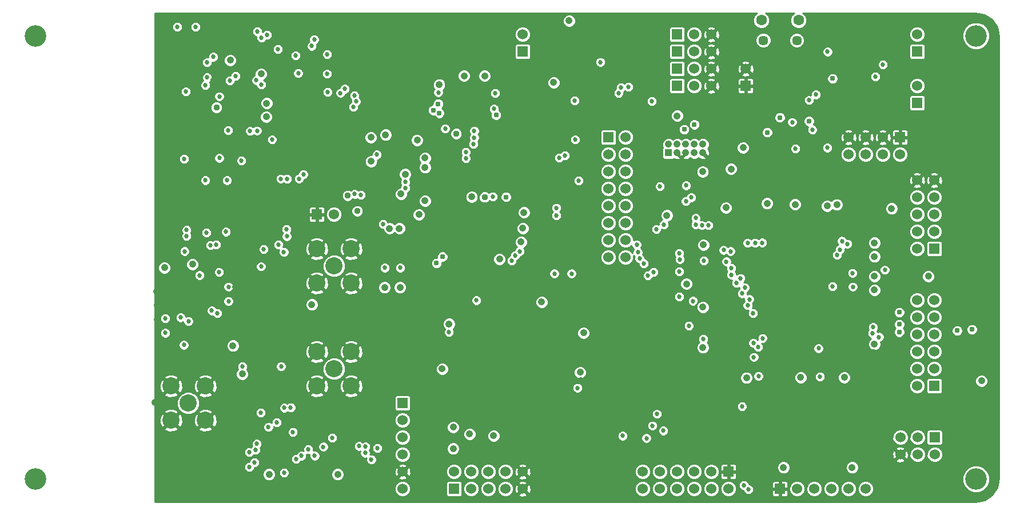
<source format=gbr>
G04 (created by PCBNEW (2013-01-23 BZR 3920)-stable) date Mon Jun 10 00:49:26 2013*
%MOIN*%
G04 Gerber Fmt 3.4, Leading zero omitted, Abs format*
%FSLAX34Y34*%
G01*
G70*
G90*
G04 APERTURE LIST*
%ADD10C,2.3622e-06*%
%ADD11C,0.063*%
%ADD12C,0.0571*%
%ADD13C,0.0236*%
%ADD14C,0.025*%
%ADD15R,0.06X0.06*%
%ADD16C,0.06*%
%ADD17C,0.1*%
%ADD18C,0.126*%
%ADD19R,0.042X0.042*%
%ADD20C,0.042*%
%ADD21C,0.023*%
%ADD22C,0.031*%
%ADD23C,0.027*%
%ADD24C,0.037*%
%ADD25C,0.05*%
%ADD26C,0.01*%
G04 APERTURE END LIST*
G54D10*
G54D11*
X70583Y-22169D03*
X68417Y-22169D03*
G54D12*
X70479Y-23339D03*
X68521Y-23339D03*
G54D13*
X44202Y-47702D03*
X43798Y-47702D03*
X43798Y-47298D03*
X44202Y-47298D03*
X40202Y-47702D03*
X39798Y-47702D03*
X39798Y-47298D03*
X40202Y-47298D03*
G54D14*
X51225Y-27025D03*
X51225Y-26431D03*
X51819Y-26431D03*
X51819Y-27025D03*
X51819Y-27619D03*
X51225Y-27619D03*
X50631Y-27619D03*
X50631Y-27025D03*
X50631Y-26431D03*
G54D13*
X38150Y-27200D03*
X37717Y-27200D03*
X37717Y-26767D03*
X38150Y-26767D03*
X38583Y-26767D03*
X38583Y-27200D03*
X38583Y-27633D03*
X38150Y-27633D03*
X37717Y-27633D03*
X46300Y-31600D03*
X46039Y-31339D03*
X46561Y-31339D03*
X46561Y-31861D03*
X46039Y-31861D03*
G54D15*
X59500Y-29000D03*
G54D16*
X60500Y-29000D03*
X59500Y-30000D03*
X60500Y-30000D03*
X59500Y-31000D03*
X60500Y-31000D03*
X59500Y-32000D03*
X60500Y-32000D03*
X59500Y-33000D03*
X60500Y-33000D03*
X59500Y-34000D03*
X60500Y-34000D03*
X59500Y-35000D03*
X60500Y-35000D03*
X59500Y-36000D03*
X60500Y-36000D03*
G54D15*
X66500Y-48500D03*
G54D16*
X66500Y-49500D03*
X65500Y-48500D03*
X65500Y-49500D03*
X64500Y-48500D03*
X64500Y-49500D03*
X63500Y-48500D03*
X63500Y-49500D03*
X62500Y-48500D03*
X62500Y-49500D03*
X61500Y-48500D03*
X61500Y-49500D03*
G54D15*
X78500Y-43500D03*
G54D16*
X77500Y-43500D03*
X78500Y-42500D03*
X77500Y-42500D03*
X78500Y-41500D03*
X77500Y-41500D03*
X78500Y-40500D03*
X77500Y-40500D03*
X78500Y-39500D03*
X77500Y-39500D03*
X78500Y-38500D03*
X77500Y-38500D03*
G54D15*
X78500Y-35500D03*
G54D16*
X77500Y-35500D03*
X78500Y-34500D03*
X77500Y-34500D03*
X78500Y-33500D03*
X77500Y-33500D03*
X78500Y-32500D03*
X77500Y-32500D03*
X78500Y-31500D03*
X77500Y-31500D03*
G54D15*
X50500Y-49500D03*
G54D16*
X50500Y-48500D03*
X51500Y-49500D03*
X51500Y-48500D03*
X52500Y-49500D03*
X52500Y-48500D03*
X53500Y-49500D03*
X53500Y-48500D03*
X54500Y-49500D03*
X54500Y-48500D03*
G54D15*
X76500Y-29000D03*
G54D16*
X76500Y-30000D03*
X75500Y-29000D03*
X75500Y-30000D03*
X74500Y-29000D03*
X74500Y-30000D03*
X73500Y-29000D03*
X73500Y-30000D03*
G54D15*
X78510Y-46500D03*
G54D16*
X78510Y-47500D03*
X77510Y-46500D03*
X77510Y-47500D03*
X76510Y-46500D03*
X76510Y-47500D03*
G54D15*
X69500Y-49500D03*
G54D16*
X70500Y-49500D03*
X71500Y-49500D03*
X72500Y-49500D03*
X73500Y-49500D03*
X74500Y-49500D03*
G54D15*
X47500Y-44500D03*
G54D16*
X47500Y-45500D03*
X47500Y-46500D03*
X47500Y-47500D03*
X47500Y-48500D03*
X47500Y-49500D03*
G54D15*
X63500Y-24000D03*
G54D16*
X64500Y-24000D03*
X65500Y-24000D03*
G54D15*
X63500Y-23000D03*
G54D16*
X64500Y-23000D03*
X65500Y-23000D03*
G54D15*
X63500Y-25000D03*
G54D16*
X64500Y-25000D03*
X65500Y-25000D03*
G54D15*
X63500Y-26000D03*
G54D16*
X64500Y-26000D03*
X65500Y-26000D03*
G54D15*
X67500Y-26000D03*
G54D16*
X67500Y-25000D03*
G54D17*
X43500Y-36500D03*
X42500Y-37500D03*
X44500Y-37500D03*
X44500Y-35500D03*
X42500Y-35500D03*
X35000Y-44500D03*
X36000Y-43500D03*
X34000Y-43500D03*
X34000Y-45500D03*
X36000Y-45500D03*
X43500Y-42500D03*
X42500Y-43500D03*
X44500Y-43500D03*
X44500Y-41500D03*
X42500Y-41500D03*
G54D15*
X54500Y-24000D03*
G54D16*
X54500Y-23000D03*
G54D15*
X77500Y-24000D03*
G54D16*
X77500Y-23000D03*
G54D15*
X77500Y-27000D03*
G54D16*
X77500Y-26000D03*
G54D15*
X42500Y-33500D03*
G54D16*
X43500Y-33500D03*
G54D18*
X26075Y-23075D03*
X80925Y-23075D03*
X80925Y-48925D03*
X26075Y-48925D03*
G54D14*
X52575Y-34275D03*
X52575Y-33625D03*
X53225Y-33625D03*
X53225Y-34275D03*
X53225Y-34925D03*
X52575Y-34925D03*
X51925Y-34925D03*
X51925Y-34275D03*
X51925Y-33625D03*
G54D19*
X63000Y-29900D03*
G54D20*
X63000Y-29400D03*
X63500Y-29900D03*
X63500Y-29400D03*
X64000Y-29900D03*
X64000Y-29400D03*
X64500Y-29900D03*
X64500Y-29400D03*
X65000Y-29900D03*
X65000Y-29400D03*
G54D21*
X73750Y-25000D03*
X73947Y-24705D03*
X73553Y-24705D03*
X73553Y-25295D03*
X73947Y-25295D03*
G54D20*
X52800Y-46400D03*
X45650Y-29000D03*
X48800Y-30200D03*
X47300Y-34310D03*
G54D22*
X49470Y-36330D03*
G54D20*
X48450Y-33500D03*
X50200Y-39880D03*
X50450Y-47150D03*
G54D23*
X53850Y-36180D03*
X56460Y-33110D03*
X56460Y-33550D03*
X54060Y-35880D03*
G54D20*
X47400Y-32300D03*
X47650Y-31150D03*
G54D23*
X38930Y-47230D03*
X38850Y-47960D03*
X44950Y-47000D03*
X45670Y-47790D03*
X39020Y-22820D03*
X44680Y-26560D03*
X36620Y-35260D03*
X35420Y-22550D03*
X40250Y-35260D03*
X34900Y-34400D03*
X45310Y-47400D03*
X43100Y-24150D03*
X42340Y-23280D03*
X34780Y-35640D03*
X37330Y-28590D03*
X40410Y-42350D03*
X38600Y-28630D03*
X41450Y-31410D03*
X38150Y-42350D03*
X35010Y-39720D03*
X36370Y-39100D03*
X39010Y-28610D03*
X46030Y-47120D03*
X41710Y-31150D03*
X33650Y-40400D03*
X37340Y-37710D03*
X40570Y-35690D03*
X45330Y-47030D03*
X38970Y-25670D03*
X43130Y-26360D03*
X36000Y-31500D03*
X40740Y-34770D03*
X36050Y-34550D03*
X36810Y-26610D03*
X40600Y-44770D03*
X42870Y-47040D03*
X34750Y-30250D03*
X40970Y-44750D03*
X43390Y-46520D03*
X37200Y-34500D03*
X40730Y-34350D03*
X37250Y-31500D03*
X34350Y-22550D03*
X40580Y-48550D03*
X43098Y-25298D03*
X39590Y-23020D03*
X41600Y-47570D03*
X42200Y-23670D03*
X40390Y-31410D03*
X43870Y-26410D03*
X41410Y-25250D03*
X40230Y-23850D03*
X38100Y-30350D03*
X35660Y-37040D03*
X38550Y-47360D03*
X33650Y-39550D03*
X34550Y-39500D03*
X36280Y-35280D03*
X39400Y-35520D03*
X34900Y-34750D03*
X41280Y-47760D03*
X38560Y-48220D03*
X42000Y-47190D03*
X36450Y-24300D03*
X40750Y-31420D03*
X41260Y-24230D03*
X40160Y-45620D03*
X39000Y-46870D03*
X39270Y-23190D03*
X44130Y-26170D03*
X39260Y-25930D03*
X42370Y-47570D03*
X36810Y-30200D03*
X36690Y-39250D03*
X34740Y-41100D03*
X37340Y-38560D03*
X39670Y-45890D03*
X39240Y-36530D03*
X36800Y-36850D03*
X41100Y-46180D03*
X39220Y-45050D03*
X62700Y-46100D03*
X62060Y-45810D03*
X57690Y-43610D03*
X62330Y-45130D03*
X61710Y-46540D03*
X72250Y-29600D03*
X71740Y-41300D03*
X75500Y-24750D03*
X73110Y-35040D03*
X73430Y-35210D03*
X73720Y-36910D03*
X75610Y-36730D03*
X72830Y-35860D03*
X72990Y-35540D03*
X75270Y-40640D03*
X74930Y-40070D03*
X74880Y-40430D03*
G54D20*
X76000Y-33150D03*
X72250Y-33000D03*
G54D23*
X61140Y-35260D03*
X63630Y-35750D03*
X61210Y-35700D03*
X63660Y-36110D03*
X61310Y-36060D03*
X66210Y-35570D03*
X61560Y-36350D03*
X66610Y-35640D03*
X65330Y-34130D03*
X73740Y-37710D03*
X64320Y-32500D03*
X72560Y-37690D03*
X67610Y-38790D03*
X66370Y-36240D03*
X66660Y-37010D03*
X66960Y-37490D03*
X67440Y-37760D03*
X67290Y-38100D03*
X67710Y-38440D03*
X66650Y-36620D03*
X67190Y-37210D03*
X62720Y-34080D03*
X64580Y-33700D03*
X62280Y-34350D03*
X64580Y-34080D03*
G54D22*
X79830Y-40270D03*
X80690Y-40200D03*
X76450Y-40350D03*
X76450Y-39200D03*
X76450Y-39900D03*
X63910Y-28530D03*
X64500Y-28250D03*
G54D23*
X68240Y-42920D03*
X67280Y-44690D03*
G54D20*
X49800Y-42500D03*
X51400Y-46300D03*
G54D23*
X71380Y-28550D03*
X71830Y-42950D03*
X54320Y-35640D03*
X56340Y-36940D03*
X57340Y-36940D03*
X64180Y-39980D03*
X51180Y-30230D03*
X65020Y-40750D03*
X47650Y-31600D03*
X52750Y-32450D03*
X51800Y-38500D03*
X50200Y-40360D03*
X47650Y-31950D03*
G54D20*
X68750Y-31650D03*
X51020Y-32840D03*
X61400Y-23300D03*
X38010Y-31900D03*
G54D23*
X35600Y-33100D03*
G54D20*
X76750Y-25000D03*
G54D24*
X53985Y-27515D03*
G54D20*
X71000Y-46100D03*
X76200Y-41050D03*
X37950Y-34850D03*
X33500Y-37200D03*
G54D24*
X40650Y-26900D03*
G54D22*
X35100Y-27300D03*
G54D23*
X53025Y-30975D03*
G54D20*
X52700Y-47600D03*
X42000Y-24700D03*
X35940Y-38470D03*
X74040Y-31190D03*
G54D24*
X40650Y-27950D03*
G54D20*
X50795Y-31665D03*
X41450Y-26400D03*
X38100Y-40130D03*
G54D22*
X35630Y-27300D03*
G54D20*
X40050Y-28600D03*
X33700Y-35650D03*
X72800Y-45050D03*
X46950Y-29650D03*
X69250Y-31650D03*
X35800Y-23650D03*
X73350Y-27650D03*
X74960Y-41560D03*
X45090Y-29500D03*
X70350Y-31690D03*
X38900Y-41650D03*
X42890Y-49050D03*
X47690Y-33200D03*
X41750Y-40350D03*
X73550Y-32200D03*
X51300Y-47600D03*
X63800Y-35350D03*
X36600Y-33850D03*
X52430Y-39990D03*
G54D24*
X71350Y-32850D03*
G54D22*
X52685Y-31375D03*
G54D20*
X35250Y-31900D03*
X66310Y-35140D03*
G54D23*
X54075Y-28675D03*
G54D20*
X48650Y-32200D03*
X56150Y-24900D03*
G54D22*
X35300Y-25050D03*
G54D20*
X40490Y-24680D03*
G54D22*
X35630Y-26500D03*
G54D20*
X57500Y-39850D03*
X76200Y-37900D03*
X69650Y-24150D03*
X36980Y-24100D03*
X69900Y-34300D03*
X65550Y-33250D03*
X53635Y-25975D03*
X55180Y-45010D03*
G54D23*
X35150Y-33100D03*
G54D20*
X44260Y-25300D03*
X49525Y-29435D03*
X36560Y-22550D03*
X33640Y-22950D03*
X42500Y-24700D03*
G54D23*
X52025Y-30975D03*
G54D20*
X49580Y-34160D03*
G54D24*
X36450Y-25700D03*
G54D20*
X53860Y-36890D03*
X38100Y-33200D03*
X67540Y-44230D03*
X51460Y-41280D03*
X73350Y-22350D03*
X68800Y-23950D03*
X54450Y-36150D03*
X53130Y-37260D03*
X49225Y-25125D03*
X72500Y-31100D03*
G54D24*
X55750Y-33750D03*
G54D20*
X48125Y-27425D03*
G54D24*
X57400Y-30800D03*
G54D20*
X51075Y-24225D03*
X34900Y-23200D03*
X72950Y-31900D03*
X76200Y-35150D03*
X40280Y-46320D03*
X74900Y-25000D03*
X38890Y-49050D03*
X36850Y-28700D03*
X64550Y-40800D03*
X55600Y-35100D03*
X33070Y-44460D03*
X37750Y-22950D03*
X55950Y-37790D03*
G54D22*
X70790Y-28050D03*
G54D24*
X35650Y-34600D03*
G54D20*
X34160Y-40500D03*
X45250Y-34600D03*
G54D24*
X35140Y-41500D03*
X48425Y-27825D03*
G54D20*
X55200Y-32800D03*
X33750Y-34750D03*
X49935Y-23225D03*
G54D24*
X73750Y-36320D03*
G54D20*
X71200Y-30040D03*
X43940Y-29720D03*
G54D23*
X55075Y-28675D03*
G54D20*
X38150Y-38200D03*
X43000Y-23500D03*
G54D22*
X53525Y-31375D03*
G54D20*
X40100Y-25190D03*
X73250Y-44200D03*
X35850Y-29050D03*
X76200Y-35950D03*
X72770Y-34260D03*
X35230Y-37040D03*
X61400Y-26300D03*
X50225Y-29835D03*
X67900Y-29100D03*
X58600Y-22900D03*
X67000Y-43190D03*
X72900Y-26500D03*
X76200Y-31100D03*
X80400Y-43600D03*
X61400Y-25300D03*
X69100Y-34300D03*
X57150Y-26100D03*
X33290Y-42550D03*
G54D22*
X35630Y-26900D03*
G54D20*
X63800Y-38900D03*
G54D22*
X71600Y-23500D03*
G54D24*
X55750Y-34300D03*
G54D23*
X55575Y-28675D03*
G54D20*
X53635Y-28125D03*
X44300Y-46320D03*
G54D22*
X52325Y-31415D03*
G54D23*
X70100Y-27500D03*
G54D22*
X54725Y-31375D03*
G54D20*
X45000Y-30900D03*
G54D24*
X34680Y-42180D03*
G54D20*
X40650Y-27400D03*
X71850Y-30550D03*
X35970Y-36150D03*
X70700Y-44200D03*
X48500Y-31450D03*
X71000Y-45300D03*
G54D22*
X72450Y-24400D03*
G54D20*
X39750Y-24050D03*
X36070Y-30860D03*
G54D24*
X51145Y-23445D03*
G54D20*
X49580Y-34640D03*
X33190Y-39620D03*
G54D22*
X54325Y-31375D03*
G54D20*
X76200Y-37100D03*
G54D22*
X53925Y-31375D03*
G54D23*
X36050Y-33100D03*
G54D20*
X38050Y-28700D03*
X52275Y-24225D03*
G54D23*
X53525Y-30975D03*
G54D20*
X38890Y-30650D03*
G54D22*
X34850Y-25950D03*
G54D24*
X48415Y-27045D03*
G54D22*
X35000Y-25500D03*
G54D20*
X49000Y-42100D03*
G54D24*
X51005Y-23005D03*
G54D20*
X58400Y-39500D03*
X55800Y-24400D03*
X43500Y-38700D03*
G54D22*
X55125Y-31375D03*
G54D20*
X46600Y-28050D03*
X79330Y-39490D03*
X37200Y-29130D03*
X33150Y-38000D03*
G54D23*
X52525Y-30975D03*
G54D20*
X35400Y-38930D03*
X50600Y-38900D03*
X38100Y-32700D03*
X37760Y-37710D03*
X38150Y-36900D03*
X33750Y-34050D03*
G54D24*
X35890Y-42320D03*
G54D20*
X33190Y-38790D03*
G54D23*
X54575Y-28675D03*
G54D20*
X33800Y-38670D03*
X51505Y-31265D03*
X62500Y-33000D03*
G54D24*
X50725Y-29835D03*
G54D20*
X36510Y-39870D03*
X72900Y-23500D03*
X37000Y-25700D03*
X52215Y-23225D03*
X36600Y-32150D03*
X57900Y-43200D03*
X53810Y-45010D03*
G54D22*
X71600Y-26000D03*
G54D20*
X37550Y-29550D03*
X71800Y-24000D03*
X57400Y-24900D03*
X61400Y-24300D03*
G54D23*
X51620Y-29390D03*
X70400Y-29650D03*
X36100Y-25500D03*
X61800Y-37050D03*
X63630Y-38280D03*
X60080Y-26420D03*
X37430Y-25680D03*
X64420Y-38540D03*
X60220Y-26080D03*
X37750Y-25420D03*
X36090Y-24630D03*
X62120Y-36860D03*
X68480Y-40710D03*
X44780Y-26900D03*
X36000Y-25950D03*
X67390Y-49290D03*
X67970Y-41810D03*
X44620Y-27220D03*
X67660Y-49530D03*
X34850Y-26330D03*
X46000Y-30000D03*
X39880Y-29130D03*
X71590Y-26500D03*
X75050Y-25450D03*
X71190Y-26830D03*
X72270Y-24000D03*
G54D22*
X69490Y-27840D03*
X68750Y-28710D03*
G54D23*
X64010Y-32720D03*
X60650Y-26060D03*
X64940Y-34130D03*
X59030Y-24610D03*
X70210Y-28110D03*
X51670Y-28620D03*
X68460Y-35140D03*
X56960Y-30050D03*
X68220Y-41230D03*
X44700Y-32300D03*
X46450Y-36600D03*
X67940Y-40990D03*
X47350Y-36600D03*
X45050Y-32350D03*
X60320Y-46400D03*
X46350Y-34060D03*
X51180Y-29850D03*
X65060Y-36190D03*
X57760Y-31520D03*
X57550Y-29130D03*
X51670Y-29010D03*
X63630Y-36820D03*
X49575Y-26375D03*
X67930Y-39250D03*
X62020Y-26880D03*
X57520Y-26850D03*
X64030Y-31800D03*
X56630Y-30180D03*
X68040Y-35150D03*
X52895Y-26425D03*
G54D20*
X37450Y-24500D03*
X51525Y-32465D03*
X54500Y-34300D03*
X39570Y-27010D03*
X39250Y-25300D03*
X38150Y-42800D03*
G54D23*
X52825Y-27335D03*
G54D24*
X52275Y-32475D03*
G54D20*
X51075Y-25405D03*
X52275Y-25415D03*
X53140Y-36100D03*
X35250Y-36400D03*
G54D22*
X52945Y-27695D03*
X49565Y-27045D03*
G54D24*
X36640Y-27250D03*
G54D20*
X54570Y-33380D03*
X49625Y-25925D03*
G54D22*
X53525Y-32475D03*
G54D24*
X50615Y-28785D03*
G54D20*
X37600Y-41150D03*
X33610Y-36600D03*
G54D22*
X49625Y-27585D03*
G54D20*
X54400Y-35100D03*
X73250Y-43000D03*
X56300Y-25800D03*
X67350Y-29600D03*
X75000Y-35150D03*
X81250Y-43200D03*
X48800Y-30750D03*
X46730Y-34310D03*
X65000Y-41250D03*
X58050Y-40400D03*
X55600Y-38600D03*
X39550Y-27800D03*
X65030Y-35270D03*
X46500Y-28850D03*
X66350Y-33100D03*
X64990Y-31000D03*
X50450Y-45900D03*
X69700Y-48250D03*
X65000Y-38900D03*
X64050Y-37540D03*
X57200Y-22200D03*
X45660Y-30400D03*
X57850Y-42700D03*
X47350Y-37750D03*
G54D22*
X49275Y-27415D03*
X49820Y-35960D03*
G54D20*
X67540Y-43020D03*
G54D24*
X44300Y-32400D03*
G54D20*
X46450Y-37750D03*
X48800Y-32700D03*
X73700Y-48250D03*
X70700Y-43000D03*
X75000Y-41050D03*
X75000Y-37900D03*
X39710Y-48650D03*
X75000Y-35950D03*
X43710Y-48650D03*
G54D22*
X72560Y-25570D03*
G54D20*
X70378Y-32904D03*
X78150Y-37100D03*
G54D22*
X71190Y-28050D03*
G54D20*
X72810Y-32920D03*
X68750Y-32850D03*
X75000Y-37100D03*
X66640Y-30840D03*
X62900Y-33550D03*
X42200Y-38750D03*
X63500Y-27740D03*
X48340Y-29160D03*
G54D24*
X44850Y-33300D03*
G54D23*
X67610Y-35160D03*
X49975Y-28485D03*
X62500Y-31850D03*
G54D25*
X73553Y-25295D02*
X73553Y-24705D01*
X46561Y-31339D02*
X46561Y-31861D01*
X51925Y-34925D02*
X51925Y-33625D01*
X51819Y-26431D02*
X50631Y-27619D01*
X52575Y-33625D02*
X52575Y-34925D01*
X46561Y-31861D02*
X46039Y-31861D01*
X40202Y-47298D02*
X40202Y-47702D01*
X51819Y-27619D02*
X50631Y-27619D01*
X51819Y-26431D02*
X51819Y-27619D01*
X50631Y-26431D02*
X51819Y-26431D01*
X43798Y-47702D02*
X43798Y-47298D01*
X37717Y-27633D02*
X37717Y-26767D01*
X39850Y-47650D02*
X39850Y-47450D01*
X53225Y-34925D02*
X51925Y-34925D01*
X51925Y-33625D02*
X53225Y-33625D01*
X46039Y-31339D02*
X46561Y-31339D01*
X40202Y-47702D02*
X39798Y-47702D01*
X73947Y-25295D02*
X73553Y-25295D01*
X46039Y-31861D02*
X46039Y-31339D01*
X38583Y-27633D02*
X37717Y-27633D01*
X51925Y-34275D02*
X53225Y-34275D01*
X50631Y-27619D02*
X50631Y-26431D01*
X46039Y-31339D02*
X46561Y-31861D01*
X50631Y-26431D02*
X51819Y-27619D01*
X37717Y-26767D02*
X38583Y-26767D01*
X43798Y-47298D02*
X44202Y-47298D01*
X38583Y-26767D02*
X38583Y-27633D01*
X44202Y-47702D02*
X43798Y-47702D01*
X37717Y-27633D02*
X38583Y-26767D01*
X39798Y-47702D02*
X39850Y-47650D01*
X51925Y-33625D02*
X53225Y-34925D01*
X39798Y-47298D02*
X39798Y-47702D01*
X73553Y-24705D02*
X73947Y-24705D01*
X39798Y-47298D02*
X40202Y-47298D01*
X73947Y-24705D02*
X73947Y-25295D01*
X51925Y-34925D02*
X53225Y-33625D01*
X37717Y-26767D02*
X38583Y-27633D01*
X53225Y-33625D02*
X53225Y-34925D01*
X44202Y-47298D02*
X44202Y-47702D01*
G54D10*
G36*
X73820Y-25000D02*
X73750Y-25070D01*
X73679Y-25000D01*
X73750Y-24929D01*
X73820Y-25000D01*
X73820Y-25000D01*
G37*
G54D26*
X73820Y-25000D02*
X73750Y-25070D01*
X73679Y-25000D01*
X73750Y-24929D01*
X73820Y-25000D01*
G54D10*
G36*
X82255Y-48903D02*
X82149Y-49430D01*
X81861Y-49863D01*
X81725Y-49953D01*
X81725Y-48766D01*
X81725Y-22916D01*
X81603Y-22622D01*
X81378Y-22397D01*
X81084Y-22275D01*
X80766Y-22274D01*
X80472Y-22396D01*
X80247Y-22621D01*
X80125Y-22915D01*
X80124Y-23233D01*
X80246Y-23527D01*
X80471Y-23752D01*
X80765Y-23874D01*
X81083Y-23875D01*
X81377Y-23753D01*
X81602Y-23528D01*
X81724Y-23234D01*
X81725Y-22916D01*
X81725Y-48766D01*
X81630Y-48536D01*
X81630Y-43124D01*
X81572Y-42985D01*
X81465Y-42878D01*
X81325Y-42820D01*
X81174Y-42819D01*
X81035Y-42877D01*
X81015Y-42897D01*
X81015Y-40135D01*
X80965Y-40016D01*
X80874Y-39924D01*
X80754Y-39875D01*
X80625Y-39874D01*
X80506Y-39924D01*
X80414Y-40015D01*
X80365Y-40135D01*
X80364Y-40264D01*
X80414Y-40383D01*
X80505Y-40475D01*
X80625Y-40524D01*
X80754Y-40525D01*
X80873Y-40475D01*
X80965Y-40384D01*
X81014Y-40264D01*
X81015Y-40135D01*
X81015Y-42897D01*
X80928Y-42984D01*
X80870Y-43124D01*
X80869Y-43275D01*
X80927Y-43414D01*
X81034Y-43521D01*
X81174Y-43579D01*
X81325Y-43580D01*
X81464Y-43522D01*
X81571Y-43415D01*
X81629Y-43275D01*
X81630Y-43124D01*
X81630Y-48536D01*
X81603Y-48472D01*
X81378Y-48247D01*
X81084Y-48125D01*
X80766Y-48124D01*
X80472Y-48246D01*
X80247Y-48471D01*
X80155Y-48693D01*
X80155Y-40205D01*
X80105Y-40086D01*
X80014Y-39994D01*
X79894Y-39945D01*
X79765Y-39944D01*
X79646Y-39994D01*
X79554Y-40085D01*
X79505Y-40205D01*
X79504Y-40334D01*
X79554Y-40453D01*
X79645Y-40545D01*
X79765Y-40594D01*
X79894Y-40595D01*
X80013Y-40545D01*
X80105Y-40454D01*
X80154Y-40334D01*
X80155Y-40205D01*
X80155Y-48693D01*
X80125Y-48765D01*
X80124Y-49083D01*
X80246Y-49377D01*
X80471Y-49602D01*
X80765Y-49724D01*
X81083Y-49725D01*
X81377Y-49603D01*
X81602Y-49378D01*
X81724Y-49084D01*
X81725Y-48766D01*
X81725Y-49953D01*
X81433Y-50148D01*
X80900Y-50255D01*
X78980Y-50255D01*
X78980Y-47406D01*
X78980Y-47406D01*
X78980Y-46766D01*
X78980Y-46166D01*
X78975Y-46154D01*
X78975Y-31562D01*
X78962Y-31376D01*
X78914Y-31260D01*
X78842Y-31228D01*
X78771Y-31299D01*
X78771Y-31157D01*
X78739Y-31085D01*
X78562Y-31024D01*
X78376Y-31037D01*
X78260Y-31085D01*
X78228Y-31157D01*
X78500Y-31429D01*
X78771Y-31157D01*
X78771Y-31299D01*
X78570Y-31500D01*
X78842Y-31771D01*
X78914Y-31739D01*
X78975Y-31562D01*
X78975Y-46154D01*
X78970Y-46142D01*
X78970Y-42406D01*
X78970Y-41406D01*
X78970Y-40406D01*
X78970Y-39406D01*
X78970Y-38406D01*
X78970Y-34406D01*
X78970Y-33406D01*
X78970Y-32406D01*
X78898Y-32234D01*
X78771Y-32106D01*
X78771Y-31842D01*
X78500Y-31570D01*
X78429Y-31641D01*
X78429Y-31500D01*
X78157Y-31228D01*
X78085Y-31260D01*
X78024Y-31437D01*
X78037Y-31623D01*
X78085Y-31739D01*
X78157Y-31771D01*
X78429Y-31500D01*
X78429Y-31641D01*
X78228Y-31842D01*
X78260Y-31914D01*
X78437Y-31975D01*
X78623Y-31962D01*
X78739Y-31914D01*
X78771Y-31842D01*
X78771Y-32106D01*
X78766Y-32101D01*
X78593Y-32030D01*
X78406Y-32029D01*
X78234Y-32101D01*
X78101Y-32233D01*
X78030Y-32406D01*
X78029Y-32593D01*
X78101Y-32765D01*
X78233Y-32898D01*
X78406Y-32969D01*
X78593Y-32970D01*
X78765Y-32898D01*
X78898Y-32766D01*
X78969Y-32593D01*
X78970Y-32406D01*
X78970Y-33406D01*
X78898Y-33234D01*
X78766Y-33101D01*
X78593Y-33030D01*
X78406Y-33029D01*
X78234Y-33101D01*
X78101Y-33233D01*
X78030Y-33406D01*
X78029Y-33593D01*
X78101Y-33765D01*
X78233Y-33898D01*
X78406Y-33969D01*
X78593Y-33970D01*
X78765Y-33898D01*
X78898Y-33766D01*
X78969Y-33593D01*
X78970Y-33406D01*
X78970Y-34406D01*
X78898Y-34234D01*
X78766Y-34101D01*
X78593Y-34030D01*
X78406Y-34029D01*
X78234Y-34101D01*
X78101Y-34233D01*
X78030Y-34406D01*
X78029Y-34593D01*
X78101Y-34765D01*
X78233Y-34898D01*
X78406Y-34969D01*
X78593Y-34970D01*
X78765Y-34898D01*
X78898Y-34766D01*
X78969Y-34593D01*
X78970Y-34406D01*
X78970Y-38406D01*
X78970Y-38406D01*
X78970Y-35766D01*
X78970Y-35166D01*
X78944Y-35103D01*
X78896Y-35055D01*
X78833Y-35030D01*
X78766Y-35029D01*
X78166Y-35029D01*
X78103Y-35055D01*
X78055Y-35103D01*
X78030Y-35166D01*
X78029Y-35233D01*
X78029Y-35833D01*
X78055Y-35896D01*
X78103Y-35944D01*
X78166Y-35969D01*
X78233Y-35970D01*
X78833Y-35970D01*
X78896Y-35944D01*
X78944Y-35896D01*
X78969Y-35833D01*
X78970Y-35766D01*
X78970Y-38406D01*
X78898Y-38234D01*
X78766Y-38101D01*
X78593Y-38030D01*
X78530Y-38030D01*
X78530Y-37024D01*
X78472Y-36885D01*
X78365Y-36778D01*
X78225Y-36720D01*
X78074Y-36719D01*
X77975Y-36761D01*
X77975Y-31562D01*
X77970Y-31485D01*
X77970Y-25906D01*
X77970Y-22906D01*
X77898Y-22734D01*
X77766Y-22601D01*
X77593Y-22530D01*
X77406Y-22529D01*
X77234Y-22601D01*
X77101Y-22733D01*
X77030Y-22906D01*
X77029Y-23093D01*
X77101Y-23265D01*
X77233Y-23398D01*
X77406Y-23469D01*
X77593Y-23470D01*
X77765Y-23398D01*
X77898Y-23266D01*
X77969Y-23093D01*
X77970Y-22906D01*
X77970Y-25906D01*
X77970Y-25906D01*
X77970Y-24266D01*
X77970Y-23666D01*
X77944Y-23603D01*
X77896Y-23555D01*
X77833Y-23530D01*
X77766Y-23529D01*
X77166Y-23529D01*
X77103Y-23555D01*
X77055Y-23603D01*
X77030Y-23666D01*
X77029Y-23733D01*
X77029Y-24333D01*
X77055Y-24396D01*
X77103Y-24444D01*
X77166Y-24469D01*
X77233Y-24470D01*
X77833Y-24470D01*
X77896Y-24444D01*
X77944Y-24396D01*
X77969Y-24333D01*
X77970Y-24266D01*
X77970Y-25906D01*
X77898Y-25734D01*
X77766Y-25601D01*
X77593Y-25530D01*
X77406Y-25529D01*
X77234Y-25601D01*
X77101Y-25733D01*
X77030Y-25906D01*
X77029Y-26093D01*
X77101Y-26265D01*
X77233Y-26398D01*
X77406Y-26469D01*
X77593Y-26470D01*
X77765Y-26398D01*
X77898Y-26266D01*
X77969Y-26093D01*
X77970Y-25906D01*
X77970Y-31485D01*
X77970Y-31485D01*
X77970Y-27266D01*
X77970Y-26666D01*
X77944Y-26603D01*
X77896Y-26555D01*
X77833Y-26530D01*
X77766Y-26529D01*
X77166Y-26529D01*
X77103Y-26555D01*
X77055Y-26603D01*
X77030Y-26666D01*
X77029Y-26733D01*
X77029Y-27333D01*
X77055Y-27396D01*
X77103Y-27444D01*
X77166Y-27469D01*
X77233Y-27470D01*
X77833Y-27470D01*
X77896Y-27444D01*
X77944Y-27396D01*
X77969Y-27333D01*
X77970Y-27266D01*
X77970Y-31485D01*
X77962Y-31376D01*
X77914Y-31260D01*
X77842Y-31228D01*
X77771Y-31299D01*
X77771Y-31157D01*
X77739Y-31085D01*
X77562Y-31024D01*
X77376Y-31037D01*
X77260Y-31085D01*
X77228Y-31157D01*
X77500Y-31429D01*
X77771Y-31157D01*
X77771Y-31299D01*
X77570Y-31500D01*
X77842Y-31771D01*
X77914Y-31739D01*
X77975Y-31562D01*
X77975Y-36761D01*
X77970Y-36763D01*
X77970Y-35406D01*
X77970Y-34406D01*
X77970Y-33406D01*
X77970Y-32406D01*
X77898Y-32234D01*
X77771Y-32106D01*
X77771Y-31842D01*
X77500Y-31570D01*
X77429Y-31641D01*
X77429Y-31500D01*
X77157Y-31228D01*
X77085Y-31260D01*
X77024Y-31437D01*
X77037Y-31623D01*
X77085Y-31739D01*
X77157Y-31771D01*
X77429Y-31500D01*
X77429Y-31641D01*
X77228Y-31842D01*
X77260Y-31914D01*
X77437Y-31975D01*
X77623Y-31962D01*
X77739Y-31914D01*
X77771Y-31842D01*
X77771Y-32106D01*
X77766Y-32101D01*
X77593Y-32030D01*
X77406Y-32029D01*
X77234Y-32101D01*
X77101Y-32233D01*
X77030Y-32406D01*
X77029Y-32593D01*
X77101Y-32765D01*
X77233Y-32898D01*
X77406Y-32969D01*
X77593Y-32970D01*
X77765Y-32898D01*
X77898Y-32766D01*
X77969Y-32593D01*
X77970Y-32406D01*
X77970Y-33406D01*
X77898Y-33234D01*
X77766Y-33101D01*
X77593Y-33030D01*
X77406Y-33029D01*
X77234Y-33101D01*
X77101Y-33233D01*
X77030Y-33406D01*
X77029Y-33593D01*
X77101Y-33765D01*
X77233Y-33898D01*
X77406Y-33969D01*
X77593Y-33970D01*
X77765Y-33898D01*
X77898Y-33766D01*
X77969Y-33593D01*
X77970Y-33406D01*
X77970Y-34406D01*
X77898Y-34234D01*
X77766Y-34101D01*
X77593Y-34030D01*
X77406Y-34029D01*
X77234Y-34101D01*
X77101Y-34233D01*
X77030Y-34406D01*
X77029Y-34593D01*
X77101Y-34765D01*
X77233Y-34898D01*
X77406Y-34969D01*
X77593Y-34970D01*
X77765Y-34898D01*
X77898Y-34766D01*
X77969Y-34593D01*
X77970Y-34406D01*
X77970Y-35406D01*
X77898Y-35234D01*
X77766Y-35101D01*
X77593Y-35030D01*
X77406Y-35029D01*
X77234Y-35101D01*
X77101Y-35233D01*
X77030Y-35406D01*
X77029Y-35593D01*
X77101Y-35765D01*
X77233Y-35898D01*
X77406Y-35969D01*
X77593Y-35970D01*
X77765Y-35898D01*
X77898Y-35766D01*
X77969Y-35593D01*
X77970Y-35406D01*
X77970Y-36763D01*
X77935Y-36777D01*
X77828Y-36884D01*
X77770Y-37024D01*
X77769Y-37175D01*
X77827Y-37314D01*
X77934Y-37421D01*
X78074Y-37479D01*
X78225Y-37480D01*
X78364Y-37422D01*
X78471Y-37315D01*
X78529Y-37175D01*
X78530Y-37024D01*
X78530Y-38030D01*
X78406Y-38029D01*
X78234Y-38101D01*
X78101Y-38233D01*
X78030Y-38406D01*
X78029Y-38593D01*
X78101Y-38765D01*
X78233Y-38898D01*
X78406Y-38969D01*
X78593Y-38970D01*
X78765Y-38898D01*
X78898Y-38766D01*
X78969Y-38593D01*
X78970Y-38406D01*
X78970Y-39406D01*
X78898Y-39234D01*
X78766Y-39101D01*
X78593Y-39030D01*
X78406Y-39029D01*
X78234Y-39101D01*
X78101Y-39233D01*
X78030Y-39406D01*
X78029Y-39593D01*
X78101Y-39765D01*
X78233Y-39898D01*
X78406Y-39969D01*
X78593Y-39970D01*
X78765Y-39898D01*
X78898Y-39766D01*
X78969Y-39593D01*
X78970Y-39406D01*
X78970Y-40406D01*
X78898Y-40234D01*
X78766Y-40101D01*
X78593Y-40030D01*
X78406Y-40029D01*
X78234Y-40101D01*
X78101Y-40233D01*
X78030Y-40406D01*
X78029Y-40593D01*
X78101Y-40765D01*
X78233Y-40898D01*
X78406Y-40969D01*
X78593Y-40970D01*
X78765Y-40898D01*
X78898Y-40766D01*
X78969Y-40593D01*
X78970Y-40406D01*
X78970Y-41406D01*
X78898Y-41234D01*
X78766Y-41101D01*
X78593Y-41030D01*
X78406Y-41029D01*
X78234Y-41101D01*
X78101Y-41233D01*
X78030Y-41406D01*
X78029Y-41593D01*
X78101Y-41765D01*
X78233Y-41898D01*
X78406Y-41969D01*
X78593Y-41970D01*
X78765Y-41898D01*
X78898Y-41766D01*
X78969Y-41593D01*
X78970Y-41406D01*
X78970Y-42406D01*
X78898Y-42234D01*
X78766Y-42101D01*
X78593Y-42030D01*
X78406Y-42029D01*
X78234Y-42101D01*
X78101Y-42233D01*
X78030Y-42406D01*
X78029Y-42593D01*
X78101Y-42765D01*
X78233Y-42898D01*
X78406Y-42969D01*
X78593Y-42970D01*
X78765Y-42898D01*
X78898Y-42766D01*
X78969Y-42593D01*
X78970Y-42406D01*
X78970Y-46142D01*
X78970Y-46142D01*
X78970Y-43766D01*
X78970Y-43166D01*
X78944Y-43103D01*
X78896Y-43055D01*
X78833Y-43030D01*
X78766Y-43029D01*
X78166Y-43029D01*
X78103Y-43055D01*
X78055Y-43103D01*
X78030Y-43166D01*
X78029Y-43233D01*
X78029Y-43833D01*
X78055Y-43896D01*
X78103Y-43944D01*
X78166Y-43969D01*
X78233Y-43970D01*
X78833Y-43970D01*
X78896Y-43944D01*
X78944Y-43896D01*
X78969Y-43833D01*
X78970Y-43766D01*
X78970Y-46142D01*
X78954Y-46103D01*
X78906Y-46055D01*
X78843Y-46030D01*
X78776Y-46029D01*
X78176Y-46029D01*
X78113Y-46055D01*
X78065Y-46103D01*
X78040Y-46166D01*
X78039Y-46233D01*
X78039Y-46833D01*
X78065Y-46896D01*
X78113Y-46944D01*
X78176Y-46969D01*
X78243Y-46970D01*
X78843Y-46970D01*
X78906Y-46944D01*
X78954Y-46896D01*
X78979Y-46833D01*
X78980Y-46766D01*
X78980Y-47406D01*
X78908Y-47234D01*
X78776Y-47101D01*
X78603Y-47030D01*
X78416Y-47029D01*
X78244Y-47101D01*
X78111Y-47233D01*
X78040Y-47406D01*
X78039Y-47593D01*
X78111Y-47765D01*
X78243Y-47898D01*
X78416Y-47969D01*
X78603Y-47970D01*
X78775Y-47898D01*
X78908Y-47766D01*
X78979Y-47593D01*
X78980Y-47406D01*
X78980Y-50255D01*
X77980Y-50255D01*
X77980Y-47406D01*
X77980Y-46406D01*
X77970Y-46382D01*
X77970Y-43406D01*
X77970Y-42406D01*
X77970Y-41406D01*
X77970Y-40406D01*
X77970Y-39406D01*
X77970Y-38406D01*
X77898Y-38234D01*
X77766Y-38101D01*
X77593Y-38030D01*
X77406Y-38029D01*
X77234Y-38101D01*
X77101Y-38233D01*
X77030Y-38406D01*
X77029Y-38593D01*
X77101Y-38765D01*
X77233Y-38898D01*
X77406Y-38969D01*
X77593Y-38970D01*
X77765Y-38898D01*
X77898Y-38766D01*
X77969Y-38593D01*
X77970Y-38406D01*
X77970Y-39406D01*
X77898Y-39234D01*
X77766Y-39101D01*
X77593Y-39030D01*
X77406Y-39029D01*
X77234Y-39101D01*
X77101Y-39233D01*
X77030Y-39406D01*
X77029Y-39593D01*
X77101Y-39765D01*
X77233Y-39898D01*
X77406Y-39969D01*
X77593Y-39970D01*
X77765Y-39898D01*
X77898Y-39766D01*
X77969Y-39593D01*
X77970Y-39406D01*
X77970Y-40406D01*
X77898Y-40234D01*
X77766Y-40101D01*
X77593Y-40030D01*
X77406Y-40029D01*
X77234Y-40101D01*
X77101Y-40233D01*
X77030Y-40406D01*
X77029Y-40593D01*
X77101Y-40765D01*
X77233Y-40898D01*
X77406Y-40969D01*
X77593Y-40970D01*
X77765Y-40898D01*
X77898Y-40766D01*
X77969Y-40593D01*
X77970Y-40406D01*
X77970Y-41406D01*
X77898Y-41234D01*
X77766Y-41101D01*
X77593Y-41030D01*
X77406Y-41029D01*
X77234Y-41101D01*
X77101Y-41233D01*
X77030Y-41406D01*
X77029Y-41593D01*
X77101Y-41765D01*
X77233Y-41898D01*
X77406Y-41969D01*
X77593Y-41970D01*
X77765Y-41898D01*
X77898Y-41766D01*
X77969Y-41593D01*
X77970Y-41406D01*
X77970Y-42406D01*
X77898Y-42234D01*
X77766Y-42101D01*
X77593Y-42030D01*
X77406Y-42029D01*
X77234Y-42101D01*
X77101Y-42233D01*
X77030Y-42406D01*
X77029Y-42593D01*
X77101Y-42765D01*
X77233Y-42898D01*
X77406Y-42969D01*
X77593Y-42970D01*
X77765Y-42898D01*
X77898Y-42766D01*
X77969Y-42593D01*
X77970Y-42406D01*
X77970Y-43406D01*
X77898Y-43234D01*
X77766Y-43101D01*
X77593Y-43030D01*
X77406Y-43029D01*
X77234Y-43101D01*
X77101Y-43233D01*
X77030Y-43406D01*
X77029Y-43593D01*
X77101Y-43765D01*
X77233Y-43898D01*
X77406Y-43969D01*
X77593Y-43970D01*
X77765Y-43898D01*
X77898Y-43766D01*
X77969Y-43593D01*
X77970Y-43406D01*
X77970Y-46382D01*
X77908Y-46234D01*
X77776Y-46101D01*
X77603Y-46030D01*
X77416Y-46029D01*
X77244Y-46101D01*
X77111Y-46233D01*
X77040Y-46406D01*
X77039Y-46593D01*
X77111Y-46765D01*
X77243Y-46898D01*
X77416Y-46969D01*
X77603Y-46970D01*
X77775Y-46898D01*
X77908Y-46766D01*
X77979Y-46593D01*
X77980Y-46406D01*
X77980Y-47406D01*
X77908Y-47234D01*
X77776Y-47101D01*
X77603Y-47030D01*
X77416Y-47029D01*
X77244Y-47101D01*
X77111Y-47233D01*
X77040Y-47406D01*
X77039Y-47593D01*
X77111Y-47765D01*
X77243Y-47898D01*
X77416Y-47969D01*
X77603Y-47970D01*
X77775Y-47898D01*
X77908Y-47766D01*
X77979Y-47593D01*
X77980Y-47406D01*
X77980Y-50255D01*
X76985Y-50255D01*
X76985Y-47562D01*
X76980Y-47485D01*
X76980Y-46406D01*
X76970Y-46382D01*
X76970Y-29906D01*
X76970Y-29906D01*
X76970Y-29266D01*
X76970Y-28733D01*
X76969Y-28666D01*
X76944Y-28603D01*
X76896Y-28555D01*
X76833Y-28529D01*
X76592Y-28530D01*
X76550Y-28572D01*
X76550Y-28950D01*
X76927Y-28950D01*
X76970Y-28907D01*
X76970Y-28733D01*
X76970Y-29266D01*
X76970Y-29092D01*
X76927Y-29050D01*
X76550Y-29050D01*
X76550Y-29427D01*
X76592Y-29470D01*
X76833Y-29470D01*
X76896Y-29444D01*
X76944Y-29396D01*
X76969Y-29333D01*
X76970Y-29266D01*
X76970Y-29906D01*
X76898Y-29734D01*
X76766Y-29601D01*
X76593Y-29530D01*
X76450Y-29529D01*
X76450Y-29427D01*
X76450Y-29050D01*
X76450Y-28950D01*
X76450Y-28572D01*
X76407Y-28530D01*
X76166Y-28529D01*
X76103Y-28555D01*
X76055Y-28603D01*
X76030Y-28666D01*
X76029Y-28733D01*
X76030Y-28907D01*
X76072Y-28950D01*
X76450Y-28950D01*
X76450Y-29050D01*
X76072Y-29050D01*
X76030Y-29092D01*
X76029Y-29266D01*
X76030Y-29333D01*
X76055Y-29396D01*
X76103Y-29444D01*
X76166Y-29470D01*
X76407Y-29470D01*
X76450Y-29427D01*
X76450Y-29529D01*
X76406Y-29529D01*
X76234Y-29601D01*
X76101Y-29733D01*
X76030Y-29906D01*
X76029Y-30093D01*
X76101Y-30265D01*
X76233Y-30398D01*
X76406Y-30469D01*
X76593Y-30470D01*
X76765Y-30398D01*
X76898Y-30266D01*
X76969Y-30093D01*
X76970Y-29906D01*
X76970Y-46382D01*
X76908Y-46234D01*
X76776Y-46101D01*
X76775Y-46101D01*
X76775Y-40285D01*
X76725Y-40166D01*
X76684Y-40125D01*
X76725Y-40084D01*
X76774Y-39964D01*
X76775Y-39835D01*
X76775Y-39135D01*
X76725Y-39016D01*
X76634Y-38924D01*
X76514Y-38875D01*
X76385Y-38874D01*
X76380Y-38877D01*
X76380Y-33074D01*
X76322Y-32935D01*
X76215Y-32828D01*
X76075Y-32770D01*
X75975Y-32769D01*
X75975Y-29062D01*
X75962Y-28876D01*
X75914Y-28760D01*
X75842Y-28728D01*
X75805Y-28765D01*
X75805Y-24689D01*
X75758Y-24577D01*
X75672Y-24491D01*
X75560Y-24445D01*
X75439Y-24444D01*
X75327Y-24491D01*
X75241Y-24577D01*
X75195Y-24689D01*
X75194Y-24810D01*
X75241Y-24922D01*
X75327Y-25008D01*
X75439Y-25054D01*
X75560Y-25055D01*
X75672Y-25008D01*
X75758Y-24922D01*
X75804Y-24810D01*
X75805Y-24689D01*
X75805Y-28765D01*
X75771Y-28799D01*
X75771Y-28657D01*
X75739Y-28585D01*
X75562Y-28524D01*
X75376Y-28537D01*
X75355Y-28545D01*
X75355Y-25389D01*
X75308Y-25277D01*
X75222Y-25191D01*
X75110Y-25145D01*
X74989Y-25144D01*
X74877Y-25191D01*
X74791Y-25277D01*
X74745Y-25389D01*
X74744Y-25510D01*
X74791Y-25622D01*
X74877Y-25708D01*
X74989Y-25754D01*
X75110Y-25755D01*
X75222Y-25708D01*
X75308Y-25622D01*
X75354Y-25510D01*
X75355Y-25389D01*
X75355Y-28545D01*
X75260Y-28585D01*
X75228Y-28657D01*
X75500Y-28929D01*
X75771Y-28657D01*
X75771Y-28799D01*
X75570Y-29000D01*
X75842Y-29271D01*
X75914Y-29239D01*
X75975Y-29062D01*
X75975Y-32769D01*
X75970Y-32769D01*
X75970Y-29906D01*
X75898Y-29734D01*
X75771Y-29606D01*
X75771Y-29342D01*
X75500Y-29070D01*
X75429Y-29141D01*
X75429Y-29000D01*
X75157Y-28728D01*
X75085Y-28760D01*
X75024Y-28937D01*
X75037Y-29123D01*
X75085Y-29239D01*
X75157Y-29271D01*
X75429Y-29000D01*
X75429Y-29141D01*
X75228Y-29342D01*
X75260Y-29414D01*
X75437Y-29475D01*
X75623Y-29462D01*
X75739Y-29414D01*
X75771Y-29342D01*
X75771Y-29606D01*
X75766Y-29601D01*
X75593Y-29530D01*
X75406Y-29529D01*
X75234Y-29601D01*
X75101Y-29733D01*
X75030Y-29906D01*
X75029Y-30093D01*
X75101Y-30265D01*
X75233Y-30398D01*
X75406Y-30469D01*
X75593Y-30470D01*
X75765Y-30398D01*
X75898Y-30266D01*
X75969Y-30093D01*
X75970Y-29906D01*
X75970Y-32769D01*
X75924Y-32769D01*
X75785Y-32827D01*
X75678Y-32934D01*
X75620Y-33074D01*
X75619Y-33225D01*
X75677Y-33364D01*
X75784Y-33471D01*
X75924Y-33529D01*
X76075Y-33530D01*
X76214Y-33472D01*
X76321Y-33365D01*
X76379Y-33225D01*
X76380Y-33074D01*
X76380Y-38877D01*
X76266Y-38924D01*
X76174Y-39015D01*
X76125Y-39135D01*
X76124Y-39264D01*
X76174Y-39383D01*
X76265Y-39475D01*
X76385Y-39524D01*
X76514Y-39525D01*
X76633Y-39475D01*
X76725Y-39384D01*
X76774Y-39264D01*
X76775Y-39135D01*
X76775Y-39835D01*
X76725Y-39716D01*
X76634Y-39624D01*
X76514Y-39575D01*
X76385Y-39574D01*
X76266Y-39624D01*
X76174Y-39715D01*
X76125Y-39835D01*
X76124Y-39964D01*
X76174Y-40083D01*
X76215Y-40124D01*
X76174Y-40165D01*
X76125Y-40285D01*
X76124Y-40414D01*
X76174Y-40533D01*
X76265Y-40625D01*
X76385Y-40674D01*
X76514Y-40675D01*
X76633Y-40625D01*
X76725Y-40534D01*
X76774Y-40414D01*
X76775Y-40285D01*
X76775Y-46101D01*
X76603Y-46030D01*
X76416Y-46029D01*
X76244Y-46101D01*
X76111Y-46233D01*
X76040Y-46406D01*
X76039Y-46593D01*
X76111Y-46765D01*
X76243Y-46898D01*
X76416Y-46969D01*
X76603Y-46970D01*
X76775Y-46898D01*
X76908Y-46766D01*
X76979Y-46593D01*
X76980Y-46406D01*
X76980Y-47485D01*
X76972Y-47376D01*
X76924Y-47260D01*
X76852Y-47228D01*
X76781Y-47299D01*
X76781Y-47157D01*
X76749Y-47085D01*
X76572Y-47024D01*
X76386Y-47037D01*
X76270Y-47085D01*
X76238Y-47157D01*
X76510Y-47429D01*
X76781Y-47157D01*
X76781Y-47299D01*
X76580Y-47500D01*
X76852Y-47771D01*
X76924Y-47739D01*
X76985Y-47562D01*
X76985Y-50255D01*
X76781Y-50255D01*
X76781Y-47842D01*
X76510Y-47570D01*
X76439Y-47641D01*
X76439Y-47500D01*
X76167Y-47228D01*
X76095Y-47260D01*
X76034Y-47437D01*
X76047Y-47623D01*
X76095Y-47739D01*
X76167Y-47771D01*
X76439Y-47500D01*
X76439Y-47641D01*
X76238Y-47842D01*
X76270Y-47914D01*
X76447Y-47975D01*
X76633Y-47962D01*
X76749Y-47914D01*
X76781Y-47842D01*
X76781Y-50255D01*
X75915Y-50255D01*
X75915Y-36669D01*
X75868Y-36557D01*
X75782Y-36471D01*
X75670Y-36425D01*
X75549Y-36424D01*
X75437Y-36471D01*
X75380Y-36528D01*
X75380Y-35874D01*
X75380Y-35074D01*
X75322Y-34935D01*
X75215Y-34828D01*
X75075Y-34770D01*
X74975Y-34769D01*
X74975Y-29062D01*
X74962Y-28876D01*
X74914Y-28760D01*
X74842Y-28728D01*
X74771Y-28799D01*
X74771Y-28657D01*
X74739Y-28585D01*
X74562Y-28524D01*
X74376Y-28537D01*
X74260Y-28585D01*
X74237Y-28638D01*
X74237Y-25313D01*
X74237Y-24723D01*
X74221Y-24610D01*
X74207Y-24577D01*
X74154Y-24568D01*
X74083Y-24639D01*
X74083Y-24497D01*
X74074Y-24444D01*
X73965Y-24414D01*
X73852Y-24430D01*
X73819Y-24444D01*
X73810Y-24497D01*
X73947Y-24634D01*
X74083Y-24497D01*
X74083Y-24639D01*
X74017Y-24705D01*
X74154Y-24841D01*
X74207Y-24832D01*
X74237Y-24723D01*
X74237Y-25313D01*
X74221Y-25200D01*
X74207Y-25167D01*
X74154Y-25158D01*
X74083Y-25229D01*
X74083Y-25087D01*
X74074Y-25034D01*
X74038Y-25024D01*
X74040Y-25018D01*
X74034Y-24980D01*
X74041Y-24979D01*
X74074Y-24965D01*
X74083Y-24912D01*
X73982Y-24811D01*
X73947Y-24775D01*
X73876Y-24705D01*
X73840Y-24669D01*
X73835Y-24663D01*
X73827Y-24610D01*
X73813Y-24577D01*
X73760Y-24568D01*
X73750Y-24578D01*
X73739Y-24568D01*
X73689Y-24576D01*
X73689Y-24497D01*
X73680Y-24444D01*
X73571Y-24414D01*
X73458Y-24430D01*
X73425Y-24444D01*
X73416Y-24497D01*
X73553Y-24634D01*
X73689Y-24497D01*
X73689Y-24576D01*
X73686Y-24577D01*
X73662Y-24666D01*
X73659Y-24669D01*
X73623Y-24705D01*
X73553Y-24775D01*
X73517Y-24811D01*
X73482Y-24846D01*
X73482Y-24705D01*
X73345Y-24568D01*
X73292Y-24577D01*
X73262Y-24686D01*
X73278Y-24799D01*
X73292Y-24832D01*
X73345Y-24841D01*
X73482Y-24705D01*
X73482Y-24846D01*
X73416Y-24912D01*
X73425Y-24965D01*
X73461Y-24975D01*
X73459Y-24981D01*
X73465Y-25019D01*
X73458Y-25020D01*
X73425Y-25034D01*
X73416Y-25087D01*
X73517Y-25188D01*
X73517Y-25188D01*
X73553Y-25224D01*
X73553Y-25224D01*
X73623Y-25295D01*
X73659Y-25330D01*
X73664Y-25336D01*
X73672Y-25389D01*
X73686Y-25422D01*
X73739Y-25431D01*
X73750Y-25421D01*
X73760Y-25431D01*
X73813Y-25422D01*
X73837Y-25333D01*
X73840Y-25330D01*
X73840Y-25330D01*
X73876Y-25295D01*
X73886Y-25284D01*
X73947Y-25224D01*
X73947Y-25224D01*
X73982Y-25188D01*
X73982Y-25188D01*
X74083Y-25087D01*
X74083Y-25229D01*
X74017Y-25295D01*
X74154Y-25431D01*
X74207Y-25422D01*
X74237Y-25313D01*
X74237Y-28638D01*
X74228Y-28657D01*
X74500Y-28929D01*
X74771Y-28657D01*
X74771Y-28799D01*
X74570Y-29000D01*
X74842Y-29271D01*
X74914Y-29239D01*
X74975Y-29062D01*
X74975Y-34769D01*
X74970Y-34769D01*
X74970Y-29906D01*
X74898Y-29734D01*
X74771Y-29606D01*
X74771Y-29342D01*
X74500Y-29070D01*
X74429Y-29141D01*
X74429Y-29000D01*
X74157Y-28728D01*
X74085Y-28760D01*
X74083Y-28764D01*
X74083Y-25502D01*
X73947Y-25365D01*
X73886Y-25426D01*
X73810Y-25502D01*
X73819Y-25555D01*
X73928Y-25585D01*
X74041Y-25569D01*
X74074Y-25555D01*
X74083Y-25502D01*
X74083Y-28764D01*
X74024Y-28937D01*
X74037Y-29123D01*
X74085Y-29239D01*
X74157Y-29271D01*
X74429Y-29000D01*
X74429Y-29141D01*
X74228Y-29342D01*
X74260Y-29414D01*
X74437Y-29475D01*
X74623Y-29462D01*
X74739Y-29414D01*
X74771Y-29342D01*
X74771Y-29606D01*
X74766Y-29601D01*
X74593Y-29530D01*
X74406Y-29529D01*
X74234Y-29601D01*
X74101Y-29733D01*
X74030Y-29906D01*
X74029Y-30093D01*
X74101Y-30265D01*
X74233Y-30398D01*
X74406Y-30469D01*
X74593Y-30470D01*
X74765Y-30398D01*
X74898Y-30266D01*
X74969Y-30093D01*
X74970Y-29906D01*
X74970Y-34769D01*
X74924Y-34769D01*
X74785Y-34827D01*
X74678Y-34934D01*
X74620Y-35074D01*
X74619Y-35225D01*
X74677Y-35364D01*
X74784Y-35471D01*
X74924Y-35529D01*
X75075Y-35530D01*
X75214Y-35472D01*
X75321Y-35365D01*
X75379Y-35225D01*
X75380Y-35074D01*
X75380Y-35874D01*
X75322Y-35735D01*
X75215Y-35628D01*
X75075Y-35570D01*
X74924Y-35569D01*
X74785Y-35627D01*
X74678Y-35734D01*
X74620Y-35874D01*
X74619Y-36025D01*
X74677Y-36164D01*
X74784Y-36271D01*
X74924Y-36329D01*
X75075Y-36330D01*
X75214Y-36272D01*
X75321Y-36165D01*
X75379Y-36025D01*
X75380Y-35874D01*
X75380Y-36528D01*
X75351Y-36557D01*
X75305Y-36669D01*
X75304Y-36790D01*
X75351Y-36902D01*
X75437Y-36988D01*
X75549Y-37034D01*
X75670Y-37035D01*
X75782Y-36988D01*
X75868Y-36902D01*
X75914Y-36790D01*
X75915Y-36669D01*
X75915Y-50255D01*
X75575Y-50255D01*
X75575Y-40579D01*
X75528Y-40467D01*
X75442Y-40381D01*
X75380Y-40355D01*
X75380Y-37824D01*
X75380Y-37024D01*
X75322Y-36885D01*
X75215Y-36778D01*
X75075Y-36720D01*
X74924Y-36719D01*
X74785Y-36777D01*
X74678Y-36884D01*
X74620Y-37024D01*
X74619Y-37175D01*
X74677Y-37314D01*
X74784Y-37421D01*
X74924Y-37479D01*
X75075Y-37480D01*
X75214Y-37422D01*
X75321Y-37315D01*
X75379Y-37175D01*
X75380Y-37024D01*
X75380Y-37824D01*
X75322Y-37685D01*
X75215Y-37578D01*
X75075Y-37520D01*
X74924Y-37519D01*
X74785Y-37577D01*
X74678Y-37684D01*
X74620Y-37824D01*
X74619Y-37975D01*
X74677Y-38114D01*
X74784Y-38221D01*
X74924Y-38279D01*
X75075Y-38280D01*
X75214Y-38222D01*
X75321Y-38115D01*
X75379Y-37975D01*
X75380Y-37824D01*
X75380Y-40355D01*
X75330Y-40335D01*
X75209Y-40334D01*
X75176Y-40348D01*
X75148Y-40282D01*
X75188Y-40242D01*
X75234Y-40130D01*
X75235Y-40009D01*
X75188Y-39897D01*
X75102Y-39811D01*
X74990Y-39765D01*
X74869Y-39764D01*
X74757Y-39811D01*
X74671Y-39897D01*
X74625Y-40009D01*
X74624Y-40130D01*
X74661Y-40217D01*
X74621Y-40257D01*
X74575Y-40369D01*
X74574Y-40490D01*
X74621Y-40602D01*
X74707Y-40688D01*
X74793Y-40724D01*
X74785Y-40727D01*
X74678Y-40834D01*
X74620Y-40974D01*
X74619Y-41125D01*
X74677Y-41264D01*
X74784Y-41371D01*
X74924Y-41429D01*
X75075Y-41430D01*
X75214Y-41372D01*
X75321Y-41265D01*
X75379Y-41125D01*
X75380Y-40974D01*
X75362Y-40931D01*
X75442Y-40898D01*
X75528Y-40812D01*
X75574Y-40700D01*
X75575Y-40579D01*
X75575Y-50255D01*
X74970Y-50255D01*
X74970Y-49406D01*
X74898Y-49234D01*
X74766Y-49101D01*
X74593Y-49030D01*
X74406Y-49029D01*
X74234Y-49101D01*
X74101Y-49233D01*
X74080Y-49285D01*
X74080Y-48174D01*
X74045Y-48090D01*
X74045Y-37649D01*
X74025Y-37601D01*
X74025Y-36849D01*
X73978Y-36737D01*
X73975Y-36733D01*
X73975Y-29062D01*
X73962Y-28876D01*
X73914Y-28760D01*
X73842Y-28728D01*
X73771Y-28799D01*
X73771Y-28657D01*
X73739Y-28585D01*
X73689Y-28567D01*
X73689Y-25502D01*
X73553Y-25365D01*
X73482Y-25436D01*
X73482Y-25295D01*
X73345Y-25158D01*
X73292Y-25167D01*
X73262Y-25276D01*
X73278Y-25389D01*
X73292Y-25422D01*
X73345Y-25431D01*
X73482Y-25295D01*
X73482Y-25436D01*
X73416Y-25502D01*
X73425Y-25555D01*
X73534Y-25585D01*
X73647Y-25569D01*
X73680Y-25555D01*
X73689Y-25502D01*
X73689Y-28567D01*
X73562Y-28524D01*
X73376Y-28537D01*
X73260Y-28585D01*
X73228Y-28657D01*
X73500Y-28929D01*
X73771Y-28657D01*
X73771Y-28799D01*
X73570Y-29000D01*
X73842Y-29271D01*
X73914Y-29239D01*
X73975Y-29062D01*
X73975Y-36733D01*
X73970Y-36728D01*
X73970Y-29906D01*
X73898Y-29734D01*
X73771Y-29606D01*
X73771Y-29342D01*
X73500Y-29070D01*
X73429Y-29141D01*
X73429Y-29000D01*
X73157Y-28728D01*
X73085Y-28760D01*
X73024Y-28937D01*
X73037Y-29123D01*
X73085Y-29239D01*
X73157Y-29271D01*
X73429Y-29000D01*
X73429Y-29141D01*
X73228Y-29342D01*
X73260Y-29414D01*
X73437Y-29475D01*
X73623Y-29462D01*
X73739Y-29414D01*
X73771Y-29342D01*
X73771Y-29606D01*
X73766Y-29601D01*
X73593Y-29530D01*
X73406Y-29529D01*
X73234Y-29601D01*
X73101Y-29733D01*
X73030Y-29906D01*
X73029Y-30093D01*
X73101Y-30265D01*
X73233Y-30398D01*
X73406Y-30469D01*
X73593Y-30470D01*
X73765Y-30398D01*
X73898Y-30266D01*
X73969Y-30093D01*
X73970Y-29906D01*
X73970Y-36728D01*
X73892Y-36651D01*
X73780Y-36605D01*
X73735Y-36605D01*
X73735Y-35149D01*
X73688Y-35037D01*
X73602Y-34951D01*
X73490Y-34905D01*
X73384Y-34904D01*
X73368Y-34867D01*
X73282Y-34781D01*
X73190Y-34742D01*
X73190Y-32844D01*
X73132Y-32705D01*
X73025Y-32598D01*
X72885Y-32540D01*
X72885Y-32540D01*
X72885Y-25505D01*
X72835Y-25386D01*
X72744Y-25294D01*
X72624Y-25245D01*
X72575Y-25245D01*
X72575Y-23939D01*
X72528Y-23827D01*
X72442Y-23741D01*
X72330Y-23695D01*
X72209Y-23694D01*
X72097Y-23741D01*
X72011Y-23827D01*
X71965Y-23939D01*
X71964Y-24060D01*
X72011Y-24172D01*
X72097Y-24258D01*
X72209Y-24304D01*
X72330Y-24305D01*
X72442Y-24258D01*
X72528Y-24172D01*
X72574Y-24060D01*
X72575Y-23939D01*
X72575Y-25245D01*
X72495Y-25244D01*
X72376Y-25294D01*
X72284Y-25385D01*
X72235Y-25505D01*
X72234Y-25634D01*
X72284Y-25753D01*
X72375Y-25845D01*
X72495Y-25894D01*
X72624Y-25895D01*
X72743Y-25845D01*
X72835Y-25754D01*
X72884Y-25634D01*
X72885Y-25505D01*
X72885Y-32540D01*
X72734Y-32539D01*
X72595Y-32597D01*
X72555Y-32637D01*
X72555Y-29539D01*
X72508Y-29427D01*
X72422Y-29341D01*
X72310Y-29295D01*
X72189Y-29294D01*
X72077Y-29341D01*
X71991Y-29427D01*
X71945Y-29539D01*
X71944Y-29660D01*
X71991Y-29772D01*
X72077Y-29858D01*
X72189Y-29904D01*
X72310Y-29905D01*
X72422Y-29858D01*
X72508Y-29772D01*
X72554Y-29660D01*
X72555Y-29539D01*
X72555Y-32637D01*
X72489Y-32702D01*
X72465Y-32678D01*
X72325Y-32620D01*
X72174Y-32619D01*
X72035Y-32677D01*
X71928Y-32784D01*
X71895Y-32863D01*
X71895Y-26439D01*
X71848Y-26327D01*
X71762Y-26241D01*
X71650Y-26195D01*
X71529Y-26194D01*
X71417Y-26241D01*
X71331Y-26327D01*
X71285Y-26439D01*
X71284Y-26539D01*
X71250Y-26525D01*
X71129Y-26524D01*
X71017Y-26571D01*
X70934Y-26654D01*
X70934Y-23248D01*
X70865Y-23081D01*
X70737Y-22953D01*
X70570Y-22883D01*
X70388Y-22883D01*
X70221Y-22952D01*
X70093Y-23080D01*
X70023Y-23247D01*
X70023Y-23429D01*
X70092Y-23596D01*
X70220Y-23724D01*
X70387Y-23794D01*
X70569Y-23794D01*
X70736Y-23725D01*
X70864Y-23597D01*
X70934Y-23430D01*
X70934Y-23248D01*
X70934Y-26654D01*
X70931Y-26657D01*
X70885Y-26769D01*
X70884Y-26890D01*
X70931Y-27002D01*
X71017Y-27088D01*
X71129Y-27134D01*
X71250Y-27135D01*
X71362Y-27088D01*
X71448Y-27002D01*
X71494Y-26890D01*
X71495Y-26790D01*
X71529Y-26804D01*
X71650Y-26805D01*
X71762Y-26758D01*
X71848Y-26672D01*
X71894Y-26560D01*
X71895Y-26439D01*
X71895Y-32863D01*
X71870Y-32924D01*
X71869Y-33075D01*
X71927Y-33214D01*
X72034Y-33321D01*
X72174Y-33379D01*
X72325Y-33380D01*
X72464Y-33322D01*
X72570Y-33217D01*
X72594Y-33241D01*
X72734Y-33299D01*
X72885Y-33300D01*
X73024Y-33242D01*
X73131Y-33135D01*
X73189Y-32995D01*
X73190Y-32844D01*
X73190Y-34742D01*
X73170Y-34735D01*
X73049Y-34734D01*
X72937Y-34781D01*
X72851Y-34867D01*
X72805Y-34979D01*
X72804Y-35100D01*
X72851Y-35212D01*
X72889Y-35251D01*
X72817Y-35281D01*
X72731Y-35367D01*
X72685Y-35479D01*
X72684Y-35589D01*
X72657Y-35601D01*
X72571Y-35687D01*
X72525Y-35799D01*
X72524Y-35920D01*
X72571Y-36032D01*
X72657Y-36118D01*
X72769Y-36164D01*
X72890Y-36165D01*
X73002Y-36118D01*
X73088Y-36032D01*
X73134Y-35920D01*
X73135Y-35810D01*
X73162Y-35798D01*
X73248Y-35712D01*
X73294Y-35600D01*
X73295Y-35484D01*
X73369Y-35514D01*
X73490Y-35515D01*
X73602Y-35468D01*
X73688Y-35382D01*
X73734Y-35270D01*
X73735Y-35149D01*
X73735Y-36605D01*
X73659Y-36604D01*
X73547Y-36651D01*
X73461Y-36737D01*
X73415Y-36849D01*
X73414Y-36970D01*
X73461Y-37082D01*
X73547Y-37168D01*
X73659Y-37214D01*
X73780Y-37215D01*
X73892Y-37168D01*
X73978Y-37082D01*
X74024Y-36970D01*
X74025Y-36849D01*
X74025Y-37601D01*
X73998Y-37537D01*
X73912Y-37451D01*
X73800Y-37405D01*
X73679Y-37404D01*
X73567Y-37451D01*
X73481Y-37537D01*
X73435Y-37649D01*
X73434Y-37770D01*
X73481Y-37882D01*
X73567Y-37968D01*
X73679Y-38014D01*
X73800Y-38015D01*
X73912Y-37968D01*
X73998Y-37882D01*
X74044Y-37770D01*
X74045Y-37649D01*
X74045Y-48090D01*
X74022Y-48035D01*
X73915Y-47928D01*
X73775Y-47870D01*
X73630Y-47869D01*
X73630Y-42924D01*
X73572Y-42785D01*
X73465Y-42678D01*
X73325Y-42620D01*
X73174Y-42619D01*
X73035Y-42677D01*
X72928Y-42784D01*
X72870Y-42924D01*
X72869Y-43075D01*
X72927Y-43214D01*
X73034Y-43321D01*
X73174Y-43379D01*
X73325Y-43380D01*
X73464Y-43322D01*
X73571Y-43215D01*
X73629Y-43075D01*
X73630Y-42924D01*
X73630Y-47869D01*
X73624Y-47869D01*
X73485Y-47927D01*
X73378Y-48034D01*
X73320Y-48174D01*
X73319Y-48325D01*
X73377Y-48464D01*
X73484Y-48571D01*
X73624Y-48629D01*
X73775Y-48630D01*
X73914Y-48572D01*
X74021Y-48465D01*
X74079Y-48325D01*
X74080Y-48174D01*
X74080Y-49285D01*
X74030Y-49406D01*
X74029Y-49593D01*
X74101Y-49765D01*
X74233Y-49898D01*
X74406Y-49969D01*
X74593Y-49970D01*
X74765Y-49898D01*
X74898Y-49766D01*
X74969Y-49593D01*
X74970Y-49406D01*
X74970Y-50255D01*
X73970Y-50255D01*
X73970Y-49406D01*
X73898Y-49234D01*
X73766Y-49101D01*
X73593Y-49030D01*
X73406Y-49029D01*
X73234Y-49101D01*
X73101Y-49233D01*
X73030Y-49406D01*
X73029Y-49593D01*
X73101Y-49765D01*
X73233Y-49898D01*
X73406Y-49969D01*
X73593Y-49970D01*
X73765Y-49898D01*
X73898Y-49766D01*
X73969Y-49593D01*
X73970Y-49406D01*
X73970Y-50255D01*
X72970Y-50255D01*
X72970Y-49406D01*
X72898Y-49234D01*
X72865Y-49200D01*
X72865Y-37629D01*
X72818Y-37517D01*
X72732Y-37431D01*
X72620Y-37385D01*
X72499Y-37384D01*
X72387Y-37431D01*
X72301Y-37517D01*
X72255Y-37629D01*
X72254Y-37750D01*
X72301Y-37862D01*
X72387Y-37948D01*
X72499Y-37994D01*
X72620Y-37995D01*
X72732Y-37948D01*
X72818Y-37862D01*
X72864Y-37750D01*
X72865Y-37629D01*
X72865Y-49200D01*
X72766Y-49101D01*
X72593Y-49030D01*
X72406Y-49029D01*
X72234Y-49101D01*
X72135Y-49200D01*
X72135Y-42889D01*
X72088Y-42777D01*
X72045Y-42733D01*
X72045Y-41239D01*
X71998Y-41127D01*
X71912Y-41041D01*
X71800Y-40995D01*
X71685Y-40994D01*
X71685Y-28489D01*
X71638Y-28377D01*
X71552Y-28291D01*
X71450Y-28249D01*
X71465Y-28234D01*
X71514Y-28114D01*
X71515Y-27985D01*
X71465Y-27866D01*
X71374Y-27774D01*
X71254Y-27725D01*
X71125Y-27724D01*
X71006Y-27774D01*
X70914Y-27865D01*
X70865Y-27985D01*
X70864Y-28114D01*
X70914Y-28233D01*
X71005Y-28325D01*
X71124Y-28374D01*
X71121Y-28377D01*
X71075Y-28489D01*
X71074Y-28610D01*
X71121Y-28722D01*
X71207Y-28808D01*
X71319Y-28854D01*
X71440Y-28855D01*
X71552Y-28808D01*
X71638Y-28722D01*
X71684Y-28610D01*
X71685Y-28489D01*
X71685Y-40994D01*
X71679Y-40994D01*
X71567Y-41041D01*
X71481Y-41127D01*
X71435Y-41239D01*
X71434Y-41360D01*
X71481Y-41472D01*
X71567Y-41558D01*
X71679Y-41604D01*
X71800Y-41605D01*
X71912Y-41558D01*
X71998Y-41472D01*
X72044Y-41360D01*
X72045Y-41239D01*
X72045Y-42733D01*
X72002Y-42691D01*
X71890Y-42645D01*
X71769Y-42644D01*
X71657Y-42691D01*
X71571Y-42777D01*
X71525Y-42889D01*
X71524Y-43010D01*
X71571Y-43122D01*
X71657Y-43208D01*
X71769Y-43254D01*
X71890Y-43255D01*
X72002Y-43208D01*
X72088Y-43122D01*
X72134Y-43010D01*
X72135Y-42889D01*
X72135Y-49200D01*
X72101Y-49233D01*
X72030Y-49406D01*
X72029Y-49593D01*
X72101Y-49765D01*
X72233Y-49898D01*
X72406Y-49969D01*
X72593Y-49970D01*
X72765Y-49898D01*
X72898Y-49766D01*
X72969Y-49593D01*
X72970Y-49406D01*
X72970Y-50255D01*
X71970Y-50255D01*
X71970Y-49406D01*
X71898Y-49234D01*
X71766Y-49101D01*
X71593Y-49030D01*
X71406Y-49029D01*
X71234Y-49101D01*
X71101Y-49233D01*
X71080Y-49285D01*
X71080Y-42924D01*
X71022Y-42785D01*
X70915Y-42678D01*
X70775Y-42620D01*
X70758Y-42620D01*
X70758Y-32828D01*
X70705Y-32700D01*
X70705Y-29589D01*
X70658Y-29477D01*
X70572Y-29391D01*
X70515Y-29367D01*
X70515Y-28049D01*
X70468Y-27937D01*
X70382Y-27851D01*
X70270Y-27805D01*
X70149Y-27804D01*
X70037Y-27851D01*
X69951Y-27937D01*
X69905Y-28049D01*
X69904Y-28170D01*
X69951Y-28282D01*
X70037Y-28368D01*
X70149Y-28414D01*
X70270Y-28415D01*
X70382Y-28368D01*
X70468Y-28282D01*
X70514Y-28170D01*
X70515Y-28049D01*
X70515Y-29367D01*
X70460Y-29345D01*
X70339Y-29344D01*
X70227Y-29391D01*
X70141Y-29477D01*
X70095Y-29589D01*
X70094Y-29710D01*
X70141Y-29822D01*
X70227Y-29908D01*
X70339Y-29954D01*
X70460Y-29955D01*
X70572Y-29908D01*
X70658Y-29822D01*
X70704Y-29710D01*
X70705Y-29589D01*
X70705Y-32700D01*
X70700Y-32689D01*
X70593Y-32582D01*
X70453Y-32524D01*
X70302Y-32523D01*
X70163Y-32581D01*
X70056Y-32688D01*
X69998Y-32828D01*
X69997Y-32979D01*
X70055Y-33118D01*
X70162Y-33225D01*
X70302Y-33283D01*
X70453Y-33284D01*
X70592Y-33226D01*
X70699Y-33119D01*
X70757Y-32979D01*
X70758Y-32828D01*
X70758Y-42620D01*
X70624Y-42619D01*
X70485Y-42677D01*
X70378Y-42784D01*
X70320Y-42924D01*
X70319Y-43075D01*
X70377Y-43214D01*
X70484Y-43321D01*
X70624Y-43379D01*
X70775Y-43380D01*
X70914Y-43322D01*
X71021Y-43215D01*
X71079Y-43075D01*
X71080Y-42924D01*
X71080Y-49285D01*
X71030Y-49406D01*
X71029Y-49593D01*
X71101Y-49765D01*
X71233Y-49898D01*
X71406Y-49969D01*
X71593Y-49970D01*
X71765Y-49898D01*
X71898Y-49766D01*
X71969Y-49593D01*
X71970Y-49406D01*
X71970Y-50255D01*
X70970Y-50255D01*
X70970Y-49406D01*
X70898Y-49234D01*
X70766Y-49101D01*
X70593Y-49030D01*
X70406Y-49029D01*
X70234Y-49101D01*
X70101Y-49233D01*
X70080Y-49285D01*
X70080Y-48174D01*
X70022Y-48035D01*
X69915Y-47928D01*
X69815Y-47886D01*
X69815Y-27775D01*
X69765Y-27656D01*
X69674Y-27564D01*
X69554Y-27515D01*
X69425Y-27514D01*
X69306Y-27564D01*
X69214Y-27655D01*
X69165Y-27775D01*
X69164Y-27904D01*
X69214Y-28023D01*
X69305Y-28115D01*
X69425Y-28164D01*
X69554Y-28165D01*
X69673Y-28115D01*
X69765Y-28024D01*
X69814Y-27904D01*
X69815Y-27775D01*
X69815Y-47886D01*
X69775Y-47870D01*
X69624Y-47869D01*
X69485Y-47927D01*
X69378Y-48034D01*
X69320Y-48174D01*
X69319Y-48325D01*
X69377Y-48464D01*
X69484Y-48571D01*
X69624Y-48629D01*
X69775Y-48630D01*
X69914Y-48572D01*
X70021Y-48465D01*
X70079Y-48325D01*
X70080Y-48174D01*
X70080Y-49285D01*
X70030Y-49406D01*
X70029Y-49593D01*
X70101Y-49765D01*
X70233Y-49898D01*
X70406Y-49969D01*
X70593Y-49970D01*
X70765Y-49898D01*
X70898Y-49766D01*
X70969Y-49593D01*
X70970Y-49406D01*
X70970Y-50255D01*
X69970Y-50255D01*
X69970Y-49766D01*
X69970Y-49233D01*
X69969Y-49166D01*
X69944Y-49103D01*
X69896Y-49055D01*
X69833Y-49029D01*
X69592Y-49030D01*
X69550Y-49072D01*
X69550Y-49450D01*
X69927Y-49450D01*
X69970Y-49407D01*
X69970Y-49233D01*
X69970Y-49766D01*
X69970Y-49592D01*
X69927Y-49550D01*
X69550Y-49550D01*
X69550Y-49927D01*
X69592Y-49970D01*
X69833Y-49970D01*
X69896Y-49944D01*
X69944Y-49896D01*
X69969Y-49833D01*
X69970Y-49766D01*
X69970Y-50255D01*
X69450Y-50255D01*
X69450Y-49927D01*
X69450Y-49550D01*
X69450Y-49450D01*
X69450Y-49072D01*
X69407Y-49030D01*
X69166Y-49029D01*
X69130Y-49044D01*
X69130Y-32774D01*
X69075Y-32641D01*
X69075Y-28645D01*
X69025Y-28526D01*
X68976Y-28476D01*
X68976Y-23248D01*
X68907Y-23081D01*
X68779Y-22953D01*
X68612Y-22883D01*
X68430Y-22883D01*
X68263Y-22952D01*
X68135Y-23080D01*
X68065Y-23247D01*
X68065Y-23429D01*
X68134Y-23596D01*
X68262Y-23724D01*
X68429Y-23794D01*
X68611Y-23794D01*
X68778Y-23725D01*
X68906Y-23597D01*
X68976Y-23430D01*
X68976Y-23248D01*
X68976Y-28476D01*
X68934Y-28434D01*
X68814Y-28385D01*
X68685Y-28384D01*
X68566Y-28434D01*
X68474Y-28525D01*
X68425Y-28645D01*
X68424Y-28774D01*
X68474Y-28893D01*
X68565Y-28985D01*
X68685Y-29034D01*
X68814Y-29035D01*
X68933Y-28985D01*
X69025Y-28894D01*
X69074Y-28774D01*
X69075Y-28645D01*
X69075Y-32641D01*
X69072Y-32635D01*
X68965Y-32528D01*
X68825Y-32470D01*
X68674Y-32469D01*
X68535Y-32527D01*
X68428Y-32634D01*
X68370Y-32774D01*
X68369Y-32925D01*
X68427Y-33064D01*
X68534Y-33171D01*
X68674Y-33229D01*
X68825Y-33230D01*
X68964Y-33172D01*
X69071Y-33065D01*
X69129Y-32925D01*
X69130Y-32774D01*
X69130Y-49044D01*
X69103Y-49055D01*
X69055Y-49103D01*
X69030Y-49166D01*
X69029Y-49233D01*
X69030Y-49407D01*
X69072Y-49450D01*
X69450Y-49450D01*
X69450Y-49550D01*
X69072Y-49550D01*
X69030Y-49592D01*
X69029Y-49766D01*
X69030Y-49833D01*
X69055Y-49896D01*
X69103Y-49944D01*
X69166Y-49970D01*
X69407Y-49970D01*
X69450Y-49927D01*
X69450Y-50255D01*
X68785Y-50255D01*
X68785Y-40649D01*
X68765Y-40601D01*
X68765Y-35079D01*
X68718Y-34967D01*
X68632Y-34881D01*
X68520Y-34835D01*
X68399Y-34834D01*
X68287Y-34881D01*
X68245Y-34923D01*
X68212Y-34891D01*
X68100Y-34845D01*
X67979Y-34844D01*
X67975Y-34846D01*
X67975Y-25062D01*
X67962Y-24876D01*
X67914Y-24760D01*
X67842Y-24728D01*
X67771Y-24799D01*
X67771Y-24657D01*
X67739Y-24585D01*
X67562Y-24524D01*
X67376Y-24537D01*
X67260Y-24585D01*
X67228Y-24657D01*
X67500Y-24929D01*
X67771Y-24657D01*
X67771Y-24799D01*
X67570Y-25000D01*
X67842Y-25271D01*
X67914Y-25239D01*
X67975Y-25062D01*
X67975Y-34846D01*
X67970Y-34848D01*
X67970Y-26333D01*
X67970Y-25666D01*
X67944Y-25603D01*
X67896Y-25555D01*
X67833Y-25530D01*
X67771Y-25529D01*
X67771Y-25342D01*
X67500Y-25070D01*
X67429Y-25141D01*
X67429Y-25000D01*
X67157Y-24728D01*
X67085Y-24760D01*
X67024Y-24937D01*
X67037Y-25123D01*
X67085Y-25239D01*
X67157Y-25271D01*
X67429Y-25000D01*
X67429Y-25141D01*
X67228Y-25342D01*
X67260Y-25414D01*
X67437Y-25475D01*
X67623Y-25462D01*
X67739Y-25414D01*
X67771Y-25342D01*
X67771Y-25529D01*
X67766Y-25529D01*
X67592Y-25530D01*
X67550Y-25572D01*
X67550Y-25950D01*
X67927Y-25950D01*
X67970Y-25907D01*
X67970Y-25666D01*
X67970Y-26333D01*
X67970Y-26092D01*
X67927Y-26050D01*
X67550Y-26050D01*
X67550Y-26427D01*
X67592Y-26470D01*
X67766Y-26470D01*
X67833Y-26469D01*
X67896Y-26444D01*
X67944Y-26396D01*
X67970Y-26333D01*
X67970Y-34848D01*
X67867Y-34891D01*
X67820Y-34938D01*
X67782Y-34901D01*
X67730Y-34879D01*
X67730Y-29524D01*
X67672Y-29385D01*
X67565Y-29278D01*
X67450Y-29230D01*
X67450Y-26427D01*
X67450Y-26050D01*
X67450Y-25950D01*
X67450Y-25572D01*
X67407Y-25530D01*
X67233Y-25529D01*
X67166Y-25530D01*
X67103Y-25555D01*
X67055Y-25603D01*
X67029Y-25666D01*
X67030Y-25907D01*
X67072Y-25950D01*
X67450Y-25950D01*
X67450Y-26050D01*
X67072Y-26050D01*
X67030Y-26092D01*
X67029Y-26333D01*
X67055Y-26396D01*
X67103Y-26444D01*
X67166Y-26469D01*
X67233Y-26470D01*
X67407Y-26470D01*
X67450Y-26427D01*
X67450Y-29230D01*
X67425Y-29220D01*
X67274Y-29219D01*
X67135Y-29277D01*
X67028Y-29384D01*
X66970Y-29524D01*
X66969Y-29675D01*
X67027Y-29814D01*
X67134Y-29921D01*
X67274Y-29979D01*
X67425Y-29980D01*
X67564Y-29922D01*
X67671Y-29815D01*
X67729Y-29675D01*
X67730Y-29524D01*
X67730Y-34879D01*
X67670Y-34855D01*
X67549Y-34854D01*
X67437Y-34901D01*
X67351Y-34987D01*
X67305Y-35099D01*
X67304Y-35220D01*
X67351Y-35332D01*
X67437Y-35418D01*
X67549Y-35464D01*
X67670Y-35465D01*
X67782Y-35418D01*
X67829Y-35371D01*
X67867Y-35408D01*
X67979Y-35454D01*
X68100Y-35455D01*
X68212Y-35408D01*
X68254Y-35366D01*
X68287Y-35398D01*
X68399Y-35444D01*
X68520Y-35445D01*
X68632Y-35398D01*
X68718Y-35312D01*
X68764Y-35200D01*
X68765Y-35079D01*
X68765Y-40601D01*
X68738Y-40537D01*
X68652Y-40451D01*
X68540Y-40405D01*
X68419Y-40404D01*
X68307Y-40451D01*
X68235Y-40523D01*
X68235Y-39189D01*
X68188Y-39077D01*
X68102Y-38991D01*
X67990Y-38945D01*
X67875Y-38944D01*
X67914Y-38850D01*
X67915Y-38729D01*
X67896Y-38684D01*
X67968Y-38612D01*
X68014Y-38500D01*
X68015Y-38379D01*
X67968Y-38267D01*
X67882Y-38181D01*
X67770Y-38135D01*
X67649Y-38134D01*
X67594Y-38157D01*
X67595Y-38039D01*
X67590Y-38027D01*
X67612Y-38018D01*
X67698Y-37932D01*
X67744Y-37820D01*
X67745Y-37699D01*
X67698Y-37587D01*
X67612Y-37501D01*
X67500Y-37455D01*
X67379Y-37454D01*
X67374Y-37457D01*
X67448Y-37382D01*
X67494Y-37270D01*
X67495Y-37149D01*
X67448Y-37037D01*
X67362Y-36951D01*
X67250Y-36905D01*
X67129Y-36904D01*
X67020Y-36950D01*
X67020Y-30764D01*
X66962Y-30625D01*
X66855Y-30518D01*
X66715Y-30460D01*
X66564Y-30459D01*
X66425Y-30517D01*
X66318Y-30624D01*
X66260Y-30764D01*
X66259Y-30915D01*
X66317Y-31054D01*
X66424Y-31161D01*
X66564Y-31219D01*
X66715Y-31220D01*
X66854Y-31162D01*
X66961Y-31055D01*
X67019Y-30915D01*
X67020Y-30764D01*
X67020Y-36950D01*
X67017Y-36951D01*
X66965Y-37003D01*
X66965Y-36949D01*
X66918Y-36837D01*
X66891Y-36810D01*
X66908Y-36792D01*
X66954Y-36680D01*
X66955Y-36559D01*
X66915Y-36462D01*
X66915Y-35579D01*
X66868Y-35467D01*
X66782Y-35381D01*
X66730Y-35359D01*
X66730Y-33024D01*
X66672Y-32885D01*
X66565Y-32778D01*
X66425Y-32720D01*
X66274Y-32719D01*
X66135Y-32777D01*
X66028Y-32884D01*
X65975Y-33011D01*
X65975Y-26062D01*
X65975Y-25062D01*
X65975Y-24062D01*
X65975Y-23062D01*
X65962Y-22876D01*
X65914Y-22760D01*
X65842Y-22728D01*
X65771Y-22799D01*
X65771Y-22657D01*
X65739Y-22585D01*
X65562Y-22524D01*
X65376Y-22537D01*
X65260Y-22585D01*
X65228Y-22657D01*
X65500Y-22929D01*
X65771Y-22657D01*
X65771Y-22799D01*
X65570Y-23000D01*
X65842Y-23271D01*
X65914Y-23239D01*
X65975Y-23062D01*
X65975Y-24062D01*
X65962Y-23876D01*
X65914Y-23760D01*
X65842Y-23728D01*
X65771Y-23799D01*
X65771Y-23657D01*
X65771Y-23342D01*
X65500Y-23070D01*
X65429Y-23141D01*
X65429Y-23000D01*
X65157Y-22728D01*
X65085Y-22760D01*
X65024Y-22937D01*
X65037Y-23123D01*
X65085Y-23239D01*
X65157Y-23271D01*
X65429Y-23000D01*
X65429Y-23141D01*
X65228Y-23342D01*
X65260Y-23414D01*
X65437Y-23475D01*
X65623Y-23462D01*
X65739Y-23414D01*
X65771Y-23342D01*
X65771Y-23657D01*
X65739Y-23585D01*
X65562Y-23524D01*
X65376Y-23537D01*
X65260Y-23585D01*
X65228Y-23657D01*
X65500Y-23929D01*
X65771Y-23657D01*
X65771Y-23799D01*
X65570Y-24000D01*
X65842Y-24271D01*
X65914Y-24239D01*
X65975Y-24062D01*
X65975Y-25062D01*
X65962Y-24876D01*
X65914Y-24760D01*
X65842Y-24728D01*
X65771Y-24799D01*
X65771Y-24657D01*
X65771Y-24342D01*
X65500Y-24070D01*
X65429Y-24141D01*
X65429Y-24000D01*
X65157Y-23728D01*
X65085Y-23760D01*
X65024Y-23937D01*
X65037Y-24123D01*
X65085Y-24239D01*
X65157Y-24271D01*
X65429Y-24000D01*
X65429Y-24141D01*
X65228Y-24342D01*
X65260Y-24414D01*
X65437Y-24475D01*
X65623Y-24462D01*
X65739Y-24414D01*
X65771Y-24342D01*
X65771Y-24657D01*
X65739Y-24585D01*
X65562Y-24524D01*
X65376Y-24537D01*
X65260Y-24585D01*
X65228Y-24657D01*
X65500Y-24929D01*
X65771Y-24657D01*
X65771Y-24799D01*
X65570Y-25000D01*
X65842Y-25271D01*
X65914Y-25239D01*
X65975Y-25062D01*
X65975Y-26062D01*
X65962Y-25876D01*
X65914Y-25760D01*
X65842Y-25728D01*
X65771Y-25799D01*
X65771Y-25657D01*
X65771Y-25342D01*
X65500Y-25070D01*
X65429Y-25141D01*
X65429Y-25000D01*
X65157Y-24728D01*
X65085Y-24760D01*
X65024Y-24937D01*
X65037Y-25123D01*
X65085Y-25239D01*
X65157Y-25271D01*
X65429Y-25000D01*
X65429Y-25141D01*
X65228Y-25342D01*
X65260Y-25414D01*
X65437Y-25475D01*
X65623Y-25462D01*
X65739Y-25414D01*
X65771Y-25342D01*
X65771Y-25657D01*
X65739Y-25585D01*
X65562Y-25524D01*
X65376Y-25537D01*
X65260Y-25585D01*
X65228Y-25657D01*
X65500Y-25929D01*
X65771Y-25657D01*
X65771Y-25799D01*
X65570Y-26000D01*
X65842Y-26271D01*
X65914Y-26239D01*
X65975Y-26062D01*
X65975Y-33011D01*
X65970Y-33024D01*
X65969Y-33175D01*
X66027Y-33314D01*
X66134Y-33421D01*
X66274Y-33479D01*
X66425Y-33480D01*
X66564Y-33422D01*
X66671Y-33315D01*
X66729Y-33175D01*
X66730Y-33024D01*
X66730Y-35359D01*
X66670Y-35335D01*
X66549Y-35334D01*
X66448Y-35376D01*
X66382Y-35311D01*
X66270Y-35265D01*
X66149Y-35264D01*
X66037Y-35311D01*
X65951Y-35397D01*
X65905Y-35509D01*
X65904Y-35630D01*
X65951Y-35742D01*
X66037Y-35828D01*
X66149Y-35874D01*
X66270Y-35875D01*
X66371Y-35833D01*
X66437Y-35898D01*
X66549Y-35944D01*
X66670Y-35945D01*
X66782Y-35898D01*
X66868Y-35812D01*
X66914Y-35700D01*
X66915Y-35579D01*
X66915Y-36462D01*
X66908Y-36447D01*
X66822Y-36361D01*
X66710Y-36315D01*
X66669Y-36315D01*
X66674Y-36300D01*
X66675Y-36179D01*
X66628Y-36067D01*
X66542Y-35981D01*
X66430Y-35935D01*
X66309Y-35934D01*
X66197Y-35981D01*
X66111Y-36067D01*
X66065Y-36179D01*
X66064Y-36300D01*
X66111Y-36412D01*
X66197Y-36498D01*
X66309Y-36544D01*
X66350Y-36544D01*
X66345Y-36559D01*
X66344Y-36680D01*
X66391Y-36792D01*
X66418Y-36819D01*
X66401Y-36837D01*
X66355Y-36949D01*
X66354Y-37070D01*
X66401Y-37182D01*
X66487Y-37268D01*
X66599Y-37314D01*
X66703Y-37315D01*
X66701Y-37317D01*
X66655Y-37429D01*
X66654Y-37550D01*
X66701Y-37662D01*
X66787Y-37748D01*
X66899Y-37794D01*
X67020Y-37795D01*
X67132Y-37748D01*
X67135Y-37746D01*
X67134Y-37820D01*
X67139Y-37832D01*
X67117Y-37841D01*
X67031Y-37927D01*
X66985Y-38039D01*
X66984Y-38160D01*
X67031Y-38272D01*
X67117Y-38358D01*
X67229Y-38404D01*
X67350Y-38405D01*
X67405Y-38382D01*
X67404Y-38500D01*
X67423Y-38545D01*
X67351Y-38617D01*
X67305Y-38729D01*
X67304Y-38850D01*
X67351Y-38962D01*
X67437Y-39048D01*
X67549Y-39094D01*
X67664Y-39095D01*
X67625Y-39189D01*
X67624Y-39310D01*
X67671Y-39422D01*
X67757Y-39508D01*
X67869Y-39554D01*
X67990Y-39555D01*
X68102Y-39508D01*
X68188Y-39422D01*
X68234Y-39310D01*
X68235Y-39189D01*
X68235Y-40523D01*
X68221Y-40537D01*
X68175Y-40649D01*
X68174Y-40770D01*
X68191Y-40810D01*
X68112Y-40731D01*
X68000Y-40685D01*
X67879Y-40684D01*
X67767Y-40731D01*
X67681Y-40817D01*
X67635Y-40929D01*
X67634Y-41050D01*
X67681Y-41162D01*
X67767Y-41248D01*
X67879Y-41294D01*
X67916Y-41294D01*
X67961Y-41402D01*
X68047Y-41488D01*
X68159Y-41534D01*
X68280Y-41535D01*
X68392Y-41488D01*
X68478Y-41402D01*
X68524Y-41290D01*
X68525Y-41169D01*
X68478Y-41057D01*
X68436Y-41014D01*
X68540Y-41015D01*
X68652Y-40968D01*
X68738Y-40882D01*
X68784Y-40770D01*
X68785Y-40649D01*
X68785Y-50255D01*
X68545Y-50255D01*
X68545Y-42859D01*
X68498Y-42747D01*
X68412Y-42661D01*
X68300Y-42615D01*
X68275Y-42615D01*
X68275Y-41749D01*
X68228Y-41637D01*
X68142Y-41551D01*
X68030Y-41505D01*
X67909Y-41504D01*
X67797Y-41551D01*
X67711Y-41637D01*
X67665Y-41749D01*
X67664Y-41870D01*
X67711Y-41982D01*
X67797Y-42068D01*
X67909Y-42114D01*
X68030Y-42115D01*
X68142Y-42068D01*
X68228Y-41982D01*
X68274Y-41870D01*
X68275Y-41749D01*
X68275Y-42615D01*
X68179Y-42614D01*
X68067Y-42661D01*
X67981Y-42747D01*
X67935Y-42859D01*
X67934Y-42980D01*
X67981Y-43092D01*
X68067Y-43178D01*
X68179Y-43224D01*
X68300Y-43225D01*
X68412Y-43178D01*
X68498Y-43092D01*
X68544Y-42980D01*
X68545Y-42859D01*
X68545Y-50255D01*
X67965Y-50255D01*
X67965Y-49469D01*
X67920Y-49360D01*
X67920Y-42944D01*
X67862Y-42805D01*
X67755Y-42698D01*
X67615Y-42640D01*
X67464Y-42639D01*
X67325Y-42697D01*
X67218Y-42804D01*
X67160Y-42944D01*
X67159Y-43095D01*
X67217Y-43234D01*
X67324Y-43341D01*
X67464Y-43399D01*
X67615Y-43400D01*
X67754Y-43342D01*
X67861Y-43235D01*
X67919Y-43095D01*
X67920Y-42944D01*
X67920Y-49360D01*
X67918Y-49357D01*
X67832Y-49271D01*
X67720Y-49225D01*
X67693Y-49225D01*
X67648Y-49117D01*
X67585Y-49053D01*
X67585Y-44629D01*
X67538Y-44517D01*
X67452Y-44431D01*
X67340Y-44385D01*
X67219Y-44384D01*
X67107Y-44431D01*
X67021Y-44517D01*
X66975Y-44629D01*
X66974Y-44750D01*
X67021Y-44862D01*
X67107Y-44948D01*
X67219Y-44994D01*
X67340Y-44995D01*
X67452Y-44948D01*
X67538Y-44862D01*
X67584Y-44750D01*
X67585Y-44629D01*
X67585Y-49053D01*
X67562Y-49031D01*
X67450Y-48985D01*
X67329Y-48984D01*
X67217Y-49031D01*
X67131Y-49117D01*
X67085Y-49229D01*
X67084Y-49350D01*
X67131Y-49462D01*
X67217Y-49548D01*
X67329Y-49594D01*
X67356Y-49594D01*
X67401Y-49702D01*
X67487Y-49788D01*
X67599Y-49834D01*
X67720Y-49835D01*
X67832Y-49788D01*
X67918Y-49702D01*
X67964Y-49590D01*
X67965Y-49469D01*
X67965Y-50255D01*
X66970Y-50255D01*
X66970Y-49406D01*
X66970Y-49406D01*
X66970Y-48766D01*
X66970Y-48233D01*
X66969Y-48166D01*
X66944Y-48103D01*
X66896Y-48055D01*
X66833Y-48029D01*
X66592Y-48030D01*
X66550Y-48072D01*
X66550Y-48450D01*
X66927Y-48450D01*
X66970Y-48407D01*
X66970Y-48233D01*
X66970Y-48766D01*
X66970Y-48592D01*
X66927Y-48550D01*
X66550Y-48550D01*
X66550Y-48927D01*
X66592Y-48970D01*
X66833Y-48970D01*
X66896Y-48944D01*
X66944Y-48896D01*
X66969Y-48833D01*
X66970Y-48766D01*
X66970Y-49406D01*
X66898Y-49234D01*
X66766Y-49101D01*
X66593Y-49030D01*
X66450Y-49029D01*
X66450Y-48927D01*
X66450Y-48550D01*
X66450Y-48450D01*
X66450Y-48072D01*
X66407Y-48030D01*
X66166Y-48029D01*
X66103Y-48055D01*
X66055Y-48103D01*
X66030Y-48166D01*
X66029Y-48233D01*
X66030Y-48407D01*
X66072Y-48450D01*
X66450Y-48450D01*
X66450Y-48550D01*
X66072Y-48550D01*
X66030Y-48592D01*
X66029Y-48766D01*
X66030Y-48833D01*
X66055Y-48896D01*
X66103Y-48944D01*
X66166Y-48970D01*
X66407Y-48970D01*
X66450Y-48927D01*
X66450Y-49029D01*
X66406Y-49029D01*
X66234Y-49101D01*
X66101Y-49233D01*
X66030Y-49406D01*
X66029Y-49593D01*
X66101Y-49765D01*
X66233Y-49898D01*
X66406Y-49969D01*
X66593Y-49970D01*
X66765Y-49898D01*
X66898Y-49766D01*
X66969Y-49593D01*
X66970Y-49406D01*
X66970Y-50255D01*
X65970Y-50255D01*
X65970Y-49406D01*
X65970Y-48406D01*
X65898Y-48234D01*
X65771Y-48106D01*
X65771Y-26342D01*
X65500Y-26070D01*
X65429Y-26141D01*
X65429Y-26000D01*
X65157Y-25728D01*
X65085Y-25760D01*
X65024Y-25937D01*
X65037Y-26123D01*
X65085Y-26239D01*
X65157Y-26271D01*
X65429Y-26000D01*
X65429Y-26141D01*
X65228Y-26342D01*
X65260Y-26414D01*
X65437Y-26475D01*
X65623Y-26462D01*
X65739Y-26414D01*
X65771Y-26342D01*
X65771Y-48106D01*
X65766Y-48101D01*
X65635Y-48047D01*
X65635Y-34069D01*
X65588Y-33957D01*
X65502Y-33871D01*
X65390Y-33825D01*
X65385Y-33825D01*
X65385Y-29941D01*
X65380Y-29883D01*
X65371Y-29790D01*
X65340Y-29714D01*
X65330Y-29711D01*
X65343Y-29697D01*
X65291Y-29645D01*
X65321Y-29615D01*
X65379Y-29475D01*
X65380Y-29324D01*
X65322Y-29185D01*
X65215Y-29078D01*
X65075Y-29020D01*
X64970Y-29019D01*
X64970Y-25906D01*
X64970Y-24906D01*
X64970Y-23906D01*
X64970Y-22906D01*
X64898Y-22734D01*
X64766Y-22601D01*
X64593Y-22530D01*
X64406Y-22529D01*
X64234Y-22601D01*
X64101Y-22733D01*
X64030Y-22906D01*
X64029Y-23093D01*
X64101Y-23265D01*
X64233Y-23398D01*
X64406Y-23469D01*
X64593Y-23470D01*
X64765Y-23398D01*
X64898Y-23266D01*
X64969Y-23093D01*
X64970Y-22906D01*
X64970Y-23906D01*
X64898Y-23734D01*
X64766Y-23601D01*
X64593Y-23530D01*
X64406Y-23529D01*
X64234Y-23601D01*
X64101Y-23733D01*
X64030Y-23906D01*
X64029Y-24093D01*
X64101Y-24265D01*
X64233Y-24398D01*
X64406Y-24469D01*
X64593Y-24470D01*
X64765Y-24398D01*
X64898Y-24266D01*
X64969Y-24093D01*
X64970Y-23906D01*
X64970Y-24906D01*
X64898Y-24734D01*
X64766Y-24601D01*
X64593Y-24530D01*
X64406Y-24529D01*
X64234Y-24601D01*
X64101Y-24733D01*
X64030Y-24906D01*
X64029Y-25093D01*
X64101Y-25265D01*
X64233Y-25398D01*
X64406Y-25469D01*
X64593Y-25470D01*
X64765Y-25398D01*
X64898Y-25266D01*
X64969Y-25093D01*
X64970Y-24906D01*
X64970Y-25906D01*
X64898Y-25734D01*
X64766Y-25601D01*
X64593Y-25530D01*
X64406Y-25529D01*
X64234Y-25601D01*
X64101Y-25733D01*
X64030Y-25906D01*
X64029Y-26093D01*
X64101Y-26265D01*
X64233Y-26398D01*
X64406Y-26469D01*
X64593Y-26470D01*
X64765Y-26398D01*
X64898Y-26266D01*
X64969Y-26093D01*
X64970Y-25906D01*
X64970Y-29019D01*
X64924Y-29019D01*
X64825Y-29061D01*
X64825Y-28185D01*
X64775Y-28066D01*
X64684Y-27974D01*
X64564Y-27925D01*
X64435Y-27924D01*
X64316Y-27974D01*
X64224Y-28065D01*
X64175Y-28185D01*
X64174Y-28314D01*
X64224Y-28433D01*
X64315Y-28525D01*
X64435Y-28574D01*
X64564Y-28575D01*
X64683Y-28525D01*
X64775Y-28434D01*
X64824Y-28314D01*
X64825Y-28185D01*
X64825Y-29061D01*
X64785Y-29077D01*
X64750Y-29112D01*
X64715Y-29078D01*
X64575Y-29020D01*
X64424Y-29019D01*
X64285Y-29077D01*
X64250Y-29112D01*
X64235Y-29097D01*
X64235Y-28465D01*
X64185Y-28346D01*
X64094Y-28254D01*
X63974Y-28205D01*
X63970Y-28205D01*
X63970Y-26266D01*
X63970Y-25666D01*
X63970Y-25266D01*
X63970Y-24666D01*
X63970Y-24266D01*
X63970Y-23666D01*
X63970Y-23266D01*
X63970Y-22666D01*
X63944Y-22603D01*
X63896Y-22555D01*
X63833Y-22530D01*
X63766Y-22529D01*
X63166Y-22529D01*
X63103Y-22555D01*
X63055Y-22603D01*
X63030Y-22666D01*
X63029Y-22733D01*
X63029Y-23333D01*
X63055Y-23396D01*
X63103Y-23444D01*
X63166Y-23469D01*
X63233Y-23470D01*
X63833Y-23470D01*
X63896Y-23444D01*
X63944Y-23396D01*
X63969Y-23333D01*
X63970Y-23266D01*
X63970Y-23666D01*
X63944Y-23603D01*
X63896Y-23555D01*
X63833Y-23530D01*
X63766Y-23529D01*
X63166Y-23529D01*
X63103Y-23555D01*
X63055Y-23603D01*
X63030Y-23666D01*
X63029Y-23733D01*
X63029Y-24333D01*
X63055Y-24396D01*
X63103Y-24444D01*
X63166Y-24469D01*
X63233Y-24470D01*
X63833Y-24470D01*
X63896Y-24444D01*
X63944Y-24396D01*
X63969Y-24333D01*
X63970Y-24266D01*
X63970Y-24666D01*
X63944Y-24603D01*
X63896Y-24555D01*
X63833Y-24530D01*
X63766Y-24529D01*
X63166Y-24529D01*
X63103Y-24555D01*
X63055Y-24603D01*
X63030Y-24666D01*
X63029Y-24733D01*
X63029Y-25333D01*
X63055Y-25396D01*
X63103Y-25444D01*
X63166Y-25469D01*
X63233Y-25470D01*
X63833Y-25470D01*
X63896Y-25444D01*
X63944Y-25396D01*
X63969Y-25333D01*
X63970Y-25266D01*
X63970Y-25666D01*
X63944Y-25603D01*
X63896Y-25555D01*
X63833Y-25530D01*
X63766Y-25529D01*
X63166Y-25529D01*
X63103Y-25555D01*
X63055Y-25603D01*
X63030Y-25666D01*
X63029Y-25733D01*
X63029Y-26333D01*
X63055Y-26396D01*
X63103Y-26444D01*
X63166Y-26469D01*
X63233Y-26470D01*
X63833Y-26470D01*
X63896Y-26444D01*
X63944Y-26396D01*
X63969Y-26333D01*
X63970Y-26266D01*
X63970Y-28205D01*
X63880Y-28204D01*
X63880Y-27664D01*
X63822Y-27525D01*
X63715Y-27418D01*
X63575Y-27360D01*
X63424Y-27359D01*
X63285Y-27417D01*
X63178Y-27524D01*
X63120Y-27664D01*
X63119Y-27815D01*
X63177Y-27954D01*
X63284Y-28061D01*
X63424Y-28119D01*
X63575Y-28120D01*
X63714Y-28062D01*
X63821Y-27955D01*
X63879Y-27815D01*
X63880Y-27664D01*
X63880Y-28204D01*
X63845Y-28204D01*
X63726Y-28254D01*
X63634Y-28345D01*
X63585Y-28465D01*
X63584Y-28594D01*
X63634Y-28713D01*
X63725Y-28805D01*
X63845Y-28854D01*
X63974Y-28855D01*
X64093Y-28805D01*
X64185Y-28714D01*
X64234Y-28594D01*
X64235Y-28465D01*
X64235Y-29097D01*
X64215Y-29078D01*
X64075Y-29020D01*
X63924Y-29019D01*
X63785Y-29077D01*
X63750Y-29112D01*
X63715Y-29078D01*
X63575Y-29020D01*
X63424Y-29019D01*
X63285Y-29077D01*
X63250Y-29112D01*
X63215Y-29078D01*
X63075Y-29020D01*
X62924Y-29019D01*
X62785Y-29077D01*
X62678Y-29184D01*
X62620Y-29324D01*
X62619Y-29475D01*
X62662Y-29577D01*
X62645Y-29593D01*
X62620Y-29656D01*
X62619Y-29723D01*
X62619Y-30143D01*
X62645Y-30206D01*
X62693Y-30254D01*
X62756Y-30279D01*
X62823Y-30280D01*
X63243Y-30280D01*
X63306Y-30254D01*
X63318Y-30241D01*
X63458Y-30285D01*
X63609Y-30271D01*
X63685Y-30240D01*
X63705Y-30176D01*
X63535Y-30006D01*
X63500Y-29970D01*
X63429Y-29900D01*
X63500Y-29829D01*
X63570Y-29900D01*
X63606Y-29935D01*
X63623Y-29952D01*
X63628Y-30009D01*
X63659Y-30085D01*
X63723Y-30105D01*
X63750Y-30079D01*
X63776Y-30105D01*
X63840Y-30085D01*
X63883Y-29945D01*
X63893Y-29935D01*
X63893Y-29935D01*
X63929Y-29900D01*
X64000Y-29829D01*
X64070Y-29900D01*
X64000Y-29970D01*
X63964Y-30006D01*
X63794Y-30176D01*
X63814Y-30240D01*
X63958Y-30285D01*
X64109Y-30271D01*
X64185Y-30240D01*
X64188Y-30230D01*
X64202Y-30243D01*
X64205Y-30240D01*
X64254Y-30191D01*
X64284Y-30221D01*
X64424Y-30279D01*
X64575Y-30280D01*
X64714Y-30222D01*
X64745Y-30191D01*
X64797Y-30243D01*
X64811Y-30230D01*
X64814Y-30240D01*
X64958Y-30285D01*
X65109Y-30271D01*
X65185Y-30240D01*
X65205Y-30176D01*
X65035Y-30006D01*
X65000Y-29970D01*
X64929Y-29900D01*
X65000Y-29829D01*
X65070Y-29900D01*
X65106Y-29935D01*
X65276Y-30105D01*
X65340Y-30085D01*
X65385Y-29941D01*
X65385Y-33825D01*
X65370Y-33825D01*
X65370Y-30924D01*
X65312Y-30785D01*
X65205Y-30678D01*
X65205Y-30678D01*
X65065Y-30620D01*
X64914Y-30619D01*
X64775Y-30677D01*
X64668Y-30784D01*
X64610Y-30924D01*
X64609Y-31075D01*
X64667Y-31214D01*
X64774Y-31321D01*
X64914Y-31379D01*
X65065Y-31380D01*
X65204Y-31322D01*
X65311Y-31215D01*
X65369Y-31075D01*
X65370Y-30924D01*
X65370Y-33825D01*
X65269Y-33824D01*
X65157Y-33871D01*
X65135Y-33893D01*
X65112Y-33871D01*
X65000Y-33825D01*
X64879Y-33824D01*
X64853Y-33835D01*
X64884Y-33760D01*
X64885Y-33639D01*
X64838Y-33527D01*
X64752Y-33441D01*
X64640Y-33395D01*
X64625Y-33395D01*
X64625Y-32439D01*
X64578Y-32327D01*
X64492Y-32241D01*
X64380Y-32195D01*
X64335Y-32195D01*
X64335Y-31739D01*
X64288Y-31627D01*
X64205Y-31544D01*
X64202Y-31541D01*
X64090Y-31495D01*
X63969Y-31494D01*
X63857Y-31541D01*
X63771Y-31627D01*
X63725Y-31739D01*
X63724Y-31860D01*
X63771Y-31972D01*
X63857Y-32058D01*
X63969Y-32104D01*
X64090Y-32105D01*
X64202Y-32058D01*
X64288Y-31972D01*
X64334Y-31860D01*
X64335Y-31739D01*
X64335Y-32195D01*
X64259Y-32194D01*
X64147Y-32241D01*
X64061Y-32327D01*
X64025Y-32415D01*
X63949Y-32414D01*
X63837Y-32461D01*
X63751Y-32547D01*
X63705Y-32659D01*
X63704Y-32780D01*
X63751Y-32892D01*
X63837Y-32978D01*
X63949Y-33024D01*
X64070Y-33025D01*
X64182Y-32978D01*
X64268Y-32892D01*
X64304Y-32804D01*
X64380Y-32805D01*
X64492Y-32758D01*
X64578Y-32672D01*
X64624Y-32560D01*
X64625Y-32439D01*
X64625Y-33395D01*
X64519Y-33394D01*
X64407Y-33441D01*
X64321Y-33527D01*
X64275Y-33639D01*
X64274Y-33760D01*
X64321Y-33872D01*
X64338Y-33889D01*
X64321Y-33907D01*
X64275Y-34019D01*
X64274Y-34140D01*
X64321Y-34252D01*
X64407Y-34338D01*
X64519Y-34384D01*
X64640Y-34385D01*
X64727Y-34348D01*
X64767Y-34388D01*
X64879Y-34434D01*
X65000Y-34435D01*
X65112Y-34388D01*
X65134Y-34366D01*
X65157Y-34388D01*
X65269Y-34434D01*
X65390Y-34435D01*
X65502Y-34388D01*
X65588Y-34302D01*
X65634Y-34190D01*
X65635Y-34069D01*
X65635Y-48047D01*
X65593Y-48030D01*
X65410Y-48029D01*
X65410Y-35194D01*
X65352Y-35055D01*
X65245Y-34948D01*
X65105Y-34890D01*
X64954Y-34889D01*
X64815Y-34947D01*
X64708Y-35054D01*
X64650Y-35194D01*
X64649Y-35345D01*
X64707Y-35484D01*
X64814Y-35591D01*
X64954Y-35649D01*
X65105Y-35650D01*
X65244Y-35592D01*
X65351Y-35485D01*
X65409Y-35345D01*
X65410Y-35194D01*
X65410Y-48029D01*
X65406Y-48029D01*
X65380Y-48041D01*
X65380Y-41174D01*
X65380Y-38824D01*
X65365Y-38788D01*
X65365Y-36129D01*
X65318Y-36017D01*
X65232Y-35931D01*
X65120Y-35885D01*
X64999Y-35884D01*
X64887Y-35931D01*
X64801Y-36017D01*
X64755Y-36129D01*
X64754Y-36250D01*
X64801Y-36362D01*
X64887Y-36448D01*
X64999Y-36494D01*
X65120Y-36495D01*
X65232Y-36448D01*
X65318Y-36362D01*
X65364Y-36250D01*
X65365Y-36129D01*
X65365Y-38788D01*
X65322Y-38685D01*
X65215Y-38578D01*
X65075Y-38520D01*
X64924Y-38519D01*
X64785Y-38577D01*
X64698Y-38663D01*
X64724Y-38600D01*
X64725Y-38479D01*
X64678Y-38367D01*
X64592Y-38281D01*
X64480Y-38235D01*
X64430Y-38235D01*
X64430Y-37464D01*
X64372Y-37325D01*
X64265Y-37218D01*
X64125Y-37160D01*
X63974Y-37159D01*
X63965Y-37163D01*
X63965Y-36049D01*
X63918Y-35937D01*
X63893Y-35911D01*
X63934Y-35810D01*
X63935Y-35689D01*
X63888Y-35577D01*
X63802Y-35491D01*
X63690Y-35445D01*
X63569Y-35444D01*
X63457Y-35491D01*
X63371Y-35577D01*
X63325Y-35689D01*
X63324Y-35810D01*
X63371Y-35922D01*
X63396Y-35948D01*
X63355Y-36049D01*
X63354Y-36170D01*
X63401Y-36282D01*
X63487Y-36368D01*
X63599Y-36414D01*
X63720Y-36415D01*
X63832Y-36368D01*
X63918Y-36282D01*
X63964Y-36170D01*
X63965Y-36049D01*
X63965Y-37163D01*
X63935Y-37176D01*
X63935Y-36759D01*
X63888Y-36647D01*
X63802Y-36561D01*
X63690Y-36515D01*
X63569Y-36514D01*
X63457Y-36561D01*
X63371Y-36647D01*
X63325Y-36759D01*
X63324Y-36880D01*
X63371Y-36992D01*
X63457Y-37078D01*
X63569Y-37124D01*
X63690Y-37125D01*
X63802Y-37078D01*
X63888Y-36992D01*
X63934Y-36880D01*
X63935Y-36759D01*
X63935Y-37176D01*
X63835Y-37217D01*
X63728Y-37324D01*
X63670Y-37464D01*
X63669Y-37615D01*
X63727Y-37754D01*
X63834Y-37861D01*
X63974Y-37919D01*
X64125Y-37920D01*
X64264Y-37862D01*
X64371Y-37755D01*
X64429Y-37615D01*
X64430Y-37464D01*
X64430Y-38235D01*
X64359Y-38234D01*
X64247Y-38281D01*
X64161Y-38367D01*
X64115Y-38479D01*
X64114Y-38600D01*
X64161Y-38712D01*
X64247Y-38798D01*
X64359Y-38844D01*
X64480Y-38845D01*
X64592Y-38798D01*
X64657Y-38733D01*
X64620Y-38824D01*
X64619Y-38975D01*
X64677Y-39114D01*
X64784Y-39221D01*
X64924Y-39279D01*
X65075Y-39280D01*
X65214Y-39222D01*
X65321Y-39115D01*
X65379Y-38975D01*
X65380Y-38824D01*
X65380Y-41174D01*
X65322Y-41035D01*
X65244Y-40956D01*
X65278Y-40922D01*
X65324Y-40810D01*
X65325Y-40689D01*
X65278Y-40577D01*
X65192Y-40491D01*
X65080Y-40445D01*
X64959Y-40444D01*
X64847Y-40491D01*
X64761Y-40577D01*
X64715Y-40689D01*
X64714Y-40810D01*
X64761Y-40922D01*
X64775Y-40936D01*
X64678Y-41034D01*
X64620Y-41174D01*
X64619Y-41325D01*
X64677Y-41464D01*
X64784Y-41571D01*
X64924Y-41629D01*
X65075Y-41630D01*
X65214Y-41572D01*
X65321Y-41465D01*
X65379Y-41325D01*
X65380Y-41174D01*
X65380Y-48041D01*
X65234Y-48101D01*
X65101Y-48233D01*
X65030Y-48406D01*
X65029Y-48593D01*
X65101Y-48765D01*
X65233Y-48898D01*
X65406Y-48969D01*
X65593Y-48970D01*
X65765Y-48898D01*
X65898Y-48766D01*
X65969Y-48593D01*
X65970Y-48406D01*
X65970Y-49406D01*
X65898Y-49234D01*
X65766Y-49101D01*
X65593Y-49030D01*
X65406Y-49029D01*
X65234Y-49101D01*
X65101Y-49233D01*
X65030Y-49406D01*
X65029Y-49593D01*
X65101Y-49765D01*
X65233Y-49898D01*
X65406Y-49969D01*
X65593Y-49970D01*
X65765Y-49898D01*
X65898Y-49766D01*
X65969Y-49593D01*
X65970Y-49406D01*
X65970Y-50255D01*
X64970Y-50255D01*
X64970Y-49406D01*
X64970Y-48406D01*
X64898Y-48234D01*
X64766Y-48101D01*
X64593Y-48030D01*
X64485Y-48029D01*
X64485Y-39919D01*
X64438Y-39807D01*
X64352Y-39721D01*
X64240Y-39675D01*
X64119Y-39674D01*
X64007Y-39721D01*
X63935Y-39793D01*
X63935Y-38219D01*
X63888Y-38107D01*
X63802Y-38021D01*
X63690Y-37975D01*
X63569Y-37974D01*
X63457Y-38021D01*
X63371Y-38107D01*
X63325Y-38219D01*
X63324Y-38340D01*
X63371Y-38452D01*
X63457Y-38538D01*
X63569Y-38584D01*
X63690Y-38585D01*
X63802Y-38538D01*
X63888Y-38452D01*
X63934Y-38340D01*
X63935Y-38219D01*
X63935Y-39793D01*
X63921Y-39807D01*
X63875Y-39919D01*
X63874Y-40040D01*
X63921Y-40152D01*
X64007Y-40238D01*
X64119Y-40284D01*
X64240Y-40285D01*
X64352Y-40238D01*
X64438Y-40152D01*
X64484Y-40040D01*
X64485Y-39919D01*
X64485Y-48029D01*
X64406Y-48029D01*
X64234Y-48101D01*
X64101Y-48233D01*
X64030Y-48406D01*
X64029Y-48593D01*
X64101Y-48765D01*
X64233Y-48898D01*
X64406Y-48969D01*
X64593Y-48970D01*
X64765Y-48898D01*
X64898Y-48766D01*
X64969Y-48593D01*
X64970Y-48406D01*
X64970Y-49406D01*
X64898Y-49234D01*
X64766Y-49101D01*
X64593Y-49030D01*
X64406Y-49029D01*
X64234Y-49101D01*
X64101Y-49233D01*
X64030Y-49406D01*
X64029Y-49593D01*
X64101Y-49765D01*
X64233Y-49898D01*
X64406Y-49969D01*
X64593Y-49970D01*
X64765Y-49898D01*
X64898Y-49766D01*
X64969Y-49593D01*
X64970Y-49406D01*
X64970Y-50255D01*
X63970Y-50255D01*
X63970Y-49406D01*
X63970Y-48406D01*
X63898Y-48234D01*
X63766Y-48101D01*
X63593Y-48030D01*
X63406Y-48029D01*
X63280Y-48082D01*
X63280Y-33474D01*
X63222Y-33335D01*
X63115Y-33228D01*
X62975Y-33170D01*
X62824Y-33169D01*
X62805Y-33178D01*
X62805Y-31789D01*
X62758Y-31677D01*
X62672Y-31591D01*
X62560Y-31545D01*
X62439Y-31544D01*
X62327Y-31591D01*
X62325Y-31593D01*
X62325Y-26819D01*
X62278Y-26707D01*
X62192Y-26621D01*
X62080Y-26575D01*
X61959Y-26574D01*
X61847Y-26621D01*
X61761Y-26707D01*
X61715Y-26819D01*
X61714Y-26940D01*
X61761Y-27052D01*
X61847Y-27138D01*
X61959Y-27184D01*
X62080Y-27185D01*
X62192Y-27138D01*
X62278Y-27052D01*
X62324Y-26940D01*
X62325Y-26819D01*
X62325Y-31593D01*
X62241Y-31677D01*
X62195Y-31789D01*
X62194Y-31910D01*
X62241Y-32022D01*
X62327Y-32108D01*
X62439Y-32154D01*
X62560Y-32155D01*
X62672Y-32108D01*
X62758Y-32022D01*
X62804Y-31910D01*
X62805Y-31789D01*
X62805Y-33178D01*
X62685Y-33227D01*
X62578Y-33334D01*
X62520Y-33474D01*
X62519Y-33625D01*
X62577Y-33764D01*
X62608Y-33796D01*
X62547Y-33821D01*
X62461Y-33907D01*
X62415Y-34019D01*
X62415Y-34075D01*
X62340Y-34045D01*
X62219Y-34044D01*
X62107Y-34091D01*
X62021Y-34177D01*
X61975Y-34289D01*
X61974Y-34410D01*
X62021Y-34522D01*
X62107Y-34608D01*
X62219Y-34654D01*
X62340Y-34655D01*
X62452Y-34608D01*
X62538Y-34522D01*
X62584Y-34410D01*
X62584Y-34354D01*
X62659Y-34384D01*
X62780Y-34385D01*
X62892Y-34338D01*
X62978Y-34252D01*
X63024Y-34140D01*
X63025Y-34019D01*
X62986Y-33925D01*
X63114Y-33872D01*
X63221Y-33765D01*
X63279Y-33625D01*
X63280Y-33474D01*
X63280Y-48082D01*
X63234Y-48101D01*
X63101Y-48233D01*
X63030Y-48406D01*
X63029Y-48593D01*
X63101Y-48765D01*
X63233Y-48898D01*
X63406Y-48969D01*
X63593Y-48970D01*
X63765Y-48898D01*
X63898Y-48766D01*
X63969Y-48593D01*
X63970Y-48406D01*
X63970Y-49406D01*
X63898Y-49234D01*
X63766Y-49101D01*
X63593Y-49030D01*
X63406Y-49029D01*
X63234Y-49101D01*
X63101Y-49233D01*
X63030Y-49406D01*
X63029Y-49593D01*
X63101Y-49765D01*
X63233Y-49898D01*
X63406Y-49969D01*
X63593Y-49970D01*
X63765Y-49898D01*
X63898Y-49766D01*
X63969Y-49593D01*
X63970Y-49406D01*
X63970Y-50255D01*
X63005Y-50255D01*
X63005Y-46039D01*
X62958Y-45927D01*
X62872Y-45841D01*
X62760Y-45795D01*
X62639Y-45794D01*
X62635Y-45796D01*
X62635Y-45069D01*
X62588Y-44957D01*
X62502Y-44871D01*
X62425Y-44839D01*
X62425Y-36799D01*
X62378Y-36687D01*
X62292Y-36601D01*
X62180Y-36555D01*
X62059Y-36554D01*
X61947Y-36601D01*
X61865Y-36683D01*
X61865Y-36289D01*
X61818Y-36177D01*
X61732Y-36091D01*
X61620Y-36045D01*
X61615Y-36045D01*
X61615Y-35999D01*
X61568Y-35887D01*
X61493Y-35812D01*
X61514Y-35760D01*
X61515Y-35639D01*
X61468Y-35527D01*
X61386Y-35444D01*
X61398Y-35432D01*
X61444Y-35320D01*
X61445Y-35199D01*
X61398Y-35087D01*
X61312Y-35001D01*
X61200Y-34955D01*
X61079Y-34954D01*
X60969Y-35000D01*
X60970Y-34906D01*
X60970Y-33906D01*
X60970Y-32906D01*
X60970Y-31906D01*
X60970Y-30906D01*
X60970Y-29906D01*
X60970Y-28906D01*
X60955Y-28870D01*
X60955Y-25999D01*
X60908Y-25887D01*
X60822Y-25801D01*
X60710Y-25755D01*
X60589Y-25754D01*
X60477Y-25801D01*
X60425Y-25853D01*
X60392Y-25821D01*
X60280Y-25775D01*
X60159Y-25774D01*
X60047Y-25821D01*
X59961Y-25907D01*
X59915Y-26019D01*
X59914Y-26140D01*
X59921Y-26155D01*
X59907Y-26161D01*
X59821Y-26247D01*
X59775Y-26359D01*
X59774Y-26480D01*
X59821Y-26592D01*
X59907Y-26678D01*
X60019Y-26724D01*
X60140Y-26725D01*
X60252Y-26678D01*
X60338Y-26592D01*
X60384Y-26480D01*
X60385Y-26359D01*
X60378Y-26344D01*
X60392Y-26338D01*
X60444Y-26286D01*
X60477Y-26318D01*
X60589Y-26364D01*
X60710Y-26365D01*
X60822Y-26318D01*
X60908Y-26232D01*
X60954Y-26120D01*
X60955Y-25999D01*
X60955Y-28870D01*
X60898Y-28734D01*
X60766Y-28601D01*
X60593Y-28530D01*
X60406Y-28529D01*
X60234Y-28601D01*
X60101Y-28733D01*
X60030Y-28906D01*
X60029Y-29093D01*
X60101Y-29265D01*
X60233Y-29398D01*
X60406Y-29469D01*
X60593Y-29470D01*
X60765Y-29398D01*
X60898Y-29266D01*
X60969Y-29093D01*
X60970Y-28906D01*
X60970Y-29906D01*
X60898Y-29734D01*
X60766Y-29601D01*
X60593Y-29530D01*
X60406Y-29529D01*
X60234Y-29601D01*
X60101Y-29733D01*
X60030Y-29906D01*
X60029Y-30093D01*
X60101Y-30265D01*
X60233Y-30398D01*
X60406Y-30469D01*
X60593Y-30470D01*
X60765Y-30398D01*
X60898Y-30266D01*
X60969Y-30093D01*
X60970Y-29906D01*
X60970Y-30906D01*
X60898Y-30734D01*
X60766Y-30601D01*
X60593Y-30530D01*
X60406Y-30529D01*
X60234Y-30601D01*
X60101Y-30733D01*
X60030Y-30906D01*
X60029Y-31093D01*
X60101Y-31265D01*
X60233Y-31398D01*
X60406Y-31469D01*
X60593Y-31470D01*
X60765Y-31398D01*
X60898Y-31266D01*
X60969Y-31093D01*
X60970Y-30906D01*
X60970Y-31906D01*
X60898Y-31734D01*
X60766Y-31601D01*
X60593Y-31530D01*
X60406Y-31529D01*
X60234Y-31601D01*
X60101Y-31733D01*
X60030Y-31906D01*
X60029Y-32093D01*
X60101Y-32265D01*
X60233Y-32398D01*
X60406Y-32469D01*
X60593Y-32470D01*
X60765Y-32398D01*
X60898Y-32266D01*
X60969Y-32093D01*
X60970Y-31906D01*
X60970Y-32906D01*
X60898Y-32734D01*
X60766Y-32601D01*
X60593Y-32530D01*
X60406Y-32529D01*
X60234Y-32601D01*
X60101Y-32733D01*
X60030Y-32906D01*
X60029Y-33093D01*
X60101Y-33265D01*
X60233Y-33398D01*
X60406Y-33469D01*
X60593Y-33470D01*
X60765Y-33398D01*
X60898Y-33266D01*
X60969Y-33093D01*
X60970Y-32906D01*
X60970Y-33906D01*
X60898Y-33734D01*
X60766Y-33601D01*
X60593Y-33530D01*
X60406Y-33529D01*
X60234Y-33601D01*
X60101Y-33733D01*
X60030Y-33906D01*
X60029Y-34093D01*
X60101Y-34265D01*
X60233Y-34398D01*
X60406Y-34469D01*
X60593Y-34470D01*
X60765Y-34398D01*
X60898Y-34266D01*
X60969Y-34093D01*
X60970Y-33906D01*
X60970Y-34906D01*
X60898Y-34734D01*
X60766Y-34601D01*
X60593Y-34530D01*
X60406Y-34529D01*
X60234Y-34601D01*
X60101Y-34733D01*
X60030Y-34906D01*
X60029Y-35093D01*
X60101Y-35265D01*
X60233Y-35398D01*
X60406Y-35469D01*
X60593Y-35470D01*
X60765Y-35398D01*
X60837Y-35327D01*
X60881Y-35432D01*
X60963Y-35515D01*
X60951Y-35527D01*
X60905Y-35639D01*
X60904Y-35749D01*
X60898Y-35734D01*
X60766Y-35601D01*
X60593Y-35530D01*
X60406Y-35529D01*
X60234Y-35601D01*
X60101Y-35733D01*
X60030Y-35906D01*
X60029Y-36093D01*
X60101Y-36265D01*
X60233Y-36398D01*
X60406Y-36469D01*
X60593Y-36470D01*
X60765Y-36398D01*
X60898Y-36266D01*
X60969Y-36093D01*
X60970Y-35906D01*
X60959Y-35880D01*
X61026Y-35947D01*
X61005Y-35999D01*
X61004Y-36120D01*
X61051Y-36232D01*
X61137Y-36318D01*
X61249Y-36364D01*
X61254Y-36364D01*
X61254Y-36410D01*
X61301Y-36522D01*
X61387Y-36608D01*
X61499Y-36654D01*
X61620Y-36655D01*
X61732Y-36608D01*
X61818Y-36522D01*
X61864Y-36410D01*
X61865Y-36289D01*
X61865Y-36683D01*
X61861Y-36687D01*
X61837Y-36745D01*
X61739Y-36744D01*
X61627Y-36791D01*
X61541Y-36877D01*
X61495Y-36989D01*
X61494Y-37110D01*
X61541Y-37222D01*
X61627Y-37308D01*
X61739Y-37354D01*
X61860Y-37355D01*
X61972Y-37308D01*
X62058Y-37222D01*
X62082Y-37164D01*
X62180Y-37165D01*
X62292Y-37118D01*
X62378Y-37032D01*
X62424Y-36920D01*
X62425Y-36799D01*
X62425Y-44839D01*
X62390Y-44825D01*
X62269Y-44824D01*
X62157Y-44871D01*
X62071Y-44957D01*
X62025Y-45069D01*
X62024Y-45190D01*
X62071Y-45302D01*
X62157Y-45388D01*
X62269Y-45434D01*
X62390Y-45435D01*
X62502Y-45388D01*
X62588Y-45302D01*
X62634Y-45190D01*
X62635Y-45069D01*
X62635Y-45796D01*
X62527Y-45841D01*
X62441Y-45927D01*
X62395Y-46039D01*
X62394Y-46160D01*
X62441Y-46272D01*
X62527Y-46358D01*
X62639Y-46404D01*
X62760Y-46405D01*
X62872Y-46358D01*
X62958Y-46272D01*
X63004Y-46160D01*
X63005Y-46039D01*
X63005Y-50255D01*
X62970Y-50255D01*
X62970Y-49406D01*
X62970Y-48406D01*
X62898Y-48234D01*
X62766Y-48101D01*
X62593Y-48030D01*
X62406Y-48029D01*
X62365Y-48047D01*
X62365Y-45749D01*
X62318Y-45637D01*
X62232Y-45551D01*
X62120Y-45505D01*
X61999Y-45504D01*
X61887Y-45551D01*
X61801Y-45637D01*
X61755Y-45749D01*
X61754Y-45870D01*
X61801Y-45982D01*
X61887Y-46068D01*
X61999Y-46114D01*
X62120Y-46115D01*
X62232Y-46068D01*
X62318Y-45982D01*
X62364Y-45870D01*
X62365Y-45749D01*
X62365Y-48047D01*
X62234Y-48101D01*
X62101Y-48233D01*
X62030Y-48406D01*
X62029Y-48593D01*
X62101Y-48765D01*
X62233Y-48898D01*
X62406Y-48969D01*
X62593Y-48970D01*
X62765Y-48898D01*
X62898Y-48766D01*
X62969Y-48593D01*
X62970Y-48406D01*
X62970Y-49406D01*
X62898Y-49234D01*
X62766Y-49101D01*
X62593Y-49030D01*
X62406Y-49029D01*
X62234Y-49101D01*
X62101Y-49233D01*
X62030Y-49406D01*
X62029Y-49593D01*
X62101Y-49765D01*
X62233Y-49898D01*
X62406Y-49969D01*
X62593Y-49970D01*
X62765Y-49898D01*
X62898Y-49766D01*
X62969Y-49593D01*
X62970Y-49406D01*
X62970Y-50255D01*
X62015Y-50255D01*
X62015Y-46479D01*
X61968Y-46367D01*
X61882Y-46281D01*
X61770Y-46235D01*
X61649Y-46234D01*
X61537Y-46281D01*
X61451Y-46367D01*
X61405Y-46479D01*
X61404Y-46600D01*
X61451Y-46712D01*
X61537Y-46798D01*
X61649Y-46844D01*
X61770Y-46845D01*
X61882Y-46798D01*
X61968Y-46712D01*
X62014Y-46600D01*
X62015Y-46479D01*
X62015Y-50255D01*
X61970Y-50255D01*
X61970Y-49406D01*
X61970Y-48406D01*
X61898Y-48234D01*
X61766Y-48101D01*
X61593Y-48030D01*
X61406Y-48029D01*
X61234Y-48101D01*
X61101Y-48233D01*
X61030Y-48406D01*
X61029Y-48593D01*
X61101Y-48765D01*
X61233Y-48898D01*
X61406Y-48969D01*
X61593Y-48970D01*
X61765Y-48898D01*
X61898Y-48766D01*
X61969Y-48593D01*
X61970Y-48406D01*
X61970Y-49406D01*
X61898Y-49234D01*
X61766Y-49101D01*
X61593Y-49030D01*
X61406Y-49029D01*
X61234Y-49101D01*
X61101Y-49233D01*
X61030Y-49406D01*
X61029Y-49593D01*
X61101Y-49765D01*
X61233Y-49898D01*
X61406Y-49969D01*
X61593Y-49970D01*
X61765Y-49898D01*
X61898Y-49766D01*
X61969Y-49593D01*
X61970Y-49406D01*
X61970Y-50255D01*
X60625Y-50255D01*
X60625Y-46339D01*
X60578Y-46227D01*
X60492Y-46141D01*
X60380Y-46095D01*
X60259Y-46094D01*
X60147Y-46141D01*
X60061Y-46227D01*
X60015Y-46339D01*
X60014Y-46460D01*
X60061Y-46572D01*
X60147Y-46658D01*
X60259Y-46704D01*
X60380Y-46705D01*
X60492Y-46658D01*
X60578Y-46572D01*
X60624Y-46460D01*
X60625Y-46339D01*
X60625Y-50255D01*
X59970Y-50255D01*
X59970Y-35906D01*
X59970Y-34906D01*
X59970Y-33906D01*
X59970Y-32906D01*
X59970Y-31906D01*
X59970Y-30906D01*
X59970Y-29906D01*
X59970Y-29906D01*
X59970Y-29266D01*
X59970Y-28666D01*
X59944Y-28603D01*
X59896Y-28555D01*
X59833Y-28530D01*
X59766Y-28529D01*
X59335Y-28529D01*
X59335Y-24549D01*
X59288Y-24437D01*
X59202Y-24351D01*
X59090Y-24305D01*
X58969Y-24304D01*
X58857Y-24351D01*
X58771Y-24437D01*
X58725Y-24549D01*
X58724Y-24670D01*
X58771Y-24782D01*
X58857Y-24868D01*
X58969Y-24914D01*
X59090Y-24915D01*
X59202Y-24868D01*
X59288Y-24782D01*
X59334Y-24670D01*
X59335Y-24549D01*
X59335Y-28529D01*
X59166Y-28529D01*
X59103Y-28555D01*
X59055Y-28603D01*
X59030Y-28666D01*
X59029Y-28733D01*
X59029Y-29333D01*
X59055Y-29396D01*
X59103Y-29444D01*
X59166Y-29469D01*
X59233Y-29470D01*
X59833Y-29470D01*
X59896Y-29444D01*
X59944Y-29396D01*
X59969Y-29333D01*
X59970Y-29266D01*
X59970Y-29906D01*
X59898Y-29734D01*
X59766Y-29601D01*
X59593Y-29530D01*
X59406Y-29529D01*
X59234Y-29601D01*
X59101Y-29733D01*
X59030Y-29906D01*
X59029Y-30093D01*
X59101Y-30265D01*
X59233Y-30398D01*
X59406Y-30469D01*
X59593Y-30470D01*
X59765Y-30398D01*
X59898Y-30266D01*
X59969Y-30093D01*
X59970Y-29906D01*
X59970Y-30906D01*
X59898Y-30734D01*
X59766Y-30601D01*
X59593Y-30530D01*
X59406Y-30529D01*
X59234Y-30601D01*
X59101Y-30733D01*
X59030Y-30906D01*
X59029Y-31093D01*
X59101Y-31265D01*
X59233Y-31398D01*
X59406Y-31469D01*
X59593Y-31470D01*
X59765Y-31398D01*
X59898Y-31266D01*
X59969Y-31093D01*
X59970Y-30906D01*
X59970Y-31906D01*
X59898Y-31734D01*
X59766Y-31601D01*
X59593Y-31530D01*
X59406Y-31529D01*
X59234Y-31601D01*
X59101Y-31733D01*
X59030Y-31906D01*
X59029Y-32093D01*
X59101Y-32265D01*
X59233Y-32398D01*
X59406Y-32469D01*
X59593Y-32470D01*
X59765Y-32398D01*
X59898Y-32266D01*
X59969Y-32093D01*
X59970Y-31906D01*
X59970Y-32906D01*
X59898Y-32734D01*
X59766Y-32601D01*
X59593Y-32530D01*
X59406Y-32529D01*
X59234Y-32601D01*
X59101Y-32733D01*
X59030Y-32906D01*
X59029Y-33093D01*
X59101Y-33265D01*
X59233Y-33398D01*
X59406Y-33469D01*
X59593Y-33470D01*
X59765Y-33398D01*
X59898Y-33266D01*
X59969Y-33093D01*
X59970Y-32906D01*
X59970Y-33906D01*
X59898Y-33734D01*
X59766Y-33601D01*
X59593Y-33530D01*
X59406Y-33529D01*
X59234Y-33601D01*
X59101Y-33733D01*
X59030Y-33906D01*
X59029Y-34093D01*
X59101Y-34265D01*
X59233Y-34398D01*
X59406Y-34469D01*
X59593Y-34470D01*
X59765Y-34398D01*
X59898Y-34266D01*
X59969Y-34093D01*
X59970Y-33906D01*
X59970Y-34906D01*
X59898Y-34734D01*
X59766Y-34601D01*
X59593Y-34530D01*
X59406Y-34529D01*
X59234Y-34601D01*
X59101Y-34733D01*
X59030Y-34906D01*
X59029Y-35093D01*
X59101Y-35265D01*
X59233Y-35398D01*
X59406Y-35469D01*
X59593Y-35470D01*
X59765Y-35398D01*
X59898Y-35266D01*
X59969Y-35093D01*
X59970Y-34906D01*
X59970Y-35906D01*
X59898Y-35734D01*
X59766Y-35601D01*
X59593Y-35530D01*
X59406Y-35529D01*
X59234Y-35601D01*
X59101Y-35733D01*
X59030Y-35906D01*
X59029Y-36093D01*
X59101Y-36265D01*
X59233Y-36398D01*
X59406Y-36469D01*
X59593Y-36470D01*
X59765Y-36398D01*
X59898Y-36266D01*
X59969Y-36093D01*
X59970Y-35906D01*
X59970Y-50255D01*
X58430Y-50255D01*
X58430Y-40324D01*
X58372Y-40185D01*
X58265Y-40078D01*
X58125Y-40020D01*
X58065Y-40020D01*
X58065Y-31459D01*
X58018Y-31347D01*
X57932Y-31261D01*
X57855Y-31229D01*
X57855Y-29069D01*
X57825Y-28996D01*
X57825Y-26789D01*
X57778Y-26677D01*
X57692Y-26591D01*
X57580Y-26545D01*
X57580Y-26545D01*
X57580Y-22124D01*
X57522Y-21985D01*
X57415Y-21878D01*
X57275Y-21820D01*
X57124Y-21819D01*
X56985Y-21877D01*
X56878Y-21984D01*
X56820Y-22124D01*
X56819Y-22275D01*
X56877Y-22414D01*
X56984Y-22521D01*
X57124Y-22579D01*
X57275Y-22580D01*
X57414Y-22522D01*
X57521Y-22415D01*
X57579Y-22275D01*
X57580Y-22124D01*
X57580Y-26545D01*
X57459Y-26544D01*
X57347Y-26591D01*
X57261Y-26677D01*
X57215Y-26789D01*
X57214Y-26910D01*
X57261Y-27022D01*
X57347Y-27108D01*
X57459Y-27154D01*
X57580Y-27155D01*
X57692Y-27108D01*
X57778Y-27022D01*
X57824Y-26910D01*
X57825Y-26789D01*
X57825Y-28996D01*
X57808Y-28957D01*
X57722Y-28871D01*
X57610Y-28825D01*
X57489Y-28824D01*
X57377Y-28871D01*
X57291Y-28957D01*
X57245Y-29069D01*
X57244Y-29190D01*
X57291Y-29302D01*
X57377Y-29388D01*
X57489Y-29434D01*
X57610Y-29435D01*
X57722Y-29388D01*
X57808Y-29302D01*
X57854Y-29190D01*
X57855Y-29069D01*
X57855Y-31229D01*
X57820Y-31215D01*
X57699Y-31214D01*
X57587Y-31261D01*
X57501Y-31347D01*
X57455Y-31459D01*
X57454Y-31580D01*
X57501Y-31692D01*
X57587Y-31778D01*
X57699Y-31824D01*
X57820Y-31825D01*
X57932Y-31778D01*
X58018Y-31692D01*
X58064Y-31580D01*
X58065Y-31459D01*
X58065Y-40020D01*
X57974Y-40019D01*
X57835Y-40077D01*
X57728Y-40184D01*
X57670Y-40324D01*
X57669Y-40475D01*
X57727Y-40614D01*
X57834Y-40721D01*
X57974Y-40779D01*
X58125Y-40780D01*
X58264Y-40722D01*
X58371Y-40615D01*
X58429Y-40475D01*
X58430Y-40324D01*
X58430Y-50255D01*
X58230Y-50255D01*
X58230Y-42624D01*
X58172Y-42485D01*
X58065Y-42378D01*
X57925Y-42320D01*
X57774Y-42319D01*
X57645Y-42373D01*
X57645Y-36879D01*
X57598Y-36767D01*
X57512Y-36681D01*
X57400Y-36635D01*
X57279Y-36634D01*
X57265Y-36640D01*
X57265Y-29989D01*
X57218Y-29877D01*
X57132Y-29791D01*
X57020Y-29745D01*
X56899Y-29744D01*
X56787Y-29791D01*
X56701Y-29877D01*
X56700Y-29879D01*
X56690Y-29875D01*
X56680Y-29875D01*
X56680Y-25724D01*
X56622Y-25585D01*
X56515Y-25478D01*
X56375Y-25420D01*
X56224Y-25419D01*
X56085Y-25477D01*
X55978Y-25584D01*
X55920Y-25724D01*
X55919Y-25875D01*
X55977Y-26014D01*
X56084Y-26121D01*
X56224Y-26179D01*
X56375Y-26180D01*
X56514Y-26122D01*
X56621Y-26015D01*
X56679Y-25875D01*
X56680Y-25724D01*
X56680Y-29875D01*
X56569Y-29874D01*
X56457Y-29921D01*
X56371Y-30007D01*
X56325Y-30119D01*
X56324Y-30240D01*
X56371Y-30352D01*
X56457Y-30438D01*
X56569Y-30484D01*
X56690Y-30485D01*
X56802Y-30438D01*
X56888Y-30352D01*
X56889Y-30350D01*
X56899Y-30354D01*
X57020Y-30355D01*
X57132Y-30308D01*
X57218Y-30222D01*
X57264Y-30110D01*
X57265Y-29989D01*
X57265Y-36640D01*
X57167Y-36681D01*
X57081Y-36767D01*
X57035Y-36879D01*
X57034Y-37000D01*
X57081Y-37112D01*
X57167Y-37198D01*
X57279Y-37244D01*
X57400Y-37245D01*
X57512Y-37198D01*
X57598Y-37112D01*
X57644Y-37000D01*
X57645Y-36879D01*
X57645Y-42373D01*
X57635Y-42377D01*
X57528Y-42484D01*
X57470Y-42624D01*
X57469Y-42775D01*
X57527Y-42914D01*
X57634Y-43021D01*
X57774Y-43079D01*
X57925Y-43080D01*
X58064Y-43022D01*
X58171Y-42915D01*
X58229Y-42775D01*
X58230Y-42624D01*
X58230Y-50255D01*
X57995Y-50255D01*
X57995Y-43549D01*
X57948Y-43437D01*
X57862Y-43351D01*
X57750Y-43305D01*
X57629Y-43304D01*
X57517Y-43351D01*
X57431Y-43437D01*
X57385Y-43549D01*
X57384Y-43670D01*
X57431Y-43782D01*
X57517Y-43868D01*
X57629Y-43914D01*
X57750Y-43915D01*
X57862Y-43868D01*
X57948Y-43782D01*
X57994Y-43670D01*
X57995Y-43549D01*
X57995Y-50255D01*
X56765Y-50255D01*
X56765Y-33489D01*
X56718Y-33377D01*
X56671Y-33329D01*
X56718Y-33282D01*
X56764Y-33170D01*
X56765Y-33049D01*
X56718Y-32937D01*
X56632Y-32851D01*
X56520Y-32805D01*
X56399Y-32804D01*
X56287Y-32851D01*
X56201Y-32937D01*
X56155Y-33049D01*
X56154Y-33170D01*
X56201Y-33282D01*
X56248Y-33330D01*
X56201Y-33377D01*
X56155Y-33489D01*
X56154Y-33610D01*
X56201Y-33722D01*
X56287Y-33808D01*
X56399Y-33854D01*
X56520Y-33855D01*
X56632Y-33808D01*
X56718Y-33722D01*
X56764Y-33610D01*
X56765Y-33489D01*
X56765Y-50255D01*
X56645Y-50255D01*
X56645Y-36879D01*
X56598Y-36767D01*
X56512Y-36681D01*
X56400Y-36635D01*
X56279Y-36634D01*
X56167Y-36681D01*
X56081Y-36767D01*
X56035Y-36879D01*
X56034Y-37000D01*
X56081Y-37112D01*
X56167Y-37198D01*
X56279Y-37244D01*
X56400Y-37245D01*
X56512Y-37198D01*
X56598Y-37112D01*
X56644Y-37000D01*
X56645Y-36879D01*
X56645Y-50255D01*
X55980Y-50255D01*
X55980Y-38524D01*
X55922Y-38385D01*
X55815Y-38278D01*
X55675Y-38220D01*
X55524Y-38219D01*
X55385Y-38277D01*
X55278Y-38384D01*
X55220Y-38524D01*
X55219Y-38675D01*
X55277Y-38814D01*
X55384Y-38921D01*
X55524Y-38979D01*
X55675Y-38980D01*
X55814Y-38922D01*
X55921Y-38815D01*
X55979Y-38675D01*
X55980Y-38524D01*
X55980Y-50255D01*
X54975Y-50255D01*
X54975Y-49562D01*
X54975Y-48562D01*
X54970Y-48485D01*
X54970Y-22906D01*
X54898Y-22734D01*
X54766Y-22601D01*
X54593Y-22530D01*
X54406Y-22529D01*
X54234Y-22601D01*
X54101Y-22733D01*
X54030Y-22906D01*
X54029Y-23093D01*
X54101Y-23265D01*
X54233Y-23398D01*
X54406Y-23469D01*
X54593Y-23470D01*
X54765Y-23398D01*
X54898Y-23266D01*
X54969Y-23093D01*
X54970Y-22906D01*
X54970Y-48485D01*
X54970Y-48485D01*
X54970Y-24266D01*
X54970Y-23666D01*
X54944Y-23603D01*
X54896Y-23555D01*
X54833Y-23530D01*
X54766Y-23529D01*
X54166Y-23529D01*
X54103Y-23555D01*
X54055Y-23603D01*
X54030Y-23666D01*
X54029Y-23733D01*
X54029Y-24333D01*
X54055Y-24396D01*
X54103Y-24444D01*
X54166Y-24469D01*
X54233Y-24470D01*
X54833Y-24470D01*
X54896Y-24444D01*
X54944Y-24396D01*
X54969Y-24333D01*
X54970Y-24266D01*
X54970Y-48485D01*
X54962Y-48376D01*
X54950Y-48345D01*
X54950Y-33304D01*
X54892Y-33165D01*
X54785Y-33058D01*
X54645Y-33000D01*
X54494Y-32999D01*
X54355Y-33057D01*
X54248Y-33164D01*
X54190Y-33304D01*
X54189Y-33455D01*
X54247Y-33594D01*
X54354Y-33701D01*
X54494Y-33759D01*
X54645Y-33760D01*
X54784Y-33702D01*
X54891Y-33595D01*
X54949Y-33455D01*
X54950Y-33304D01*
X54950Y-48345D01*
X54914Y-48260D01*
X54880Y-48245D01*
X54880Y-34224D01*
X54822Y-34085D01*
X54715Y-33978D01*
X54575Y-33920D01*
X54424Y-33919D01*
X54285Y-33977D01*
X54178Y-34084D01*
X54120Y-34224D01*
X54119Y-34375D01*
X54177Y-34514D01*
X54284Y-34621D01*
X54424Y-34679D01*
X54575Y-34680D01*
X54714Y-34622D01*
X54821Y-34515D01*
X54879Y-34375D01*
X54880Y-34224D01*
X54880Y-48245D01*
X54842Y-48228D01*
X54780Y-48290D01*
X54780Y-35024D01*
X54722Y-34885D01*
X54615Y-34778D01*
X54475Y-34720D01*
X54324Y-34719D01*
X54185Y-34777D01*
X54078Y-34884D01*
X54020Y-35024D01*
X54019Y-35175D01*
X54077Y-35314D01*
X54145Y-35383D01*
X54061Y-35467D01*
X54016Y-35574D01*
X53999Y-35574D01*
X53887Y-35621D01*
X53850Y-35658D01*
X53850Y-32410D01*
X53800Y-32291D01*
X53709Y-32199D01*
X53589Y-32150D01*
X53460Y-32149D01*
X53341Y-32199D01*
X53270Y-32270D01*
X53270Y-27630D01*
X53220Y-27511D01*
X53200Y-27490D01*
X53200Y-26364D01*
X53153Y-26252D01*
X53067Y-26166D01*
X52955Y-26120D01*
X52834Y-26119D01*
X52722Y-26166D01*
X52655Y-26233D01*
X52655Y-25339D01*
X52597Y-25200D01*
X52490Y-25093D01*
X52350Y-25035D01*
X52199Y-25034D01*
X52060Y-25092D01*
X51953Y-25199D01*
X51895Y-25339D01*
X51894Y-25490D01*
X51952Y-25629D01*
X52059Y-25736D01*
X52199Y-25794D01*
X52350Y-25795D01*
X52489Y-25737D01*
X52596Y-25630D01*
X52654Y-25490D01*
X52655Y-25339D01*
X52655Y-26233D01*
X52636Y-26252D01*
X52590Y-26364D01*
X52589Y-26485D01*
X52636Y-26597D01*
X52722Y-26683D01*
X52834Y-26729D01*
X52955Y-26730D01*
X53067Y-26683D01*
X53153Y-26597D01*
X53199Y-26485D01*
X53200Y-26364D01*
X53200Y-27490D01*
X53129Y-27419D01*
X53121Y-27416D01*
X53129Y-27395D01*
X53130Y-27274D01*
X53083Y-27162D01*
X52997Y-27076D01*
X52885Y-27030D01*
X52764Y-27029D01*
X52652Y-27076D01*
X52566Y-27162D01*
X52520Y-27274D01*
X52519Y-27395D01*
X52566Y-27507D01*
X52640Y-27581D01*
X52620Y-27630D01*
X52619Y-27759D01*
X52669Y-27878D01*
X52760Y-27970D01*
X52880Y-28019D01*
X53009Y-28020D01*
X53128Y-27970D01*
X53220Y-27879D01*
X53269Y-27759D01*
X53270Y-27630D01*
X53270Y-32270D01*
X53249Y-32290D01*
X53200Y-32410D01*
X53199Y-32539D01*
X53249Y-32658D01*
X53340Y-32750D01*
X53460Y-32799D01*
X53589Y-32800D01*
X53708Y-32750D01*
X53800Y-32659D01*
X53849Y-32539D01*
X53850Y-32410D01*
X53850Y-35658D01*
X53801Y-35707D01*
X53755Y-35819D01*
X53754Y-35889D01*
X53677Y-35921D01*
X53591Y-36007D01*
X53545Y-36119D01*
X53544Y-36240D01*
X53591Y-36352D01*
X53677Y-36438D01*
X53789Y-36484D01*
X53910Y-36485D01*
X54022Y-36438D01*
X54108Y-36352D01*
X54154Y-36240D01*
X54155Y-36170D01*
X54232Y-36138D01*
X54318Y-36052D01*
X54363Y-35945D01*
X54380Y-35945D01*
X54492Y-35898D01*
X54578Y-35812D01*
X54624Y-35700D01*
X54625Y-35579D01*
X54578Y-35467D01*
X54557Y-35446D01*
X54614Y-35422D01*
X54721Y-35315D01*
X54779Y-35175D01*
X54780Y-35024D01*
X54780Y-48290D01*
X54771Y-48299D01*
X54771Y-48157D01*
X54739Y-48085D01*
X54562Y-48024D01*
X54376Y-48037D01*
X54260Y-48085D01*
X54228Y-48157D01*
X54500Y-48429D01*
X54771Y-48157D01*
X54771Y-48299D01*
X54570Y-48500D01*
X54842Y-48771D01*
X54914Y-48739D01*
X54975Y-48562D01*
X54975Y-49562D01*
X54962Y-49376D01*
X54914Y-49260D01*
X54842Y-49228D01*
X54771Y-49299D01*
X54771Y-49157D01*
X54771Y-48842D01*
X54500Y-48570D01*
X54429Y-48641D01*
X54429Y-48500D01*
X54157Y-48228D01*
X54085Y-48260D01*
X54024Y-48437D01*
X54037Y-48623D01*
X54085Y-48739D01*
X54157Y-48771D01*
X54429Y-48500D01*
X54429Y-48641D01*
X54228Y-48842D01*
X54260Y-48914D01*
X54437Y-48975D01*
X54623Y-48962D01*
X54739Y-48914D01*
X54771Y-48842D01*
X54771Y-49157D01*
X54739Y-49085D01*
X54562Y-49024D01*
X54376Y-49037D01*
X54260Y-49085D01*
X54228Y-49157D01*
X54500Y-49429D01*
X54771Y-49157D01*
X54771Y-49299D01*
X54570Y-49500D01*
X54842Y-49771D01*
X54914Y-49739D01*
X54975Y-49562D01*
X54975Y-50255D01*
X54771Y-50255D01*
X54771Y-49842D01*
X54500Y-49570D01*
X54429Y-49641D01*
X54429Y-49500D01*
X54157Y-49228D01*
X54085Y-49260D01*
X54024Y-49437D01*
X54037Y-49623D01*
X54085Y-49739D01*
X54157Y-49771D01*
X54429Y-49500D01*
X54429Y-49641D01*
X54228Y-49842D01*
X54260Y-49914D01*
X54437Y-49975D01*
X54623Y-49962D01*
X54739Y-49914D01*
X54771Y-49842D01*
X54771Y-50255D01*
X53970Y-50255D01*
X53970Y-49406D01*
X53970Y-48406D01*
X53898Y-48234D01*
X53766Y-48101D01*
X53593Y-48030D01*
X53525Y-48030D01*
X53525Y-34945D01*
X53525Y-34295D01*
X53525Y-33645D01*
X53510Y-33529D01*
X53494Y-33491D01*
X53439Y-33481D01*
X53368Y-33551D01*
X53368Y-33410D01*
X53358Y-33355D01*
X53245Y-33324D01*
X53129Y-33339D01*
X53091Y-33355D01*
X53081Y-33410D01*
X53225Y-33554D01*
X53368Y-33410D01*
X53368Y-33551D01*
X53295Y-33625D01*
X53439Y-33768D01*
X53494Y-33758D01*
X53525Y-33645D01*
X53525Y-34295D01*
X53510Y-34179D01*
X53494Y-34141D01*
X53439Y-34131D01*
X53368Y-34201D01*
X53368Y-34060D01*
X53368Y-33839D01*
X53225Y-33695D01*
X53154Y-33766D01*
X53154Y-33625D01*
X53055Y-33525D01*
X53055Y-32389D01*
X53008Y-32277D01*
X52922Y-32191D01*
X52810Y-32145D01*
X52689Y-32144D01*
X52577Y-32191D01*
X52535Y-32233D01*
X52476Y-32174D01*
X52345Y-32120D01*
X52204Y-32119D01*
X52119Y-32155D01*
X52119Y-27639D01*
X52119Y-27045D01*
X52119Y-26451D01*
X52104Y-26335D01*
X52088Y-26297D01*
X52033Y-26287D01*
X51962Y-26357D01*
X51962Y-26216D01*
X51952Y-26161D01*
X51839Y-26130D01*
X51723Y-26145D01*
X51685Y-26161D01*
X51675Y-26216D01*
X51819Y-26360D01*
X51962Y-26216D01*
X51962Y-26357D01*
X51889Y-26431D01*
X52033Y-26574D01*
X52088Y-26564D01*
X52119Y-26451D01*
X52119Y-27045D01*
X52104Y-26929D01*
X52088Y-26891D01*
X52033Y-26881D01*
X51962Y-26951D01*
X51962Y-26810D01*
X51952Y-26755D01*
X51841Y-26725D01*
X51914Y-26716D01*
X51952Y-26700D01*
X51962Y-26645D01*
X51819Y-26501D01*
X51748Y-26572D01*
X51748Y-26431D01*
X51604Y-26287D01*
X51549Y-26297D01*
X51519Y-26408D01*
X51510Y-26335D01*
X51494Y-26297D01*
X51455Y-26289D01*
X51455Y-25329D01*
X51397Y-25190D01*
X51290Y-25083D01*
X51150Y-25025D01*
X50999Y-25024D01*
X50860Y-25082D01*
X50753Y-25189D01*
X50695Y-25329D01*
X50694Y-25480D01*
X50752Y-25619D01*
X50859Y-25726D01*
X50999Y-25784D01*
X51150Y-25785D01*
X51289Y-25727D01*
X51396Y-25620D01*
X51454Y-25480D01*
X51455Y-25329D01*
X51455Y-26289D01*
X51439Y-26287D01*
X51368Y-26357D01*
X51368Y-26216D01*
X51358Y-26161D01*
X51245Y-26130D01*
X51129Y-26145D01*
X51091Y-26161D01*
X51081Y-26216D01*
X51225Y-26360D01*
X51368Y-26216D01*
X51368Y-26357D01*
X51295Y-26431D01*
X51439Y-26574D01*
X51494Y-26564D01*
X51524Y-26453D01*
X51533Y-26526D01*
X51549Y-26564D01*
X51604Y-26574D01*
X51748Y-26431D01*
X51748Y-26572D01*
X51675Y-26645D01*
X51685Y-26700D01*
X51796Y-26730D01*
X51723Y-26739D01*
X51685Y-26755D01*
X51675Y-26810D01*
X51819Y-26954D01*
X51962Y-26810D01*
X51962Y-26951D01*
X51889Y-27025D01*
X52033Y-27168D01*
X52088Y-27158D01*
X52119Y-27045D01*
X52119Y-27639D01*
X52104Y-27523D01*
X52088Y-27485D01*
X52033Y-27475D01*
X51962Y-27545D01*
X51962Y-27404D01*
X51952Y-27349D01*
X51841Y-27319D01*
X51914Y-27310D01*
X51952Y-27294D01*
X51962Y-27239D01*
X51819Y-27095D01*
X51748Y-27166D01*
X51748Y-27025D01*
X51604Y-26881D01*
X51549Y-26891D01*
X51519Y-27002D01*
X51510Y-26929D01*
X51494Y-26891D01*
X51439Y-26881D01*
X51368Y-26951D01*
X51368Y-26810D01*
X51358Y-26755D01*
X51247Y-26725D01*
X51320Y-26716D01*
X51358Y-26700D01*
X51368Y-26645D01*
X51225Y-26501D01*
X51154Y-26572D01*
X51154Y-26431D01*
X51010Y-26287D01*
X50955Y-26297D01*
X50925Y-26408D01*
X50916Y-26335D01*
X50900Y-26297D01*
X50845Y-26287D01*
X50774Y-26357D01*
X50774Y-26216D01*
X50764Y-26161D01*
X50651Y-26130D01*
X50535Y-26145D01*
X50497Y-26161D01*
X50487Y-26216D01*
X50631Y-26360D01*
X50774Y-26216D01*
X50774Y-26357D01*
X50701Y-26431D01*
X50845Y-26574D01*
X50900Y-26564D01*
X50930Y-26453D01*
X50939Y-26526D01*
X50955Y-26564D01*
X51010Y-26574D01*
X51154Y-26431D01*
X51154Y-26572D01*
X51081Y-26645D01*
X51091Y-26700D01*
X51202Y-26730D01*
X51129Y-26739D01*
X51091Y-26755D01*
X51081Y-26810D01*
X51225Y-26954D01*
X51368Y-26810D01*
X51368Y-26951D01*
X51295Y-27025D01*
X51439Y-27168D01*
X51494Y-27158D01*
X51524Y-27047D01*
X51533Y-27120D01*
X51549Y-27158D01*
X51604Y-27168D01*
X51748Y-27025D01*
X51748Y-27166D01*
X51675Y-27239D01*
X51685Y-27294D01*
X51796Y-27324D01*
X51723Y-27333D01*
X51685Y-27349D01*
X51675Y-27404D01*
X51819Y-27548D01*
X51962Y-27404D01*
X51962Y-27545D01*
X51889Y-27619D01*
X52033Y-27762D01*
X52088Y-27752D01*
X52119Y-27639D01*
X52119Y-32155D01*
X52074Y-32173D01*
X51975Y-32272D01*
X51975Y-28949D01*
X51928Y-28837D01*
X51906Y-28815D01*
X51928Y-28792D01*
X51974Y-28680D01*
X51975Y-28559D01*
X51962Y-28529D01*
X51962Y-27833D01*
X51819Y-27689D01*
X51748Y-27760D01*
X51748Y-27619D01*
X51604Y-27475D01*
X51549Y-27485D01*
X51519Y-27596D01*
X51510Y-27523D01*
X51494Y-27485D01*
X51439Y-27475D01*
X51368Y-27545D01*
X51368Y-27404D01*
X51358Y-27349D01*
X51247Y-27319D01*
X51320Y-27310D01*
X51358Y-27294D01*
X51368Y-27239D01*
X51225Y-27095D01*
X51154Y-27166D01*
X51154Y-27025D01*
X51010Y-26881D01*
X50955Y-26891D01*
X50925Y-27002D01*
X50916Y-26929D01*
X50900Y-26891D01*
X50845Y-26881D01*
X50774Y-26951D01*
X50774Y-26810D01*
X50764Y-26755D01*
X50653Y-26725D01*
X50726Y-26716D01*
X50764Y-26700D01*
X50774Y-26645D01*
X50631Y-26501D01*
X50560Y-26572D01*
X50560Y-26431D01*
X50416Y-26287D01*
X50361Y-26297D01*
X50330Y-26410D01*
X50345Y-26526D01*
X50361Y-26564D01*
X50416Y-26574D01*
X50560Y-26431D01*
X50560Y-26572D01*
X50487Y-26645D01*
X50497Y-26700D01*
X50608Y-26730D01*
X50535Y-26739D01*
X50497Y-26755D01*
X50487Y-26810D01*
X50631Y-26954D01*
X50774Y-26810D01*
X50774Y-26951D01*
X50701Y-27025D01*
X50845Y-27168D01*
X50900Y-27158D01*
X50930Y-27047D01*
X50939Y-27120D01*
X50955Y-27158D01*
X51010Y-27168D01*
X51154Y-27025D01*
X51154Y-27166D01*
X51081Y-27239D01*
X51091Y-27294D01*
X51202Y-27324D01*
X51129Y-27333D01*
X51091Y-27349D01*
X51081Y-27404D01*
X51225Y-27548D01*
X51368Y-27404D01*
X51368Y-27545D01*
X51295Y-27619D01*
X51439Y-27762D01*
X51494Y-27752D01*
X51524Y-27641D01*
X51533Y-27714D01*
X51549Y-27752D01*
X51604Y-27762D01*
X51748Y-27619D01*
X51748Y-27760D01*
X51675Y-27833D01*
X51685Y-27888D01*
X51798Y-27919D01*
X51914Y-27904D01*
X51952Y-27888D01*
X51962Y-27833D01*
X51962Y-28529D01*
X51928Y-28447D01*
X51842Y-28361D01*
X51730Y-28315D01*
X51609Y-28314D01*
X51497Y-28361D01*
X51411Y-28447D01*
X51368Y-28549D01*
X51368Y-27833D01*
X51225Y-27689D01*
X51154Y-27760D01*
X51154Y-27619D01*
X51010Y-27475D01*
X50955Y-27485D01*
X50925Y-27596D01*
X50916Y-27523D01*
X50900Y-27485D01*
X50845Y-27475D01*
X50774Y-27545D01*
X50774Y-27404D01*
X50764Y-27349D01*
X50653Y-27319D01*
X50726Y-27310D01*
X50764Y-27294D01*
X50774Y-27239D01*
X50631Y-27095D01*
X50560Y-27166D01*
X50560Y-27025D01*
X50416Y-26881D01*
X50361Y-26891D01*
X50330Y-27004D01*
X50345Y-27120D01*
X50361Y-27158D01*
X50416Y-27168D01*
X50560Y-27025D01*
X50560Y-27166D01*
X50487Y-27239D01*
X50497Y-27294D01*
X50608Y-27324D01*
X50535Y-27333D01*
X50497Y-27349D01*
X50487Y-27404D01*
X50631Y-27548D01*
X50774Y-27404D01*
X50774Y-27545D01*
X50701Y-27619D01*
X50845Y-27762D01*
X50900Y-27752D01*
X50930Y-27641D01*
X50939Y-27714D01*
X50955Y-27752D01*
X51010Y-27762D01*
X51154Y-27619D01*
X51154Y-27760D01*
X51081Y-27833D01*
X51091Y-27888D01*
X51204Y-27919D01*
X51320Y-27904D01*
X51358Y-27888D01*
X51368Y-27833D01*
X51368Y-28549D01*
X51365Y-28559D01*
X51364Y-28680D01*
X51411Y-28792D01*
X51433Y-28814D01*
X51411Y-28837D01*
X51365Y-28949D01*
X51364Y-29070D01*
X51406Y-29171D01*
X51361Y-29217D01*
X51315Y-29329D01*
X51314Y-29450D01*
X51361Y-29562D01*
X51447Y-29648D01*
X51559Y-29694D01*
X51680Y-29695D01*
X51792Y-29648D01*
X51878Y-29562D01*
X51924Y-29450D01*
X51925Y-29329D01*
X51883Y-29228D01*
X51928Y-29182D01*
X51974Y-29070D01*
X51975Y-28949D01*
X51975Y-32272D01*
X51974Y-32273D01*
X51920Y-32404D01*
X51919Y-32545D01*
X51973Y-32675D01*
X52073Y-32775D01*
X52204Y-32829D01*
X52345Y-32830D01*
X52475Y-32776D01*
X52560Y-32691D01*
X52577Y-32708D01*
X52689Y-32754D01*
X52810Y-32755D01*
X52922Y-32708D01*
X53008Y-32622D01*
X53054Y-32510D01*
X53055Y-32389D01*
X53055Y-33525D01*
X53010Y-33481D01*
X52955Y-33491D01*
X52924Y-33604D01*
X52939Y-33720D01*
X52955Y-33758D01*
X53010Y-33768D01*
X53154Y-33625D01*
X53154Y-33766D01*
X53081Y-33839D01*
X53091Y-33894D01*
X53204Y-33925D01*
X53320Y-33910D01*
X53358Y-33894D01*
X53368Y-33839D01*
X53368Y-34060D01*
X53358Y-34005D01*
X53245Y-33974D01*
X53129Y-33989D01*
X53091Y-34005D01*
X53081Y-34060D01*
X53225Y-34204D01*
X53368Y-34060D01*
X53368Y-34201D01*
X53295Y-34275D01*
X53439Y-34418D01*
X53494Y-34408D01*
X53525Y-34295D01*
X53525Y-34945D01*
X53510Y-34829D01*
X53494Y-34791D01*
X53439Y-34781D01*
X53368Y-34851D01*
X53368Y-34710D01*
X53368Y-34489D01*
X53225Y-34345D01*
X53154Y-34416D01*
X53154Y-34275D01*
X53010Y-34131D01*
X52955Y-34141D01*
X52924Y-34254D01*
X52939Y-34370D01*
X52955Y-34408D01*
X53010Y-34418D01*
X53154Y-34275D01*
X53154Y-34416D01*
X53081Y-34489D01*
X53091Y-34544D01*
X53204Y-34575D01*
X53320Y-34560D01*
X53358Y-34544D01*
X53368Y-34489D01*
X53368Y-34710D01*
X53358Y-34655D01*
X53245Y-34624D01*
X53129Y-34639D01*
X53091Y-34655D01*
X53081Y-34710D01*
X53225Y-34854D01*
X53368Y-34710D01*
X53368Y-34851D01*
X53295Y-34925D01*
X53439Y-35068D01*
X53494Y-35058D01*
X53525Y-34945D01*
X53525Y-48030D01*
X53520Y-48030D01*
X53520Y-36024D01*
X53462Y-35885D01*
X53368Y-35791D01*
X53368Y-35139D01*
X53225Y-34995D01*
X53154Y-35066D01*
X53154Y-34925D01*
X53010Y-34781D01*
X52955Y-34791D01*
X52924Y-34904D01*
X52939Y-35020D01*
X52955Y-35058D01*
X53010Y-35068D01*
X53154Y-34925D01*
X53154Y-35066D01*
X53081Y-35139D01*
X53091Y-35194D01*
X53204Y-35225D01*
X53320Y-35210D01*
X53358Y-35194D01*
X53368Y-35139D01*
X53368Y-35791D01*
X53355Y-35778D01*
X53215Y-35720D01*
X53064Y-35719D01*
X52925Y-35777D01*
X52875Y-35827D01*
X52875Y-34945D01*
X52875Y-34295D01*
X52875Y-33645D01*
X52860Y-33529D01*
X52844Y-33491D01*
X52789Y-33481D01*
X52718Y-33551D01*
X52718Y-33410D01*
X52708Y-33355D01*
X52595Y-33324D01*
X52479Y-33339D01*
X52441Y-33355D01*
X52431Y-33410D01*
X52575Y-33554D01*
X52718Y-33410D01*
X52718Y-33551D01*
X52645Y-33625D01*
X52789Y-33768D01*
X52844Y-33758D01*
X52875Y-33645D01*
X52875Y-34295D01*
X52860Y-34179D01*
X52844Y-34141D01*
X52789Y-34131D01*
X52718Y-34201D01*
X52718Y-34060D01*
X52718Y-33839D01*
X52575Y-33695D01*
X52504Y-33766D01*
X52504Y-33625D01*
X52360Y-33481D01*
X52305Y-33491D01*
X52274Y-33604D01*
X52289Y-33720D01*
X52305Y-33758D01*
X52360Y-33768D01*
X52504Y-33625D01*
X52504Y-33766D01*
X52431Y-33839D01*
X52441Y-33894D01*
X52554Y-33925D01*
X52670Y-33910D01*
X52708Y-33894D01*
X52718Y-33839D01*
X52718Y-34060D01*
X52708Y-34005D01*
X52595Y-33974D01*
X52479Y-33989D01*
X52441Y-34005D01*
X52431Y-34060D01*
X52575Y-34204D01*
X52718Y-34060D01*
X52718Y-34201D01*
X52645Y-34275D01*
X52789Y-34418D01*
X52844Y-34408D01*
X52875Y-34295D01*
X52875Y-34945D01*
X52860Y-34829D01*
X52844Y-34791D01*
X52789Y-34781D01*
X52718Y-34851D01*
X52718Y-34710D01*
X52718Y-34489D01*
X52575Y-34345D01*
X52504Y-34416D01*
X52504Y-34275D01*
X52360Y-34131D01*
X52305Y-34141D01*
X52274Y-34254D01*
X52289Y-34370D01*
X52305Y-34408D01*
X52360Y-34418D01*
X52504Y-34275D01*
X52504Y-34416D01*
X52431Y-34489D01*
X52441Y-34544D01*
X52554Y-34575D01*
X52670Y-34560D01*
X52708Y-34544D01*
X52718Y-34489D01*
X52718Y-34710D01*
X52708Y-34655D01*
X52595Y-34624D01*
X52479Y-34639D01*
X52441Y-34655D01*
X52431Y-34710D01*
X52575Y-34854D01*
X52718Y-34710D01*
X52718Y-34851D01*
X52645Y-34925D01*
X52789Y-35068D01*
X52844Y-35058D01*
X52875Y-34945D01*
X52875Y-35827D01*
X52818Y-35884D01*
X52760Y-36024D01*
X52759Y-36175D01*
X52817Y-36314D01*
X52924Y-36421D01*
X53064Y-36479D01*
X53215Y-36480D01*
X53354Y-36422D01*
X53461Y-36315D01*
X53519Y-36175D01*
X53520Y-36024D01*
X53520Y-48030D01*
X53406Y-48029D01*
X53234Y-48101D01*
X53180Y-48155D01*
X53180Y-46324D01*
X53122Y-46185D01*
X53015Y-46078D01*
X52875Y-46020D01*
X52724Y-46019D01*
X52718Y-46022D01*
X52718Y-35139D01*
X52575Y-34995D01*
X52504Y-35066D01*
X52504Y-34925D01*
X52360Y-34781D01*
X52305Y-34791D01*
X52274Y-34904D01*
X52289Y-35020D01*
X52305Y-35058D01*
X52360Y-35068D01*
X52504Y-34925D01*
X52504Y-35066D01*
X52431Y-35139D01*
X52441Y-35194D01*
X52554Y-35225D01*
X52670Y-35210D01*
X52708Y-35194D01*
X52718Y-35139D01*
X52718Y-46022D01*
X52585Y-46077D01*
X52478Y-46184D01*
X52420Y-46324D01*
X52419Y-46475D01*
X52477Y-46614D01*
X52584Y-46721D01*
X52724Y-46779D01*
X52875Y-46780D01*
X53014Y-46722D01*
X53121Y-46615D01*
X53179Y-46475D01*
X53180Y-46324D01*
X53180Y-48155D01*
X53101Y-48233D01*
X53030Y-48406D01*
X53029Y-48593D01*
X53101Y-48765D01*
X53233Y-48898D01*
X53406Y-48969D01*
X53593Y-48970D01*
X53765Y-48898D01*
X53898Y-48766D01*
X53969Y-48593D01*
X53970Y-48406D01*
X53970Y-49406D01*
X53898Y-49234D01*
X53766Y-49101D01*
X53593Y-49030D01*
X53406Y-49029D01*
X53234Y-49101D01*
X53101Y-49233D01*
X53030Y-49406D01*
X53029Y-49593D01*
X53101Y-49765D01*
X53233Y-49898D01*
X53406Y-49969D01*
X53593Y-49970D01*
X53765Y-49898D01*
X53898Y-49766D01*
X53969Y-49593D01*
X53970Y-49406D01*
X53970Y-50255D01*
X52970Y-50255D01*
X52970Y-49406D01*
X52970Y-48406D01*
X52898Y-48234D01*
X52766Y-48101D01*
X52593Y-48030D01*
X52406Y-48029D01*
X52234Y-48101D01*
X52225Y-48110D01*
X52225Y-34945D01*
X52225Y-34295D01*
X52225Y-33645D01*
X52210Y-33529D01*
X52194Y-33491D01*
X52139Y-33481D01*
X52068Y-33551D01*
X52068Y-33410D01*
X52058Y-33355D01*
X51945Y-33324D01*
X51905Y-33330D01*
X51905Y-32389D01*
X51847Y-32250D01*
X51740Y-32143D01*
X51600Y-32085D01*
X51485Y-32084D01*
X51485Y-30169D01*
X51438Y-30057D01*
X51421Y-30040D01*
X51438Y-30022D01*
X51484Y-29910D01*
X51485Y-29789D01*
X51438Y-29677D01*
X51352Y-29591D01*
X51240Y-29545D01*
X51119Y-29544D01*
X51007Y-29591D01*
X50970Y-29628D01*
X50970Y-28714D01*
X50916Y-28584D01*
X50816Y-28484D01*
X50774Y-28466D01*
X50774Y-27833D01*
X50631Y-27689D01*
X50560Y-27760D01*
X50560Y-27619D01*
X50416Y-27475D01*
X50361Y-27485D01*
X50330Y-27598D01*
X50345Y-27714D01*
X50361Y-27752D01*
X50416Y-27762D01*
X50560Y-27619D01*
X50560Y-27760D01*
X50487Y-27833D01*
X50497Y-27888D01*
X50610Y-27919D01*
X50726Y-27904D01*
X50764Y-27888D01*
X50774Y-27833D01*
X50774Y-28466D01*
X50685Y-28430D01*
X50544Y-28429D01*
X50414Y-28483D01*
X50314Y-28583D01*
X50280Y-28665D01*
X50280Y-28424D01*
X50233Y-28312D01*
X50147Y-28226D01*
X50035Y-28180D01*
X50005Y-28180D01*
X50005Y-25849D01*
X49947Y-25710D01*
X49840Y-25603D01*
X49700Y-25545D01*
X49549Y-25544D01*
X49410Y-25602D01*
X49303Y-25709D01*
X49245Y-25849D01*
X49244Y-26000D01*
X49302Y-26139D01*
X49340Y-26178D01*
X49316Y-26202D01*
X49270Y-26314D01*
X49269Y-26435D01*
X49316Y-26547D01*
X49402Y-26633D01*
X49514Y-26679D01*
X49635Y-26680D01*
X49747Y-26633D01*
X49833Y-26547D01*
X49879Y-26435D01*
X49880Y-26314D01*
X49848Y-26238D01*
X49946Y-26140D01*
X50004Y-26000D01*
X50005Y-25849D01*
X50005Y-28180D01*
X49950Y-28179D01*
X49950Y-27520D01*
X49900Y-27401D01*
X49809Y-27309D01*
X49774Y-27295D01*
X49840Y-27229D01*
X49889Y-27109D01*
X49890Y-26980D01*
X49840Y-26861D01*
X49749Y-26769D01*
X49629Y-26720D01*
X49500Y-26719D01*
X49381Y-26769D01*
X49289Y-26860D01*
X49240Y-26980D01*
X49239Y-27089D01*
X49210Y-27089D01*
X49091Y-27139D01*
X48999Y-27230D01*
X48950Y-27350D01*
X48949Y-27479D01*
X48999Y-27598D01*
X49090Y-27690D01*
X49210Y-27739D01*
X49337Y-27740D01*
X49349Y-27768D01*
X49440Y-27860D01*
X49560Y-27909D01*
X49689Y-27910D01*
X49808Y-27860D01*
X49900Y-27769D01*
X49949Y-27649D01*
X49950Y-27520D01*
X49950Y-28179D01*
X49914Y-28179D01*
X49802Y-28226D01*
X49716Y-28312D01*
X49670Y-28424D01*
X49669Y-28545D01*
X49716Y-28657D01*
X49802Y-28743D01*
X49914Y-28789D01*
X50035Y-28790D01*
X50147Y-28743D01*
X50233Y-28657D01*
X50279Y-28545D01*
X50280Y-28424D01*
X50280Y-28665D01*
X50260Y-28714D01*
X50259Y-28855D01*
X50313Y-28985D01*
X50413Y-29085D01*
X50544Y-29139D01*
X50685Y-29140D01*
X50815Y-29086D01*
X50915Y-28986D01*
X50969Y-28855D01*
X50970Y-28714D01*
X50970Y-29628D01*
X50921Y-29677D01*
X50875Y-29789D01*
X50874Y-29910D01*
X50921Y-30022D01*
X50938Y-30039D01*
X50921Y-30057D01*
X50875Y-30169D01*
X50874Y-30290D01*
X50921Y-30402D01*
X51007Y-30488D01*
X51119Y-30534D01*
X51240Y-30535D01*
X51352Y-30488D01*
X51438Y-30402D01*
X51484Y-30290D01*
X51485Y-30169D01*
X51485Y-32084D01*
X51449Y-32084D01*
X51310Y-32142D01*
X51203Y-32249D01*
X51145Y-32389D01*
X51144Y-32540D01*
X51202Y-32679D01*
X51309Y-32786D01*
X51449Y-32844D01*
X51600Y-32845D01*
X51739Y-32787D01*
X51846Y-32680D01*
X51904Y-32540D01*
X51905Y-32389D01*
X51905Y-33330D01*
X51829Y-33339D01*
X51791Y-33355D01*
X51781Y-33410D01*
X51925Y-33554D01*
X52068Y-33410D01*
X52068Y-33551D01*
X51995Y-33625D01*
X52139Y-33768D01*
X52194Y-33758D01*
X52225Y-33645D01*
X52225Y-34295D01*
X52210Y-34179D01*
X52194Y-34141D01*
X52139Y-34131D01*
X52068Y-34201D01*
X52068Y-34060D01*
X52068Y-33839D01*
X51925Y-33695D01*
X51854Y-33766D01*
X51854Y-33625D01*
X51710Y-33481D01*
X51655Y-33491D01*
X51624Y-33604D01*
X51639Y-33720D01*
X51655Y-33758D01*
X51710Y-33768D01*
X51854Y-33625D01*
X51854Y-33766D01*
X51781Y-33839D01*
X51791Y-33894D01*
X51904Y-33925D01*
X52020Y-33910D01*
X52058Y-33894D01*
X52068Y-33839D01*
X52068Y-34060D01*
X52058Y-34005D01*
X51945Y-33974D01*
X51829Y-33989D01*
X51791Y-34005D01*
X51781Y-34060D01*
X51925Y-34204D01*
X52068Y-34060D01*
X52068Y-34201D01*
X51995Y-34275D01*
X52139Y-34418D01*
X52194Y-34408D01*
X52225Y-34295D01*
X52225Y-34945D01*
X52210Y-34829D01*
X52194Y-34791D01*
X52139Y-34781D01*
X52068Y-34851D01*
X52068Y-34710D01*
X52068Y-34489D01*
X51925Y-34345D01*
X51854Y-34416D01*
X51854Y-34275D01*
X51710Y-34131D01*
X51655Y-34141D01*
X51624Y-34254D01*
X51639Y-34370D01*
X51655Y-34408D01*
X51710Y-34418D01*
X51854Y-34275D01*
X51854Y-34416D01*
X51781Y-34489D01*
X51791Y-34544D01*
X51904Y-34575D01*
X52020Y-34560D01*
X52058Y-34544D01*
X52068Y-34489D01*
X52068Y-34710D01*
X52058Y-34655D01*
X51945Y-34624D01*
X51829Y-34639D01*
X51791Y-34655D01*
X51781Y-34710D01*
X51925Y-34854D01*
X52068Y-34710D01*
X52068Y-34851D01*
X51995Y-34925D01*
X52139Y-35068D01*
X52194Y-35058D01*
X52225Y-34945D01*
X52225Y-48110D01*
X52105Y-48230D01*
X52105Y-38439D01*
X52068Y-38351D01*
X52068Y-35139D01*
X51925Y-34995D01*
X51854Y-35066D01*
X51854Y-34925D01*
X51710Y-34781D01*
X51655Y-34791D01*
X51624Y-34904D01*
X51639Y-35020D01*
X51655Y-35058D01*
X51710Y-35068D01*
X51854Y-34925D01*
X51854Y-35066D01*
X51781Y-35139D01*
X51791Y-35194D01*
X51904Y-35225D01*
X52020Y-35210D01*
X52058Y-35194D01*
X52068Y-35139D01*
X52068Y-38351D01*
X52058Y-38327D01*
X51972Y-38241D01*
X51860Y-38195D01*
X51739Y-38194D01*
X51627Y-38241D01*
X51541Y-38327D01*
X51495Y-38439D01*
X51494Y-38560D01*
X51541Y-38672D01*
X51627Y-38758D01*
X51739Y-38804D01*
X51860Y-38805D01*
X51972Y-38758D01*
X52058Y-38672D01*
X52104Y-38560D01*
X52105Y-38439D01*
X52105Y-48230D01*
X52101Y-48233D01*
X52030Y-48406D01*
X52029Y-48593D01*
X52101Y-48765D01*
X52233Y-48898D01*
X52406Y-48969D01*
X52593Y-48970D01*
X52765Y-48898D01*
X52898Y-48766D01*
X52969Y-48593D01*
X52970Y-48406D01*
X52970Y-49406D01*
X52898Y-49234D01*
X52766Y-49101D01*
X52593Y-49030D01*
X52406Y-49029D01*
X52234Y-49101D01*
X52101Y-49233D01*
X52030Y-49406D01*
X52029Y-49593D01*
X52101Y-49765D01*
X52233Y-49898D01*
X52406Y-49969D01*
X52593Y-49970D01*
X52765Y-49898D01*
X52898Y-49766D01*
X52969Y-49593D01*
X52970Y-49406D01*
X52970Y-50255D01*
X51970Y-50255D01*
X51970Y-49406D01*
X51970Y-48406D01*
X51898Y-48234D01*
X51780Y-48115D01*
X51780Y-46224D01*
X51722Y-46085D01*
X51615Y-45978D01*
X51475Y-45920D01*
X51324Y-45919D01*
X51185Y-45977D01*
X51078Y-46084D01*
X51020Y-46224D01*
X51019Y-46375D01*
X51077Y-46514D01*
X51184Y-46621D01*
X51324Y-46679D01*
X51475Y-46680D01*
X51614Y-46622D01*
X51721Y-46515D01*
X51779Y-46375D01*
X51780Y-46224D01*
X51780Y-48115D01*
X51766Y-48101D01*
X51593Y-48030D01*
X51406Y-48029D01*
X51234Y-48101D01*
X51101Y-48233D01*
X51030Y-48406D01*
X51029Y-48593D01*
X51101Y-48765D01*
X51233Y-48898D01*
X51406Y-48969D01*
X51593Y-48970D01*
X51765Y-48898D01*
X51898Y-48766D01*
X51969Y-48593D01*
X51970Y-48406D01*
X51970Y-49406D01*
X51898Y-49234D01*
X51766Y-49101D01*
X51593Y-49030D01*
X51406Y-49029D01*
X51234Y-49101D01*
X51101Y-49233D01*
X51030Y-49406D01*
X51029Y-49593D01*
X51101Y-49765D01*
X51233Y-49898D01*
X51406Y-49969D01*
X51593Y-49970D01*
X51765Y-49898D01*
X51898Y-49766D01*
X51969Y-49593D01*
X51970Y-49406D01*
X51970Y-50255D01*
X50970Y-50255D01*
X50970Y-48406D01*
X50898Y-48234D01*
X50830Y-48165D01*
X50830Y-47074D01*
X50830Y-45824D01*
X50772Y-45685D01*
X50665Y-45578D01*
X50580Y-45542D01*
X50580Y-39804D01*
X50522Y-39665D01*
X50415Y-39558D01*
X50275Y-39500D01*
X50145Y-39499D01*
X50145Y-35895D01*
X50095Y-35776D01*
X50004Y-35684D01*
X49884Y-35635D01*
X49755Y-35634D01*
X49636Y-35684D01*
X49544Y-35775D01*
X49495Y-35895D01*
X49494Y-36005D01*
X49405Y-36004D01*
X49286Y-36054D01*
X49194Y-36145D01*
X49180Y-36180D01*
X49180Y-32624D01*
X49180Y-30674D01*
X49122Y-30535D01*
X49062Y-30474D01*
X49121Y-30415D01*
X49179Y-30275D01*
X49180Y-30124D01*
X49122Y-29985D01*
X49015Y-29878D01*
X48875Y-29820D01*
X48724Y-29819D01*
X48720Y-29821D01*
X48720Y-29084D01*
X48662Y-28945D01*
X48555Y-28838D01*
X48415Y-28780D01*
X48264Y-28779D01*
X48125Y-28837D01*
X48018Y-28944D01*
X47960Y-29084D01*
X47959Y-29235D01*
X48017Y-29374D01*
X48124Y-29481D01*
X48264Y-29539D01*
X48415Y-29540D01*
X48554Y-29482D01*
X48661Y-29375D01*
X48719Y-29235D01*
X48720Y-29084D01*
X48720Y-29821D01*
X48585Y-29877D01*
X48478Y-29984D01*
X48420Y-30124D01*
X48419Y-30275D01*
X48477Y-30414D01*
X48537Y-30475D01*
X48478Y-30534D01*
X48420Y-30674D01*
X48419Y-30825D01*
X48477Y-30964D01*
X48584Y-31071D01*
X48724Y-31129D01*
X48875Y-31130D01*
X49014Y-31072D01*
X49121Y-30965D01*
X49179Y-30825D01*
X49180Y-30674D01*
X49180Y-32624D01*
X49122Y-32485D01*
X49015Y-32378D01*
X48875Y-32320D01*
X48724Y-32319D01*
X48585Y-32377D01*
X48478Y-32484D01*
X48420Y-32624D01*
X48419Y-32775D01*
X48477Y-32914D01*
X48584Y-33021D01*
X48724Y-33079D01*
X48875Y-33080D01*
X49014Y-33022D01*
X49121Y-32915D01*
X49179Y-32775D01*
X49180Y-32624D01*
X49180Y-36180D01*
X49145Y-36265D01*
X49144Y-36394D01*
X49194Y-36513D01*
X49285Y-36605D01*
X49405Y-36654D01*
X49534Y-36655D01*
X49653Y-36605D01*
X49745Y-36514D01*
X49794Y-36394D01*
X49795Y-36284D01*
X49884Y-36285D01*
X50003Y-36235D01*
X50095Y-36144D01*
X50144Y-36024D01*
X50145Y-35895D01*
X50145Y-39499D01*
X50124Y-39499D01*
X49985Y-39557D01*
X49878Y-39664D01*
X49820Y-39804D01*
X49819Y-39955D01*
X49877Y-40094D01*
X49955Y-40173D01*
X49941Y-40187D01*
X49895Y-40299D01*
X49894Y-40420D01*
X49941Y-40532D01*
X50027Y-40618D01*
X50139Y-40664D01*
X50260Y-40665D01*
X50372Y-40618D01*
X50458Y-40532D01*
X50504Y-40420D01*
X50505Y-40299D01*
X50458Y-40187D01*
X50444Y-40173D01*
X50521Y-40095D01*
X50579Y-39955D01*
X50580Y-39804D01*
X50580Y-45542D01*
X50525Y-45520D01*
X50374Y-45519D01*
X50235Y-45577D01*
X50180Y-45632D01*
X50180Y-42424D01*
X50122Y-42285D01*
X50015Y-42178D01*
X49875Y-42120D01*
X49724Y-42119D01*
X49585Y-42177D01*
X49478Y-42284D01*
X49420Y-42424D01*
X49419Y-42575D01*
X49477Y-42714D01*
X49584Y-42821D01*
X49724Y-42879D01*
X49875Y-42880D01*
X50014Y-42822D01*
X50121Y-42715D01*
X50179Y-42575D01*
X50180Y-42424D01*
X50180Y-45632D01*
X50128Y-45684D01*
X50070Y-45824D01*
X50069Y-45975D01*
X50127Y-46114D01*
X50234Y-46221D01*
X50374Y-46279D01*
X50525Y-46280D01*
X50664Y-46222D01*
X50771Y-46115D01*
X50829Y-45975D01*
X50830Y-45824D01*
X50830Y-47074D01*
X50772Y-46935D01*
X50665Y-46828D01*
X50525Y-46770D01*
X50374Y-46769D01*
X50235Y-46827D01*
X50128Y-46934D01*
X50070Y-47074D01*
X50069Y-47225D01*
X50127Y-47364D01*
X50234Y-47471D01*
X50374Y-47529D01*
X50525Y-47530D01*
X50664Y-47472D01*
X50771Y-47365D01*
X50829Y-47225D01*
X50830Y-47074D01*
X50830Y-48165D01*
X50766Y-48101D01*
X50593Y-48030D01*
X50406Y-48029D01*
X50234Y-48101D01*
X50101Y-48233D01*
X50030Y-48406D01*
X50029Y-48593D01*
X50101Y-48765D01*
X50233Y-48898D01*
X50406Y-48969D01*
X50593Y-48970D01*
X50765Y-48898D01*
X50898Y-48766D01*
X50969Y-48593D01*
X50970Y-48406D01*
X50970Y-50255D01*
X50970Y-50255D01*
X50970Y-49766D01*
X50970Y-49166D01*
X50944Y-49103D01*
X50896Y-49055D01*
X50833Y-49030D01*
X50766Y-49029D01*
X50166Y-49029D01*
X50103Y-49055D01*
X50055Y-49103D01*
X50030Y-49166D01*
X50029Y-49233D01*
X50029Y-49833D01*
X50055Y-49896D01*
X50103Y-49944D01*
X50166Y-49969D01*
X50233Y-49970D01*
X50833Y-49970D01*
X50896Y-49944D01*
X50944Y-49896D01*
X50969Y-49833D01*
X50970Y-49766D01*
X50970Y-50255D01*
X48830Y-50255D01*
X48830Y-33424D01*
X48772Y-33285D01*
X48665Y-33178D01*
X48525Y-33120D01*
X48374Y-33119D01*
X48235Y-33177D01*
X48128Y-33284D01*
X48070Y-33424D01*
X48069Y-33575D01*
X48127Y-33714D01*
X48234Y-33821D01*
X48374Y-33879D01*
X48525Y-33880D01*
X48664Y-33822D01*
X48771Y-33715D01*
X48829Y-33575D01*
X48830Y-33424D01*
X48830Y-50255D01*
X48030Y-50255D01*
X48030Y-31074D01*
X47972Y-30935D01*
X47865Y-30828D01*
X47725Y-30770D01*
X47574Y-30769D01*
X47435Y-30827D01*
X47328Y-30934D01*
X47270Y-31074D01*
X47269Y-31225D01*
X47327Y-31364D01*
X47390Y-31428D01*
X47345Y-31539D01*
X47344Y-31660D01*
X47391Y-31772D01*
X47393Y-31774D01*
X47391Y-31777D01*
X47345Y-31889D01*
X47345Y-31919D01*
X47324Y-31919D01*
X47185Y-31977D01*
X47078Y-32084D01*
X47020Y-32224D01*
X47019Y-32375D01*
X47077Y-32514D01*
X47184Y-32621D01*
X47324Y-32679D01*
X47475Y-32680D01*
X47614Y-32622D01*
X47721Y-32515D01*
X47779Y-32375D01*
X47780Y-32226D01*
X47822Y-32208D01*
X47908Y-32122D01*
X47954Y-32010D01*
X47955Y-31889D01*
X47908Y-31777D01*
X47906Y-31775D01*
X47908Y-31772D01*
X47954Y-31660D01*
X47955Y-31539D01*
X47909Y-31428D01*
X47971Y-31365D01*
X48029Y-31225D01*
X48030Y-31074D01*
X48030Y-50255D01*
X47975Y-50255D01*
X47975Y-48562D01*
X47970Y-48485D01*
X47970Y-47406D01*
X47970Y-46406D01*
X47970Y-45406D01*
X47970Y-45406D01*
X47970Y-44766D01*
X47970Y-44166D01*
X47944Y-44103D01*
X47896Y-44055D01*
X47833Y-44030D01*
X47766Y-44029D01*
X47730Y-44029D01*
X47730Y-37674D01*
X47680Y-37553D01*
X47680Y-34234D01*
X47622Y-34095D01*
X47515Y-33988D01*
X47375Y-33930D01*
X47224Y-33929D01*
X47085Y-33987D01*
X47014Y-34057D01*
X46945Y-33988D01*
X46880Y-33960D01*
X46880Y-28774D01*
X46822Y-28635D01*
X46715Y-28528D01*
X46575Y-28470D01*
X46424Y-28469D01*
X46285Y-28527D01*
X46178Y-28634D01*
X46120Y-28774D01*
X46119Y-28925D01*
X46177Y-29064D01*
X46284Y-29171D01*
X46424Y-29229D01*
X46575Y-29230D01*
X46714Y-29172D01*
X46821Y-29065D01*
X46879Y-28925D01*
X46880Y-28774D01*
X46880Y-33960D01*
X46854Y-33950D01*
X46854Y-31879D01*
X46854Y-31357D01*
X46838Y-31244D01*
X46824Y-31209D01*
X46770Y-31200D01*
X46699Y-31271D01*
X46699Y-31129D01*
X46690Y-31075D01*
X46579Y-31045D01*
X46466Y-31061D01*
X46431Y-31075D01*
X46422Y-31129D01*
X46561Y-31268D01*
X46699Y-31129D01*
X46699Y-31271D01*
X46631Y-31339D01*
X46770Y-31477D01*
X46824Y-31468D01*
X46854Y-31357D01*
X46854Y-31879D01*
X46838Y-31766D01*
X46824Y-31731D01*
X46770Y-31722D01*
X46699Y-31793D01*
X46699Y-31651D01*
X46691Y-31600D01*
X46699Y-31548D01*
X46561Y-31409D01*
X46509Y-31461D01*
X46490Y-31480D01*
X46490Y-31339D01*
X46351Y-31200D01*
X46305Y-31208D01*
X46305Y-29939D01*
X46258Y-29827D01*
X46172Y-29741D01*
X46060Y-29695D01*
X46030Y-29695D01*
X46030Y-28924D01*
X45972Y-28785D01*
X45865Y-28678D01*
X45725Y-28620D01*
X45574Y-28619D01*
X45435Y-28677D01*
X45328Y-28784D01*
X45270Y-28924D01*
X45269Y-29075D01*
X45327Y-29214D01*
X45434Y-29321D01*
X45574Y-29379D01*
X45725Y-29380D01*
X45864Y-29322D01*
X45971Y-29215D01*
X46029Y-29075D01*
X46030Y-28924D01*
X46030Y-29695D01*
X45939Y-29694D01*
X45827Y-29741D01*
X45741Y-29827D01*
X45695Y-29939D01*
X45694Y-30020D01*
X45584Y-30019D01*
X45445Y-30077D01*
X45338Y-30184D01*
X45280Y-30324D01*
X45279Y-30475D01*
X45337Y-30614D01*
X45444Y-30721D01*
X45584Y-30779D01*
X45735Y-30780D01*
X45874Y-30722D01*
X45981Y-30615D01*
X46039Y-30475D01*
X46040Y-30324D01*
X46031Y-30305D01*
X46060Y-30305D01*
X46172Y-30258D01*
X46258Y-30172D01*
X46304Y-30060D01*
X46305Y-29939D01*
X46305Y-31208D01*
X46300Y-31208D01*
X46248Y-31200D01*
X46177Y-31271D01*
X46177Y-31129D01*
X46168Y-31075D01*
X46057Y-31045D01*
X45944Y-31061D01*
X45909Y-31075D01*
X45900Y-31129D01*
X46039Y-31268D01*
X46177Y-31129D01*
X46177Y-31271D01*
X46109Y-31339D01*
X46161Y-31390D01*
X46248Y-31477D01*
X46300Y-31529D01*
X46351Y-31477D01*
X46438Y-31390D01*
X46490Y-31339D01*
X46490Y-31480D01*
X46422Y-31548D01*
X46370Y-31600D01*
X46422Y-31651D01*
X46509Y-31738D01*
X46561Y-31790D01*
X46699Y-31651D01*
X46699Y-31793D01*
X46631Y-31861D01*
X46770Y-31999D01*
X46824Y-31990D01*
X46854Y-31879D01*
X46854Y-33950D01*
X46805Y-33930D01*
X46699Y-33929D01*
X46699Y-32070D01*
X46561Y-31931D01*
X46490Y-32002D01*
X46490Y-31861D01*
X46438Y-31809D01*
X46351Y-31722D01*
X46300Y-31670D01*
X46248Y-31722D01*
X46229Y-31741D01*
X46229Y-31600D01*
X46177Y-31548D01*
X46090Y-31461D01*
X46039Y-31409D01*
X45968Y-31480D01*
X45968Y-31339D01*
X45829Y-31200D01*
X45775Y-31209D01*
X45745Y-31320D01*
X45761Y-31433D01*
X45775Y-31468D01*
X45829Y-31477D01*
X45968Y-31339D01*
X45968Y-31480D01*
X45900Y-31548D01*
X45908Y-31600D01*
X45900Y-31651D01*
X46039Y-31790D01*
X46090Y-31738D01*
X46177Y-31651D01*
X46229Y-31600D01*
X46229Y-31741D01*
X46161Y-31809D01*
X46109Y-31861D01*
X46248Y-31999D01*
X46300Y-31991D01*
X46351Y-31999D01*
X46490Y-31861D01*
X46490Y-32002D01*
X46422Y-32070D01*
X46431Y-32124D01*
X46542Y-32154D01*
X46655Y-32138D01*
X46690Y-32124D01*
X46699Y-32070D01*
X46699Y-33929D01*
X46654Y-33929D01*
X46630Y-33939D01*
X46608Y-33887D01*
X46522Y-33801D01*
X46410Y-33755D01*
X46289Y-33754D01*
X46177Y-33801D01*
X46177Y-32070D01*
X46039Y-31931D01*
X45968Y-32002D01*
X45968Y-31861D01*
X45829Y-31722D01*
X45775Y-31731D01*
X45745Y-31842D01*
X45761Y-31955D01*
X45775Y-31990D01*
X45829Y-31999D01*
X45968Y-31861D01*
X45968Y-32002D01*
X45900Y-32070D01*
X45909Y-32124D01*
X46020Y-32154D01*
X46133Y-32138D01*
X46168Y-32124D01*
X46177Y-32070D01*
X46177Y-33801D01*
X46177Y-33801D01*
X46091Y-33887D01*
X46045Y-33999D01*
X46044Y-34120D01*
X46091Y-34232D01*
X46177Y-34318D01*
X46289Y-34364D01*
X46349Y-34364D01*
X46349Y-34385D01*
X46407Y-34524D01*
X46514Y-34631D01*
X46654Y-34689D01*
X46805Y-34690D01*
X46944Y-34632D01*
X47015Y-34562D01*
X47084Y-34631D01*
X47224Y-34689D01*
X47375Y-34690D01*
X47514Y-34632D01*
X47621Y-34525D01*
X47679Y-34385D01*
X47680Y-34234D01*
X47680Y-37553D01*
X47672Y-37535D01*
X47655Y-37517D01*
X47655Y-36539D01*
X47608Y-36427D01*
X47522Y-36341D01*
X47410Y-36295D01*
X47289Y-36294D01*
X47177Y-36341D01*
X47091Y-36427D01*
X47045Y-36539D01*
X47044Y-36660D01*
X47091Y-36772D01*
X47177Y-36858D01*
X47289Y-36904D01*
X47410Y-36905D01*
X47522Y-36858D01*
X47608Y-36772D01*
X47654Y-36660D01*
X47655Y-36539D01*
X47655Y-37517D01*
X47565Y-37428D01*
X47425Y-37370D01*
X47274Y-37369D01*
X47135Y-37427D01*
X47028Y-37534D01*
X46970Y-37674D01*
X46969Y-37825D01*
X47027Y-37964D01*
X47134Y-38071D01*
X47274Y-38129D01*
X47425Y-38130D01*
X47564Y-38072D01*
X47671Y-37965D01*
X47729Y-37825D01*
X47730Y-37674D01*
X47730Y-44029D01*
X47166Y-44029D01*
X47103Y-44055D01*
X47055Y-44103D01*
X47030Y-44166D01*
X47029Y-44233D01*
X47029Y-44833D01*
X47055Y-44896D01*
X47103Y-44944D01*
X47166Y-44969D01*
X47233Y-44970D01*
X47833Y-44970D01*
X47896Y-44944D01*
X47944Y-44896D01*
X47969Y-44833D01*
X47970Y-44766D01*
X47970Y-45406D01*
X47898Y-45234D01*
X47766Y-45101D01*
X47593Y-45030D01*
X47406Y-45029D01*
X47234Y-45101D01*
X47101Y-45233D01*
X47030Y-45406D01*
X47029Y-45593D01*
X47101Y-45765D01*
X47233Y-45898D01*
X47406Y-45969D01*
X47593Y-45970D01*
X47765Y-45898D01*
X47898Y-45766D01*
X47969Y-45593D01*
X47970Y-45406D01*
X47970Y-46406D01*
X47898Y-46234D01*
X47766Y-46101D01*
X47593Y-46030D01*
X47406Y-46029D01*
X47234Y-46101D01*
X47101Y-46233D01*
X47030Y-46406D01*
X47029Y-46593D01*
X47101Y-46765D01*
X47233Y-46898D01*
X47406Y-46969D01*
X47593Y-46970D01*
X47765Y-46898D01*
X47898Y-46766D01*
X47969Y-46593D01*
X47970Y-46406D01*
X47970Y-47406D01*
X47898Y-47234D01*
X47766Y-47101D01*
X47593Y-47030D01*
X47406Y-47029D01*
X47234Y-47101D01*
X47101Y-47233D01*
X47030Y-47406D01*
X47029Y-47593D01*
X47101Y-47765D01*
X47233Y-47898D01*
X47406Y-47969D01*
X47593Y-47970D01*
X47765Y-47898D01*
X47898Y-47766D01*
X47969Y-47593D01*
X47970Y-47406D01*
X47970Y-48485D01*
X47962Y-48376D01*
X47914Y-48260D01*
X47842Y-48228D01*
X47771Y-48299D01*
X47771Y-48157D01*
X47739Y-48085D01*
X47562Y-48024D01*
X47376Y-48037D01*
X47260Y-48085D01*
X47228Y-48157D01*
X47500Y-48429D01*
X47771Y-48157D01*
X47771Y-48299D01*
X47570Y-48500D01*
X47842Y-48771D01*
X47914Y-48739D01*
X47975Y-48562D01*
X47975Y-50255D01*
X47970Y-50255D01*
X47970Y-49406D01*
X47898Y-49234D01*
X47771Y-49106D01*
X47771Y-48842D01*
X47500Y-48570D01*
X47429Y-48641D01*
X47429Y-48500D01*
X47157Y-48228D01*
X47085Y-48260D01*
X47024Y-48437D01*
X47037Y-48623D01*
X47085Y-48739D01*
X47157Y-48771D01*
X47429Y-48500D01*
X47429Y-48641D01*
X47228Y-48842D01*
X47260Y-48914D01*
X47437Y-48975D01*
X47623Y-48962D01*
X47739Y-48914D01*
X47771Y-48842D01*
X47771Y-49106D01*
X47766Y-49101D01*
X47593Y-49030D01*
X47406Y-49029D01*
X47234Y-49101D01*
X47101Y-49233D01*
X47030Y-49406D01*
X47029Y-49593D01*
X47101Y-49765D01*
X47233Y-49898D01*
X47406Y-49969D01*
X47593Y-49970D01*
X47765Y-49898D01*
X47898Y-49766D01*
X47969Y-49593D01*
X47970Y-49406D01*
X47970Y-50255D01*
X46830Y-50255D01*
X46830Y-37674D01*
X46772Y-37535D01*
X46755Y-37517D01*
X46755Y-36539D01*
X46708Y-36427D01*
X46622Y-36341D01*
X46510Y-36295D01*
X46389Y-36294D01*
X46277Y-36341D01*
X46191Y-36427D01*
X46145Y-36539D01*
X46144Y-36660D01*
X46191Y-36772D01*
X46277Y-36858D01*
X46389Y-36904D01*
X46510Y-36905D01*
X46622Y-36858D01*
X46708Y-36772D01*
X46754Y-36660D01*
X46755Y-36539D01*
X46755Y-37517D01*
X46665Y-37428D01*
X46525Y-37370D01*
X46374Y-37369D01*
X46235Y-37427D01*
X46128Y-37534D01*
X46070Y-37674D01*
X46069Y-37825D01*
X46127Y-37964D01*
X46234Y-38071D01*
X46374Y-38129D01*
X46525Y-38130D01*
X46664Y-38072D01*
X46771Y-37965D01*
X46829Y-37825D01*
X46830Y-37674D01*
X46830Y-50255D01*
X46335Y-50255D01*
X46335Y-47059D01*
X46288Y-46947D01*
X46202Y-46861D01*
X46090Y-46815D01*
X45969Y-46814D01*
X45857Y-46861D01*
X45771Y-46947D01*
X45725Y-47059D01*
X45724Y-47180D01*
X45771Y-47292D01*
X45857Y-47378D01*
X45969Y-47424D01*
X46090Y-47425D01*
X46202Y-47378D01*
X46288Y-47292D01*
X46334Y-47180D01*
X46335Y-47059D01*
X46335Y-50255D01*
X45975Y-50255D01*
X45975Y-47729D01*
X45928Y-47617D01*
X45842Y-47531D01*
X45730Y-47485D01*
X45609Y-47484D01*
X45604Y-47487D01*
X45614Y-47460D01*
X45615Y-47339D01*
X45568Y-47227D01*
X45566Y-47225D01*
X45588Y-47202D01*
X45634Y-47090D01*
X45635Y-46969D01*
X45588Y-46857D01*
X45502Y-46771D01*
X45390Y-46725D01*
X45355Y-46725D01*
X45355Y-32289D01*
X45308Y-32177D01*
X45222Y-32091D01*
X45110Y-32045D01*
X45085Y-32045D01*
X45085Y-26839D01*
X45038Y-26727D01*
X44969Y-26658D01*
X44984Y-26620D01*
X44985Y-26499D01*
X44938Y-26387D01*
X44852Y-26301D01*
X44740Y-26255D01*
X44619Y-26254D01*
X44507Y-26301D01*
X44435Y-26373D01*
X44435Y-26109D01*
X44388Y-25997D01*
X44302Y-25911D01*
X44190Y-25865D01*
X44069Y-25864D01*
X43957Y-25911D01*
X43871Y-25997D01*
X43826Y-26104D01*
X43809Y-26104D01*
X43697Y-26151D01*
X43611Y-26237D01*
X43565Y-26349D01*
X43564Y-26470D01*
X43611Y-26582D01*
X43697Y-26668D01*
X43809Y-26714D01*
X43930Y-26715D01*
X44042Y-26668D01*
X44128Y-26582D01*
X44173Y-26475D01*
X44190Y-26475D01*
X44302Y-26428D01*
X44388Y-26342D01*
X44434Y-26230D01*
X44435Y-26109D01*
X44435Y-26373D01*
X44421Y-26387D01*
X44375Y-26499D01*
X44374Y-26620D01*
X44421Y-26732D01*
X44490Y-26801D01*
X44475Y-26839D01*
X44474Y-26949D01*
X44447Y-26961D01*
X44361Y-27047D01*
X44315Y-27159D01*
X44314Y-27280D01*
X44361Y-27392D01*
X44447Y-27478D01*
X44559Y-27524D01*
X44680Y-27525D01*
X44792Y-27478D01*
X44878Y-27392D01*
X44924Y-27280D01*
X44925Y-27170D01*
X44952Y-27158D01*
X45038Y-27072D01*
X45084Y-26960D01*
X45085Y-26839D01*
X45085Y-32045D01*
X44989Y-32044D01*
X44909Y-32078D01*
X44872Y-32041D01*
X44760Y-31995D01*
X44639Y-31994D01*
X44527Y-32041D01*
X44478Y-32089D01*
X44370Y-32045D01*
X44229Y-32044D01*
X44099Y-32098D01*
X43999Y-32198D01*
X43945Y-32329D01*
X43944Y-32470D01*
X43998Y-32600D01*
X44098Y-32700D01*
X44229Y-32754D01*
X44370Y-32755D01*
X44500Y-32701D01*
X44600Y-32601D01*
X44605Y-32590D01*
X44639Y-32604D01*
X44760Y-32605D01*
X44840Y-32571D01*
X44877Y-32608D01*
X44989Y-32654D01*
X45110Y-32655D01*
X45222Y-32608D01*
X45308Y-32522D01*
X45354Y-32410D01*
X45355Y-32289D01*
X45355Y-46725D01*
X45269Y-46724D01*
X45205Y-46751D01*
X45205Y-33229D01*
X45151Y-33099D01*
X45051Y-32999D01*
X44920Y-32945D01*
X44779Y-32944D01*
X44649Y-32998D01*
X44549Y-33098D01*
X44495Y-33229D01*
X44494Y-33370D01*
X44548Y-33500D01*
X44648Y-33600D01*
X44779Y-33654D01*
X44920Y-33655D01*
X45050Y-33601D01*
X45150Y-33501D01*
X45204Y-33370D01*
X45205Y-33229D01*
X45205Y-46751D01*
X45174Y-46764D01*
X45174Y-43610D01*
X45174Y-41610D01*
X45174Y-37610D01*
X45174Y-35610D01*
X45165Y-35344D01*
X45080Y-35139D01*
X44986Y-35083D01*
X44916Y-35154D01*
X44916Y-35013D01*
X44860Y-34919D01*
X44610Y-34825D01*
X44344Y-34834D01*
X44139Y-34919D01*
X44083Y-35013D01*
X44500Y-35429D01*
X44916Y-35013D01*
X44916Y-35154D01*
X44570Y-35500D01*
X44986Y-35916D01*
X45080Y-35860D01*
X45174Y-35610D01*
X45174Y-37610D01*
X45165Y-37344D01*
X45080Y-37139D01*
X44986Y-37083D01*
X44916Y-37154D01*
X44916Y-37013D01*
X44916Y-35986D01*
X44500Y-35570D01*
X44429Y-35641D01*
X44429Y-35500D01*
X44013Y-35083D01*
X43970Y-35109D01*
X43970Y-33406D01*
X43898Y-33234D01*
X43766Y-33101D01*
X43593Y-33030D01*
X43435Y-33029D01*
X43435Y-26299D01*
X43405Y-26226D01*
X43405Y-24089D01*
X43358Y-23977D01*
X43272Y-23891D01*
X43160Y-23845D01*
X43039Y-23844D01*
X42927Y-23891D01*
X42841Y-23977D01*
X42795Y-24089D01*
X42794Y-24210D01*
X42841Y-24322D01*
X42927Y-24408D01*
X43039Y-24454D01*
X43160Y-24455D01*
X43272Y-24408D01*
X43358Y-24322D01*
X43404Y-24210D01*
X43405Y-24089D01*
X43405Y-26226D01*
X43403Y-26222D01*
X43403Y-25237D01*
X43356Y-25125D01*
X43270Y-25039D01*
X43158Y-24993D01*
X43037Y-24992D01*
X42925Y-25039D01*
X42839Y-25125D01*
X42793Y-25237D01*
X42792Y-25358D01*
X42839Y-25470D01*
X42925Y-25556D01*
X43037Y-25602D01*
X43158Y-25603D01*
X43270Y-25556D01*
X43356Y-25470D01*
X43402Y-25358D01*
X43403Y-25237D01*
X43403Y-26222D01*
X43388Y-26187D01*
X43302Y-26101D01*
X43190Y-26055D01*
X43069Y-26054D01*
X42957Y-26101D01*
X42871Y-26187D01*
X42825Y-26299D01*
X42824Y-26420D01*
X42871Y-26532D01*
X42957Y-26618D01*
X43069Y-26664D01*
X43190Y-26665D01*
X43302Y-26618D01*
X43388Y-26532D01*
X43434Y-26420D01*
X43435Y-26299D01*
X43435Y-33029D01*
X43406Y-33029D01*
X43234Y-33101D01*
X43101Y-33233D01*
X43030Y-33406D01*
X43029Y-33593D01*
X43101Y-33765D01*
X43233Y-33898D01*
X43406Y-33969D01*
X43593Y-33970D01*
X43765Y-33898D01*
X43898Y-33766D01*
X43969Y-33593D01*
X43970Y-33406D01*
X43970Y-35109D01*
X43919Y-35139D01*
X43825Y-35389D01*
X43834Y-35655D01*
X43919Y-35860D01*
X44013Y-35916D01*
X44429Y-35500D01*
X44429Y-35641D01*
X44083Y-35986D01*
X44139Y-36080D01*
X44389Y-36174D01*
X44655Y-36165D01*
X44860Y-36080D01*
X44916Y-35986D01*
X44916Y-37013D01*
X44860Y-36919D01*
X44610Y-36825D01*
X44344Y-36834D01*
X44170Y-36906D01*
X44170Y-36367D01*
X44068Y-36120D01*
X43880Y-35932D01*
X43633Y-35830D01*
X43367Y-35829D01*
X43174Y-35909D01*
X43174Y-35610D01*
X43165Y-35344D01*
X43080Y-35139D01*
X42986Y-35083D01*
X42970Y-35100D01*
X42970Y-33766D01*
X42970Y-33233D01*
X42969Y-33166D01*
X42944Y-33103D01*
X42896Y-33055D01*
X42833Y-33029D01*
X42645Y-33029D01*
X42645Y-23219D01*
X42598Y-23107D01*
X42512Y-23021D01*
X42400Y-22975D01*
X42279Y-22974D01*
X42167Y-23021D01*
X42081Y-23107D01*
X42035Y-23219D01*
X42034Y-23340D01*
X42058Y-23398D01*
X42027Y-23411D01*
X41941Y-23497D01*
X41895Y-23609D01*
X41894Y-23730D01*
X41941Y-23842D01*
X42027Y-23928D01*
X42139Y-23974D01*
X42260Y-23975D01*
X42372Y-23928D01*
X42458Y-23842D01*
X42504Y-23730D01*
X42505Y-23609D01*
X42481Y-23551D01*
X42512Y-23538D01*
X42598Y-23452D01*
X42644Y-23340D01*
X42645Y-23219D01*
X42645Y-33029D01*
X42592Y-33030D01*
X42550Y-33072D01*
X42550Y-33450D01*
X42927Y-33450D01*
X42970Y-33407D01*
X42970Y-33233D01*
X42970Y-33766D01*
X42970Y-33592D01*
X42927Y-33550D01*
X42550Y-33550D01*
X42550Y-33927D01*
X42592Y-33970D01*
X42833Y-33970D01*
X42896Y-33944D01*
X42944Y-33896D01*
X42969Y-33833D01*
X42970Y-33766D01*
X42970Y-35100D01*
X42916Y-35154D01*
X42916Y-35013D01*
X42860Y-34919D01*
X42610Y-34825D01*
X42450Y-34831D01*
X42450Y-33927D01*
X42450Y-33550D01*
X42450Y-33450D01*
X42450Y-33072D01*
X42407Y-33030D01*
X42166Y-33029D01*
X42103Y-33055D01*
X42055Y-33103D01*
X42030Y-33166D01*
X42029Y-33233D01*
X42030Y-33407D01*
X42072Y-33450D01*
X42450Y-33450D01*
X42450Y-33550D01*
X42072Y-33550D01*
X42030Y-33592D01*
X42029Y-33766D01*
X42030Y-33833D01*
X42055Y-33896D01*
X42103Y-33944D01*
X42166Y-33970D01*
X42407Y-33970D01*
X42450Y-33927D01*
X42450Y-34831D01*
X42344Y-34834D01*
X42139Y-34919D01*
X42083Y-35013D01*
X42500Y-35429D01*
X42916Y-35013D01*
X42916Y-35154D01*
X42570Y-35500D01*
X42986Y-35916D01*
X43080Y-35860D01*
X43174Y-35610D01*
X43174Y-35909D01*
X43120Y-35931D01*
X42932Y-36119D01*
X42916Y-36158D01*
X42916Y-35986D01*
X42500Y-35570D01*
X42429Y-35641D01*
X42429Y-35500D01*
X42015Y-35085D01*
X42015Y-31089D01*
X41968Y-30977D01*
X41882Y-30891D01*
X41770Y-30845D01*
X41715Y-30845D01*
X41715Y-25189D01*
X41668Y-25077D01*
X41582Y-24991D01*
X41565Y-24984D01*
X41565Y-24169D01*
X41518Y-24057D01*
X41432Y-23971D01*
X41320Y-23925D01*
X41199Y-23924D01*
X41087Y-23971D01*
X41001Y-24057D01*
X40955Y-24169D01*
X40954Y-24290D01*
X41001Y-24402D01*
X41087Y-24488D01*
X41199Y-24534D01*
X41320Y-24535D01*
X41432Y-24488D01*
X41518Y-24402D01*
X41564Y-24290D01*
X41565Y-24169D01*
X41565Y-24984D01*
X41470Y-24945D01*
X41349Y-24944D01*
X41237Y-24991D01*
X41151Y-25077D01*
X41105Y-25189D01*
X41104Y-25310D01*
X41151Y-25422D01*
X41237Y-25508D01*
X41349Y-25554D01*
X41470Y-25555D01*
X41582Y-25508D01*
X41668Y-25422D01*
X41714Y-25310D01*
X41715Y-25189D01*
X41715Y-30845D01*
X41649Y-30844D01*
X41537Y-30891D01*
X41451Y-30977D01*
X41405Y-31089D01*
X41405Y-31104D01*
X41389Y-31104D01*
X41277Y-31151D01*
X41191Y-31237D01*
X41145Y-31349D01*
X41144Y-31470D01*
X41191Y-31582D01*
X41277Y-31668D01*
X41389Y-31714D01*
X41510Y-31715D01*
X41622Y-31668D01*
X41708Y-31582D01*
X41754Y-31470D01*
X41754Y-31455D01*
X41770Y-31455D01*
X41882Y-31408D01*
X41968Y-31322D01*
X42014Y-31210D01*
X42015Y-31089D01*
X42015Y-35085D01*
X42013Y-35083D01*
X41919Y-35139D01*
X41825Y-35389D01*
X41834Y-35655D01*
X41919Y-35860D01*
X42013Y-35916D01*
X42429Y-35500D01*
X42429Y-35641D01*
X42083Y-35986D01*
X42139Y-36080D01*
X42389Y-36174D01*
X42655Y-36165D01*
X42860Y-36080D01*
X42916Y-35986D01*
X42916Y-36158D01*
X42830Y-36366D01*
X42829Y-36632D01*
X42931Y-36879D01*
X43119Y-37067D01*
X43366Y-37169D01*
X43632Y-37170D01*
X43879Y-37068D01*
X44067Y-36880D01*
X44169Y-36633D01*
X44170Y-36367D01*
X44170Y-36906D01*
X44139Y-36919D01*
X44083Y-37013D01*
X44500Y-37429D01*
X44916Y-37013D01*
X44916Y-37154D01*
X44570Y-37500D01*
X44986Y-37916D01*
X45080Y-37860D01*
X45174Y-37610D01*
X45174Y-41610D01*
X45165Y-41344D01*
X45080Y-41139D01*
X44986Y-41083D01*
X44916Y-41154D01*
X44916Y-41013D01*
X44916Y-37986D01*
X44500Y-37570D01*
X44429Y-37641D01*
X44429Y-37500D01*
X44013Y-37083D01*
X43919Y-37139D01*
X43825Y-37389D01*
X43834Y-37655D01*
X43919Y-37860D01*
X44013Y-37916D01*
X44429Y-37500D01*
X44429Y-37641D01*
X44083Y-37986D01*
X44139Y-38080D01*
X44389Y-38174D01*
X44655Y-38165D01*
X44860Y-38080D01*
X44916Y-37986D01*
X44916Y-41013D01*
X44860Y-40919D01*
X44610Y-40825D01*
X44344Y-40834D01*
X44139Y-40919D01*
X44083Y-41013D01*
X44500Y-41429D01*
X44916Y-41013D01*
X44916Y-41154D01*
X44570Y-41500D01*
X44986Y-41916D01*
X45080Y-41860D01*
X45174Y-41610D01*
X45174Y-43610D01*
X45165Y-43344D01*
X45080Y-43139D01*
X44986Y-43083D01*
X44916Y-43154D01*
X44916Y-43013D01*
X44916Y-41986D01*
X44500Y-41570D01*
X44429Y-41641D01*
X44429Y-41500D01*
X44013Y-41083D01*
X43919Y-41139D01*
X43825Y-41389D01*
X43834Y-41655D01*
X43919Y-41860D01*
X44013Y-41916D01*
X44429Y-41500D01*
X44429Y-41641D01*
X44083Y-41986D01*
X44139Y-42080D01*
X44389Y-42174D01*
X44655Y-42165D01*
X44860Y-42080D01*
X44916Y-41986D01*
X44916Y-43013D01*
X44860Y-42919D01*
X44610Y-42825D01*
X44344Y-42834D01*
X44170Y-42906D01*
X44170Y-42367D01*
X44068Y-42120D01*
X43880Y-41932D01*
X43633Y-41830D01*
X43367Y-41829D01*
X43174Y-41909D01*
X43174Y-41610D01*
X43174Y-37610D01*
X43165Y-37344D01*
X43080Y-37139D01*
X42986Y-37083D01*
X42916Y-37154D01*
X42916Y-37013D01*
X42860Y-36919D01*
X42610Y-36825D01*
X42344Y-36834D01*
X42139Y-36919D01*
X42083Y-37013D01*
X42500Y-37429D01*
X42916Y-37013D01*
X42916Y-37154D01*
X42570Y-37500D01*
X42986Y-37916D01*
X43080Y-37860D01*
X43174Y-37610D01*
X43174Y-41610D01*
X43165Y-41344D01*
X43080Y-41139D01*
X42986Y-41083D01*
X42916Y-41154D01*
X42916Y-41013D01*
X42916Y-37986D01*
X42500Y-37570D01*
X42429Y-37641D01*
X42429Y-37500D01*
X42013Y-37083D01*
X41919Y-37139D01*
X41825Y-37389D01*
X41834Y-37655D01*
X41919Y-37860D01*
X42013Y-37916D01*
X42429Y-37500D01*
X42429Y-37641D01*
X42083Y-37986D01*
X42139Y-38080D01*
X42389Y-38174D01*
X42655Y-38165D01*
X42860Y-38080D01*
X42916Y-37986D01*
X42916Y-41013D01*
X42860Y-40919D01*
X42610Y-40825D01*
X42580Y-40826D01*
X42580Y-38674D01*
X42522Y-38535D01*
X42415Y-38428D01*
X42275Y-38370D01*
X42124Y-38369D01*
X41985Y-38427D01*
X41878Y-38534D01*
X41820Y-38674D01*
X41819Y-38825D01*
X41877Y-38964D01*
X41984Y-39071D01*
X42124Y-39129D01*
X42275Y-39130D01*
X42414Y-39072D01*
X42521Y-38965D01*
X42579Y-38825D01*
X42580Y-38674D01*
X42580Y-40826D01*
X42344Y-40834D01*
X42139Y-40919D01*
X42083Y-41013D01*
X42500Y-41429D01*
X42916Y-41013D01*
X42916Y-41154D01*
X42570Y-41500D01*
X42986Y-41916D01*
X43080Y-41860D01*
X43174Y-41610D01*
X43174Y-41909D01*
X43120Y-41931D01*
X42932Y-42119D01*
X42916Y-42158D01*
X42916Y-41986D01*
X42500Y-41570D01*
X42429Y-41641D01*
X42429Y-41500D01*
X42013Y-41083D01*
X41919Y-41139D01*
X41825Y-41389D01*
X41834Y-41655D01*
X41919Y-41860D01*
X42013Y-41916D01*
X42429Y-41500D01*
X42429Y-41641D01*
X42083Y-41986D01*
X42139Y-42080D01*
X42389Y-42174D01*
X42655Y-42165D01*
X42860Y-42080D01*
X42916Y-41986D01*
X42916Y-42158D01*
X42830Y-42366D01*
X42829Y-42632D01*
X42931Y-42879D01*
X43119Y-43067D01*
X43366Y-43169D01*
X43632Y-43170D01*
X43879Y-43068D01*
X44067Y-42880D01*
X44169Y-42633D01*
X44170Y-42367D01*
X44170Y-42906D01*
X44139Y-42919D01*
X44083Y-43013D01*
X44500Y-43429D01*
X44916Y-43013D01*
X44916Y-43154D01*
X44570Y-43500D01*
X44986Y-43916D01*
X45080Y-43860D01*
X45174Y-43610D01*
X45174Y-46764D01*
X45157Y-46771D01*
X45155Y-46773D01*
X45122Y-46741D01*
X45010Y-46695D01*
X44916Y-46694D01*
X44916Y-43986D01*
X44500Y-43570D01*
X44429Y-43641D01*
X44429Y-43500D01*
X44013Y-43083D01*
X43919Y-43139D01*
X43825Y-43389D01*
X43834Y-43655D01*
X43919Y-43860D01*
X44013Y-43916D01*
X44429Y-43500D01*
X44429Y-43641D01*
X44083Y-43986D01*
X44139Y-44080D01*
X44389Y-44174D01*
X44655Y-44165D01*
X44860Y-44080D01*
X44916Y-43986D01*
X44916Y-46694D01*
X44889Y-46694D01*
X44777Y-46741D01*
X44691Y-46827D01*
X44645Y-46939D01*
X44644Y-47060D01*
X44691Y-47172D01*
X44777Y-47258D01*
X44889Y-47304D01*
X45010Y-47305D01*
X45020Y-47300D01*
X45005Y-47339D01*
X45004Y-47460D01*
X45051Y-47572D01*
X45137Y-47658D01*
X45249Y-47704D01*
X45370Y-47705D01*
X45375Y-47702D01*
X45365Y-47729D01*
X45364Y-47850D01*
X45411Y-47962D01*
X45497Y-48048D01*
X45609Y-48094D01*
X45730Y-48095D01*
X45842Y-48048D01*
X45928Y-47962D01*
X45974Y-47850D01*
X45975Y-47729D01*
X45975Y-50255D01*
X44495Y-50255D01*
X44495Y-47720D01*
X44495Y-47316D01*
X44479Y-47203D01*
X44465Y-47168D01*
X44411Y-47159D01*
X44340Y-47230D01*
X44340Y-47088D01*
X44331Y-47034D01*
X44220Y-47004D01*
X44107Y-47020D01*
X44072Y-47034D01*
X44063Y-47088D01*
X44202Y-47227D01*
X44340Y-47088D01*
X44340Y-47230D01*
X44272Y-47298D01*
X44411Y-47436D01*
X44465Y-47427D01*
X44495Y-47316D01*
X44495Y-47720D01*
X44479Y-47607D01*
X44465Y-47572D01*
X44411Y-47563D01*
X44340Y-47634D01*
X44340Y-47507D01*
X44333Y-47500D01*
X44340Y-47492D01*
X44331Y-47438D01*
X44250Y-47416D01*
X44202Y-47368D01*
X44152Y-47418D01*
X44131Y-47420D01*
X44131Y-47298D01*
X44081Y-47248D01*
X44075Y-47203D01*
X44061Y-47168D01*
X44007Y-47159D01*
X44000Y-47166D01*
X43992Y-47159D01*
X43938Y-47168D01*
X43936Y-47175D01*
X43936Y-47088D01*
X43927Y-47034D01*
X43816Y-47004D01*
X43703Y-47020D01*
X43695Y-47023D01*
X43695Y-46459D01*
X43648Y-46347D01*
X43562Y-46261D01*
X43450Y-46215D01*
X43329Y-46214D01*
X43217Y-46261D01*
X43174Y-46304D01*
X43174Y-43610D01*
X43165Y-43344D01*
X43080Y-43139D01*
X42986Y-43083D01*
X42916Y-43154D01*
X42916Y-43013D01*
X42860Y-42919D01*
X42610Y-42825D01*
X42344Y-42834D01*
X42139Y-42919D01*
X42083Y-43013D01*
X42500Y-43429D01*
X42916Y-43013D01*
X42916Y-43154D01*
X42570Y-43500D01*
X42986Y-43916D01*
X43080Y-43860D01*
X43174Y-43610D01*
X43174Y-46304D01*
X43131Y-46347D01*
X43085Y-46459D01*
X43084Y-46580D01*
X43131Y-46692D01*
X43217Y-46778D01*
X43329Y-46824D01*
X43450Y-46825D01*
X43562Y-46778D01*
X43648Y-46692D01*
X43694Y-46580D01*
X43695Y-46459D01*
X43695Y-47023D01*
X43668Y-47034D01*
X43659Y-47088D01*
X43798Y-47227D01*
X43936Y-47088D01*
X43936Y-47175D01*
X43916Y-47249D01*
X43868Y-47298D01*
X43918Y-47347D01*
X43924Y-47392D01*
X43938Y-47427D01*
X43992Y-47436D01*
X44000Y-47429D01*
X44007Y-47436D01*
X44061Y-47427D01*
X44083Y-47346D01*
X44131Y-47298D01*
X44131Y-47420D01*
X44107Y-47424D01*
X44072Y-47438D01*
X44063Y-47492D01*
X44070Y-47500D01*
X44063Y-47507D01*
X44072Y-47561D01*
X44153Y-47583D01*
X44202Y-47631D01*
X44251Y-47581D01*
X44296Y-47575D01*
X44331Y-47561D01*
X44340Y-47507D01*
X44340Y-47634D01*
X44272Y-47702D01*
X44411Y-47840D01*
X44465Y-47831D01*
X44495Y-47720D01*
X44495Y-50255D01*
X44340Y-50255D01*
X44340Y-47911D01*
X44202Y-47772D01*
X44131Y-47843D01*
X44131Y-47702D01*
X44081Y-47652D01*
X44075Y-47607D01*
X44061Y-47572D01*
X44007Y-47563D01*
X44000Y-47570D01*
X43992Y-47563D01*
X43938Y-47572D01*
X43936Y-47579D01*
X43936Y-47507D01*
X43929Y-47500D01*
X43936Y-47492D01*
X43927Y-47438D01*
X43846Y-47416D01*
X43798Y-47368D01*
X43748Y-47418D01*
X43727Y-47420D01*
X43727Y-47298D01*
X43588Y-47159D01*
X43534Y-47168D01*
X43504Y-47279D01*
X43520Y-47392D01*
X43534Y-47427D01*
X43588Y-47436D01*
X43727Y-47298D01*
X43727Y-47420D01*
X43703Y-47424D01*
X43668Y-47438D01*
X43659Y-47492D01*
X43666Y-47500D01*
X43659Y-47507D01*
X43668Y-47561D01*
X43749Y-47583D01*
X43798Y-47631D01*
X43847Y-47581D01*
X43892Y-47575D01*
X43927Y-47561D01*
X43936Y-47507D01*
X43936Y-47579D01*
X43916Y-47653D01*
X43868Y-47702D01*
X43918Y-47751D01*
X43924Y-47796D01*
X43938Y-47831D01*
X43992Y-47840D01*
X44000Y-47833D01*
X44007Y-47840D01*
X44061Y-47831D01*
X44083Y-47750D01*
X44131Y-47702D01*
X44131Y-47843D01*
X44063Y-47911D01*
X44072Y-47965D01*
X44183Y-47995D01*
X44296Y-47979D01*
X44331Y-47965D01*
X44340Y-47911D01*
X44340Y-50255D01*
X44090Y-50255D01*
X44090Y-48574D01*
X44032Y-48435D01*
X43936Y-48339D01*
X43936Y-47911D01*
X43798Y-47772D01*
X43727Y-47843D01*
X43727Y-47702D01*
X43588Y-47563D01*
X43534Y-47572D01*
X43504Y-47683D01*
X43520Y-47796D01*
X43534Y-47831D01*
X43588Y-47840D01*
X43727Y-47702D01*
X43727Y-47843D01*
X43659Y-47911D01*
X43668Y-47965D01*
X43779Y-47995D01*
X43892Y-47979D01*
X43927Y-47965D01*
X43936Y-47911D01*
X43936Y-48339D01*
X43925Y-48328D01*
X43785Y-48270D01*
X43634Y-48269D01*
X43495Y-48327D01*
X43388Y-48434D01*
X43330Y-48574D01*
X43329Y-48725D01*
X43387Y-48864D01*
X43494Y-48971D01*
X43634Y-49029D01*
X43785Y-49030D01*
X43924Y-48972D01*
X44031Y-48865D01*
X44089Y-48725D01*
X44090Y-48574D01*
X44090Y-50255D01*
X43175Y-50255D01*
X43175Y-46979D01*
X43128Y-46867D01*
X43042Y-46781D01*
X42930Y-46735D01*
X42916Y-46735D01*
X42916Y-43986D01*
X42500Y-43570D01*
X42429Y-43641D01*
X42429Y-43500D01*
X42013Y-43083D01*
X41919Y-43139D01*
X41825Y-43389D01*
X41834Y-43655D01*
X41919Y-43860D01*
X42013Y-43916D01*
X42429Y-43500D01*
X42429Y-43641D01*
X42083Y-43986D01*
X42139Y-44080D01*
X42389Y-44174D01*
X42655Y-44165D01*
X42860Y-44080D01*
X42916Y-43986D01*
X42916Y-46735D01*
X42809Y-46734D01*
X42697Y-46781D01*
X42611Y-46867D01*
X42565Y-46979D01*
X42564Y-47100D01*
X42611Y-47212D01*
X42697Y-47298D01*
X42809Y-47344D01*
X42930Y-47345D01*
X43042Y-47298D01*
X43128Y-47212D01*
X43174Y-47100D01*
X43175Y-46979D01*
X43175Y-50255D01*
X42675Y-50255D01*
X42675Y-47509D01*
X42628Y-47397D01*
X42542Y-47311D01*
X42430Y-47265D01*
X42309Y-47264D01*
X42296Y-47270D01*
X42304Y-47250D01*
X42305Y-47129D01*
X42258Y-47017D01*
X42172Y-46931D01*
X42060Y-46885D01*
X41939Y-46884D01*
X41827Y-46931D01*
X41741Y-47017D01*
X41695Y-47129D01*
X41694Y-47250D01*
X41709Y-47285D01*
X41660Y-47265D01*
X41539Y-47264D01*
X41427Y-47311D01*
X41405Y-47333D01*
X41405Y-46119D01*
X41358Y-46007D01*
X41275Y-45923D01*
X41275Y-44689D01*
X41228Y-44577D01*
X41142Y-44491D01*
X41055Y-44455D01*
X41055Y-31359D01*
X41008Y-31247D01*
X40922Y-31161D01*
X40810Y-31115D01*
X40689Y-31114D01*
X40577Y-31161D01*
X40575Y-31163D01*
X40562Y-31151D01*
X40535Y-31139D01*
X40535Y-23789D01*
X40488Y-23677D01*
X40402Y-23591D01*
X40290Y-23545D01*
X40169Y-23544D01*
X40057Y-23591D01*
X39971Y-23677D01*
X39925Y-23789D01*
X39924Y-23910D01*
X39971Y-24022D01*
X40057Y-24108D01*
X40169Y-24154D01*
X40290Y-24155D01*
X40402Y-24108D01*
X40488Y-24022D01*
X40534Y-23910D01*
X40535Y-23789D01*
X40535Y-31139D01*
X40450Y-31105D01*
X40329Y-31104D01*
X40217Y-31151D01*
X40185Y-31183D01*
X40185Y-29069D01*
X40138Y-28957D01*
X40052Y-28871D01*
X39950Y-28828D01*
X39950Y-26934D01*
X39895Y-26801D01*
X39895Y-22959D01*
X39848Y-22847D01*
X39762Y-22761D01*
X39650Y-22715D01*
X39529Y-22714D01*
X39417Y-22761D01*
X39331Y-22847D01*
X39324Y-22862D01*
X39325Y-22759D01*
X39278Y-22647D01*
X39192Y-22561D01*
X39080Y-22515D01*
X38959Y-22514D01*
X38847Y-22561D01*
X38761Y-22647D01*
X38715Y-22759D01*
X38714Y-22880D01*
X38761Y-22992D01*
X38847Y-23078D01*
X38959Y-23124D01*
X38966Y-23124D01*
X38965Y-23129D01*
X38964Y-23250D01*
X39011Y-23362D01*
X39097Y-23448D01*
X39209Y-23494D01*
X39330Y-23495D01*
X39442Y-23448D01*
X39528Y-23362D01*
X39544Y-23324D01*
X39650Y-23325D01*
X39762Y-23278D01*
X39848Y-23192D01*
X39894Y-23080D01*
X39895Y-22959D01*
X39895Y-26801D01*
X39892Y-26795D01*
X39785Y-26688D01*
X39645Y-26630D01*
X39630Y-26630D01*
X39630Y-25224D01*
X39572Y-25085D01*
X39465Y-24978D01*
X39325Y-24920D01*
X39174Y-24919D01*
X39035Y-24977D01*
X38928Y-25084D01*
X38870Y-25224D01*
X38869Y-25375D01*
X38872Y-25380D01*
X38797Y-25411D01*
X38711Y-25497D01*
X38665Y-25609D01*
X38664Y-25730D01*
X38711Y-25842D01*
X38797Y-25928D01*
X38909Y-25974D01*
X38954Y-25974D01*
X38954Y-25990D01*
X39001Y-26102D01*
X39087Y-26188D01*
X39199Y-26234D01*
X39320Y-26235D01*
X39432Y-26188D01*
X39518Y-26102D01*
X39564Y-25990D01*
X39565Y-25869D01*
X39518Y-25757D01*
X39432Y-25671D01*
X39389Y-25653D01*
X39464Y-25622D01*
X39571Y-25515D01*
X39629Y-25375D01*
X39630Y-25224D01*
X39630Y-26630D01*
X39494Y-26629D01*
X39355Y-26687D01*
X39248Y-26794D01*
X39190Y-26934D01*
X39189Y-27085D01*
X39247Y-27224D01*
X39354Y-27331D01*
X39494Y-27389D01*
X39645Y-27390D01*
X39784Y-27332D01*
X39891Y-27225D01*
X39949Y-27085D01*
X39950Y-26934D01*
X39950Y-28828D01*
X39940Y-28825D01*
X39930Y-28825D01*
X39930Y-27724D01*
X39872Y-27585D01*
X39765Y-27478D01*
X39625Y-27420D01*
X39474Y-27419D01*
X39335Y-27477D01*
X39228Y-27584D01*
X39170Y-27724D01*
X39169Y-27875D01*
X39227Y-28014D01*
X39334Y-28121D01*
X39474Y-28179D01*
X39625Y-28180D01*
X39764Y-28122D01*
X39871Y-28015D01*
X39929Y-27875D01*
X39930Y-27724D01*
X39930Y-28825D01*
X39819Y-28824D01*
X39707Y-28871D01*
X39621Y-28957D01*
X39575Y-29069D01*
X39574Y-29190D01*
X39621Y-29302D01*
X39707Y-29388D01*
X39819Y-29434D01*
X39940Y-29435D01*
X40052Y-29388D01*
X40138Y-29302D01*
X40184Y-29190D01*
X40185Y-29069D01*
X40185Y-31183D01*
X40131Y-31237D01*
X40085Y-31349D01*
X40084Y-31470D01*
X40131Y-31582D01*
X40217Y-31668D01*
X40329Y-31714D01*
X40450Y-31715D01*
X40562Y-31668D01*
X40564Y-31666D01*
X40577Y-31678D01*
X40689Y-31724D01*
X40810Y-31725D01*
X40922Y-31678D01*
X41008Y-31592D01*
X41054Y-31480D01*
X41055Y-31359D01*
X41055Y-44455D01*
X41045Y-44450D01*
X41045Y-34709D01*
X40998Y-34597D01*
X40956Y-34555D01*
X40988Y-34522D01*
X41034Y-34410D01*
X41035Y-34289D01*
X40988Y-34177D01*
X40902Y-34091D01*
X40790Y-34045D01*
X40669Y-34044D01*
X40557Y-34091D01*
X40471Y-34177D01*
X40425Y-34289D01*
X40424Y-34410D01*
X40471Y-34522D01*
X40513Y-34564D01*
X40481Y-34597D01*
X40435Y-34709D01*
X40434Y-34830D01*
X40481Y-34942D01*
X40567Y-35028D01*
X40679Y-35074D01*
X40800Y-35075D01*
X40912Y-35028D01*
X40998Y-34942D01*
X41044Y-34830D01*
X41045Y-34709D01*
X41045Y-44450D01*
X41030Y-44445D01*
X40909Y-44444D01*
X40875Y-44459D01*
X40875Y-35629D01*
X40828Y-35517D01*
X40742Y-35431D01*
X40630Y-35385D01*
X40528Y-35384D01*
X40554Y-35320D01*
X40555Y-35199D01*
X40508Y-35087D01*
X40422Y-35001D01*
X40310Y-34955D01*
X40189Y-34954D01*
X40077Y-35001D01*
X39991Y-35087D01*
X39945Y-35199D01*
X39944Y-35320D01*
X39991Y-35432D01*
X40077Y-35518D01*
X40189Y-35564D01*
X40291Y-35565D01*
X40265Y-35629D01*
X40264Y-35750D01*
X40311Y-35862D01*
X40397Y-35948D01*
X40509Y-35994D01*
X40630Y-35995D01*
X40742Y-35948D01*
X40828Y-35862D01*
X40874Y-35750D01*
X40875Y-35629D01*
X40875Y-44459D01*
X40797Y-44491D01*
X40775Y-44513D01*
X40772Y-44511D01*
X40715Y-44487D01*
X40715Y-42289D01*
X40668Y-42177D01*
X40582Y-42091D01*
X40470Y-42045D01*
X40349Y-42044D01*
X40237Y-42091D01*
X40151Y-42177D01*
X40105Y-42289D01*
X40104Y-42410D01*
X40151Y-42522D01*
X40237Y-42608D01*
X40349Y-42654D01*
X40470Y-42655D01*
X40582Y-42608D01*
X40668Y-42522D01*
X40714Y-42410D01*
X40715Y-42289D01*
X40715Y-44487D01*
X40660Y-44465D01*
X40539Y-44464D01*
X40427Y-44511D01*
X40341Y-44597D01*
X40295Y-44709D01*
X40294Y-44830D01*
X40341Y-44942D01*
X40427Y-45028D01*
X40539Y-45074D01*
X40660Y-45075D01*
X40772Y-45028D01*
X40794Y-45006D01*
X40797Y-45008D01*
X40909Y-45054D01*
X41030Y-45055D01*
X41142Y-45008D01*
X41228Y-44922D01*
X41274Y-44810D01*
X41275Y-44689D01*
X41275Y-45923D01*
X41272Y-45921D01*
X41160Y-45875D01*
X41039Y-45874D01*
X40927Y-45921D01*
X40841Y-46007D01*
X40795Y-46119D01*
X40794Y-46240D01*
X40841Y-46352D01*
X40927Y-46438D01*
X41039Y-46484D01*
X41160Y-46485D01*
X41272Y-46438D01*
X41358Y-46352D01*
X41404Y-46240D01*
X41405Y-46119D01*
X41405Y-47333D01*
X41341Y-47397D01*
X41317Y-47455D01*
X41219Y-47454D01*
X41107Y-47501D01*
X41021Y-47587D01*
X40975Y-47699D01*
X40974Y-47820D01*
X41021Y-47932D01*
X41107Y-48018D01*
X41219Y-48064D01*
X41340Y-48065D01*
X41452Y-48018D01*
X41538Y-47932D01*
X41562Y-47874D01*
X41660Y-47875D01*
X41772Y-47828D01*
X41858Y-47742D01*
X41904Y-47630D01*
X41905Y-47509D01*
X41890Y-47474D01*
X41939Y-47494D01*
X42060Y-47495D01*
X42073Y-47489D01*
X42065Y-47509D01*
X42064Y-47630D01*
X42111Y-47742D01*
X42197Y-47828D01*
X42309Y-47874D01*
X42430Y-47875D01*
X42542Y-47828D01*
X42628Y-47742D01*
X42674Y-47630D01*
X42675Y-47509D01*
X42675Y-50255D01*
X40885Y-50255D01*
X40885Y-48489D01*
X40838Y-48377D01*
X40752Y-48291D01*
X40640Y-48245D01*
X40519Y-48244D01*
X40495Y-48255D01*
X40495Y-47720D01*
X40495Y-47316D01*
X40479Y-47203D01*
X40465Y-47168D01*
X40465Y-47168D01*
X40465Y-45559D01*
X40418Y-45447D01*
X40332Y-45361D01*
X40220Y-45315D01*
X40099Y-45314D01*
X39987Y-45361D01*
X39901Y-45447D01*
X39855Y-45559D01*
X39854Y-45643D01*
X39842Y-45631D01*
X39730Y-45585D01*
X39705Y-45585D01*
X39705Y-35459D01*
X39658Y-35347D01*
X39572Y-35261D01*
X39460Y-35215D01*
X39339Y-35214D01*
X39315Y-35225D01*
X39315Y-28549D01*
X39268Y-28437D01*
X39182Y-28351D01*
X39070Y-28305D01*
X38949Y-28304D01*
X38876Y-28335D01*
X38876Y-27651D01*
X38876Y-27218D01*
X38876Y-26785D01*
X38860Y-26672D01*
X38846Y-26637D01*
X38792Y-26628D01*
X38721Y-26699D01*
X38721Y-26557D01*
X38712Y-26503D01*
X38601Y-26473D01*
X38488Y-26489D01*
X38453Y-26503D01*
X38444Y-26557D01*
X38583Y-26696D01*
X38721Y-26557D01*
X38721Y-26699D01*
X38653Y-26767D01*
X38792Y-26905D01*
X38846Y-26896D01*
X38876Y-26785D01*
X38876Y-27218D01*
X38860Y-27105D01*
X38846Y-27070D01*
X38792Y-27061D01*
X38721Y-27132D01*
X38721Y-26990D01*
X38720Y-26983D01*
X38721Y-26976D01*
X38718Y-26973D01*
X38712Y-26936D01*
X38670Y-26925D01*
X38583Y-26837D01*
X38512Y-26908D01*
X38512Y-26767D01*
X38429Y-26684D01*
X38427Y-26672D01*
X38413Y-26637D01*
X38376Y-26631D01*
X38373Y-26628D01*
X38366Y-26629D01*
X38359Y-26628D01*
X38356Y-26631D01*
X38319Y-26637D01*
X38308Y-26679D01*
X38288Y-26699D01*
X38288Y-26557D01*
X38279Y-26503D01*
X38168Y-26473D01*
X38055Y-26489D01*
X38055Y-26489D01*
X38055Y-25359D01*
X38008Y-25247D01*
X37922Y-25161D01*
X37830Y-25122D01*
X37830Y-24424D01*
X37772Y-24285D01*
X37665Y-24178D01*
X37525Y-24120D01*
X37374Y-24119D01*
X37235Y-24177D01*
X37128Y-24284D01*
X37070Y-24424D01*
X37069Y-24575D01*
X37127Y-24714D01*
X37234Y-24821D01*
X37374Y-24879D01*
X37525Y-24880D01*
X37664Y-24822D01*
X37771Y-24715D01*
X37829Y-24575D01*
X37830Y-24424D01*
X37830Y-25122D01*
X37810Y-25115D01*
X37689Y-25114D01*
X37577Y-25161D01*
X37491Y-25247D01*
X37445Y-25359D01*
X37445Y-25375D01*
X37369Y-25374D01*
X37257Y-25421D01*
X37171Y-25507D01*
X37125Y-25619D01*
X37124Y-25740D01*
X37171Y-25852D01*
X37257Y-25938D01*
X37369Y-25984D01*
X37490Y-25985D01*
X37602Y-25938D01*
X37688Y-25852D01*
X37734Y-25740D01*
X37734Y-25724D01*
X37810Y-25725D01*
X37922Y-25678D01*
X38008Y-25592D01*
X38054Y-25480D01*
X38055Y-25359D01*
X38055Y-26489D01*
X38020Y-26503D01*
X38011Y-26557D01*
X38150Y-26696D01*
X38288Y-26557D01*
X38288Y-26699D01*
X38220Y-26767D01*
X38303Y-26849D01*
X38305Y-26861D01*
X38319Y-26896D01*
X38356Y-26902D01*
X38359Y-26905D01*
X38366Y-26904D01*
X38373Y-26905D01*
X38376Y-26902D01*
X38413Y-26896D01*
X38424Y-26854D01*
X38512Y-26767D01*
X38512Y-26908D01*
X38500Y-26920D01*
X38488Y-26922D01*
X38453Y-26936D01*
X38447Y-26973D01*
X38444Y-26976D01*
X38445Y-26983D01*
X38444Y-26990D01*
X38447Y-26993D01*
X38453Y-27030D01*
X38495Y-27041D01*
X38583Y-27129D01*
X38665Y-27046D01*
X38677Y-27044D01*
X38712Y-27030D01*
X38718Y-26993D01*
X38721Y-26990D01*
X38721Y-27132D01*
X38653Y-27200D01*
X38792Y-27338D01*
X38846Y-27329D01*
X38876Y-27218D01*
X38876Y-27651D01*
X38860Y-27538D01*
X38846Y-27503D01*
X38792Y-27494D01*
X38721Y-27565D01*
X38721Y-27423D01*
X38720Y-27416D01*
X38721Y-27409D01*
X38718Y-27406D01*
X38712Y-27369D01*
X38670Y-27358D01*
X38583Y-27270D01*
X38512Y-27341D01*
X38512Y-27200D01*
X38429Y-27117D01*
X38427Y-27105D01*
X38413Y-27070D01*
X38376Y-27064D01*
X38373Y-27061D01*
X38366Y-27062D01*
X38359Y-27061D01*
X38356Y-27064D01*
X38319Y-27070D01*
X38308Y-27112D01*
X38288Y-27132D01*
X38288Y-26990D01*
X38287Y-26983D01*
X38288Y-26976D01*
X38285Y-26973D01*
X38279Y-26936D01*
X38237Y-26925D01*
X38150Y-26837D01*
X38079Y-26908D01*
X38079Y-26767D01*
X37996Y-26684D01*
X37994Y-26672D01*
X37980Y-26637D01*
X37943Y-26631D01*
X37940Y-26628D01*
X37933Y-26629D01*
X37926Y-26628D01*
X37923Y-26631D01*
X37886Y-26637D01*
X37875Y-26679D01*
X37855Y-26699D01*
X37855Y-26557D01*
X37846Y-26503D01*
X37735Y-26473D01*
X37622Y-26489D01*
X37587Y-26503D01*
X37578Y-26557D01*
X37717Y-26696D01*
X37855Y-26557D01*
X37855Y-26699D01*
X37787Y-26767D01*
X37870Y-26849D01*
X37872Y-26861D01*
X37886Y-26896D01*
X37923Y-26902D01*
X37926Y-26905D01*
X37933Y-26904D01*
X37940Y-26905D01*
X37943Y-26902D01*
X37980Y-26896D01*
X37991Y-26854D01*
X38079Y-26767D01*
X38079Y-26908D01*
X38067Y-26920D01*
X38055Y-26922D01*
X38020Y-26936D01*
X38014Y-26973D01*
X38011Y-26976D01*
X38012Y-26983D01*
X38011Y-26990D01*
X38014Y-26993D01*
X38020Y-27030D01*
X38062Y-27041D01*
X38150Y-27129D01*
X38232Y-27046D01*
X38244Y-27044D01*
X38279Y-27030D01*
X38285Y-26993D01*
X38288Y-26990D01*
X38288Y-27132D01*
X38220Y-27200D01*
X38303Y-27282D01*
X38305Y-27294D01*
X38319Y-27329D01*
X38356Y-27335D01*
X38359Y-27338D01*
X38366Y-27337D01*
X38373Y-27338D01*
X38376Y-27335D01*
X38413Y-27329D01*
X38424Y-27287D01*
X38512Y-27200D01*
X38512Y-27341D01*
X38500Y-27353D01*
X38488Y-27355D01*
X38453Y-27369D01*
X38447Y-27406D01*
X38444Y-27409D01*
X38445Y-27416D01*
X38444Y-27423D01*
X38447Y-27426D01*
X38453Y-27463D01*
X38495Y-27474D01*
X38583Y-27562D01*
X38665Y-27479D01*
X38677Y-27477D01*
X38712Y-27463D01*
X38718Y-27426D01*
X38721Y-27423D01*
X38721Y-27565D01*
X38653Y-27633D01*
X38792Y-27771D01*
X38846Y-27762D01*
X38876Y-27651D01*
X38876Y-28335D01*
X38837Y-28351D01*
X38795Y-28393D01*
X38772Y-28371D01*
X38721Y-28350D01*
X38721Y-27842D01*
X38583Y-27703D01*
X38512Y-27774D01*
X38512Y-27633D01*
X38429Y-27550D01*
X38427Y-27538D01*
X38413Y-27503D01*
X38376Y-27497D01*
X38373Y-27494D01*
X38366Y-27495D01*
X38359Y-27494D01*
X38356Y-27497D01*
X38319Y-27503D01*
X38308Y-27545D01*
X38288Y-27565D01*
X38288Y-27423D01*
X38287Y-27416D01*
X38288Y-27409D01*
X38285Y-27406D01*
X38279Y-27369D01*
X38237Y-27358D01*
X38150Y-27270D01*
X38079Y-27341D01*
X38079Y-27200D01*
X37996Y-27117D01*
X37994Y-27105D01*
X37980Y-27070D01*
X37943Y-27064D01*
X37940Y-27061D01*
X37933Y-27062D01*
X37926Y-27061D01*
X37923Y-27064D01*
X37886Y-27070D01*
X37875Y-27112D01*
X37855Y-27132D01*
X37855Y-26990D01*
X37854Y-26983D01*
X37855Y-26976D01*
X37852Y-26973D01*
X37846Y-26936D01*
X37804Y-26925D01*
X37717Y-26837D01*
X37646Y-26908D01*
X37646Y-26767D01*
X37507Y-26628D01*
X37453Y-26637D01*
X37423Y-26748D01*
X37439Y-26861D01*
X37453Y-26896D01*
X37507Y-26905D01*
X37646Y-26767D01*
X37646Y-26908D01*
X37634Y-26920D01*
X37622Y-26922D01*
X37587Y-26936D01*
X37581Y-26973D01*
X37578Y-26976D01*
X37579Y-26983D01*
X37578Y-26990D01*
X37581Y-26993D01*
X37587Y-27030D01*
X37629Y-27041D01*
X37717Y-27129D01*
X37799Y-27046D01*
X37811Y-27044D01*
X37846Y-27030D01*
X37852Y-26993D01*
X37855Y-26990D01*
X37855Y-27132D01*
X37787Y-27200D01*
X37870Y-27282D01*
X37872Y-27294D01*
X37886Y-27329D01*
X37923Y-27335D01*
X37926Y-27338D01*
X37933Y-27337D01*
X37940Y-27338D01*
X37943Y-27335D01*
X37980Y-27329D01*
X37991Y-27287D01*
X38079Y-27200D01*
X38079Y-27341D01*
X38067Y-27353D01*
X38055Y-27355D01*
X38020Y-27369D01*
X38014Y-27406D01*
X38011Y-27409D01*
X38012Y-27416D01*
X38011Y-27423D01*
X38014Y-27426D01*
X38020Y-27463D01*
X38062Y-27474D01*
X38150Y-27562D01*
X38232Y-27479D01*
X38244Y-27477D01*
X38279Y-27463D01*
X38285Y-27426D01*
X38288Y-27423D01*
X38288Y-27565D01*
X38220Y-27633D01*
X38303Y-27715D01*
X38305Y-27727D01*
X38319Y-27762D01*
X38356Y-27768D01*
X38359Y-27771D01*
X38366Y-27770D01*
X38373Y-27771D01*
X38376Y-27768D01*
X38413Y-27762D01*
X38424Y-27720D01*
X38512Y-27633D01*
X38512Y-27774D01*
X38444Y-27842D01*
X38453Y-27896D01*
X38564Y-27926D01*
X38677Y-27910D01*
X38712Y-27896D01*
X38721Y-27842D01*
X38721Y-28350D01*
X38660Y-28325D01*
X38539Y-28324D01*
X38427Y-28371D01*
X38341Y-28457D01*
X38295Y-28569D01*
X38294Y-28690D01*
X38341Y-28802D01*
X38427Y-28888D01*
X38539Y-28934D01*
X38660Y-28935D01*
X38772Y-28888D01*
X38814Y-28846D01*
X38837Y-28868D01*
X38949Y-28914D01*
X39070Y-28915D01*
X39182Y-28868D01*
X39268Y-28782D01*
X39314Y-28670D01*
X39315Y-28549D01*
X39315Y-35225D01*
X39227Y-35261D01*
X39141Y-35347D01*
X39095Y-35459D01*
X39094Y-35580D01*
X39141Y-35692D01*
X39227Y-35778D01*
X39339Y-35824D01*
X39460Y-35825D01*
X39572Y-35778D01*
X39658Y-35692D01*
X39704Y-35580D01*
X39705Y-35459D01*
X39705Y-45585D01*
X39609Y-45584D01*
X39545Y-45611D01*
X39545Y-36469D01*
X39498Y-36357D01*
X39412Y-36271D01*
X39300Y-36225D01*
X39179Y-36224D01*
X39067Y-36271D01*
X38981Y-36357D01*
X38935Y-36469D01*
X38934Y-36590D01*
X38981Y-36702D01*
X39067Y-36788D01*
X39179Y-36834D01*
X39300Y-36835D01*
X39412Y-36788D01*
X39498Y-36702D01*
X39544Y-36590D01*
X39545Y-36469D01*
X39545Y-45611D01*
X39525Y-45619D01*
X39525Y-44989D01*
X39478Y-44877D01*
X39392Y-44791D01*
X39280Y-44745D01*
X39159Y-44744D01*
X39047Y-44791D01*
X38961Y-44877D01*
X38915Y-44989D01*
X38914Y-45110D01*
X38961Y-45222D01*
X39047Y-45308D01*
X39159Y-45354D01*
X39280Y-45355D01*
X39392Y-45308D01*
X39478Y-45222D01*
X39524Y-45110D01*
X39525Y-44989D01*
X39525Y-45619D01*
X39497Y-45631D01*
X39411Y-45717D01*
X39365Y-45829D01*
X39364Y-45950D01*
X39411Y-46062D01*
X39497Y-46148D01*
X39609Y-46194D01*
X39730Y-46195D01*
X39842Y-46148D01*
X39928Y-46062D01*
X39974Y-45950D01*
X39975Y-45866D01*
X39987Y-45878D01*
X40099Y-45924D01*
X40220Y-45925D01*
X40332Y-45878D01*
X40418Y-45792D01*
X40464Y-45680D01*
X40465Y-45559D01*
X40465Y-47168D01*
X40411Y-47159D01*
X40340Y-47230D01*
X40340Y-47088D01*
X40331Y-47034D01*
X40220Y-47004D01*
X40107Y-47020D01*
X40072Y-47034D01*
X40063Y-47088D01*
X40202Y-47227D01*
X40340Y-47088D01*
X40340Y-47230D01*
X40272Y-47298D01*
X40411Y-47436D01*
X40465Y-47427D01*
X40495Y-47316D01*
X40495Y-47720D01*
X40479Y-47607D01*
X40465Y-47572D01*
X40411Y-47563D01*
X40340Y-47634D01*
X40340Y-47507D01*
X40333Y-47500D01*
X40340Y-47492D01*
X40331Y-47438D01*
X40250Y-47416D01*
X40202Y-47368D01*
X40152Y-47418D01*
X40131Y-47420D01*
X40131Y-47298D01*
X40081Y-47248D01*
X40075Y-47203D01*
X40061Y-47168D01*
X40007Y-47159D01*
X40000Y-47166D01*
X39992Y-47159D01*
X39938Y-47168D01*
X39936Y-47175D01*
X39936Y-47088D01*
X39927Y-47034D01*
X39816Y-47004D01*
X39703Y-47020D01*
X39668Y-47034D01*
X39659Y-47088D01*
X39798Y-47227D01*
X39936Y-47088D01*
X39936Y-47175D01*
X39916Y-47249D01*
X39868Y-47298D01*
X39918Y-47347D01*
X39924Y-47392D01*
X39938Y-47427D01*
X39992Y-47436D01*
X40000Y-47429D01*
X40007Y-47436D01*
X40061Y-47427D01*
X40083Y-47346D01*
X40131Y-47298D01*
X40131Y-47420D01*
X40107Y-47424D01*
X40072Y-47438D01*
X40063Y-47492D01*
X40070Y-47500D01*
X40063Y-47507D01*
X40072Y-47561D01*
X40153Y-47583D01*
X40202Y-47631D01*
X40251Y-47581D01*
X40296Y-47575D01*
X40331Y-47561D01*
X40340Y-47507D01*
X40340Y-47634D01*
X40272Y-47702D01*
X40411Y-47840D01*
X40465Y-47831D01*
X40495Y-47720D01*
X40495Y-48255D01*
X40407Y-48291D01*
X40340Y-48357D01*
X40340Y-47911D01*
X40202Y-47772D01*
X40131Y-47843D01*
X40131Y-47702D01*
X40081Y-47652D01*
X40075Y-47607D01*
X40061Y-47572D01*
X40007Y-47563D01*
X40000Y-47570D01*
X39992Y-47563D01*
X39938Y-47572D01*
X39936Y-47579D01*
X39936Y-47507D01*
X39929Y-47500D01*
X39936Y-47492D01*
X39927Y-47438D01*
X39846Y-47416D01*
X39798Y-47368D01*
X39748Y-47418D01*
X39727Y-47420D01*
X39727Y-47298D01*
X39588Y-47159D01*
X39534Y-47168D01*
X39504Y-47279D01*
X39520Y-47392D01*
X39534Y-47427D01*
X39588Y-47436D01*
X39727Y-47298D01*
X39727Y-47420D01*
X39703Y-47424D01*
X39668Y-47438D01*
X39659Y-47492D01*
X39666Y-47500D01*
X39659Y-47507D01*
X39668Y-47561D01*
X39749Y-47583D01*
X39798Y-47631D01*
X39847Y-47581D01*
X39892Y-47575D01*
X39927Y-47561D01*
X39936Y-47507D01*
X39936Y-47579D01*
X39916Y-47653D01*
X39868Y-47702D01*
X39918Y-47751D01*
X39924Y-47796D01*
X39938Y-47831D01*
X39992Y-47840D01*
X40000Y-47833D01*
X40007Y-47840D01*
X40061Y-47831D01*
X40083Y-47750D01*
X40131Y-47702D01*
X40131Y-47843D01*
X40063Y-47911D01*
X40072Y-47965D01*
X40183Y-47995D01*
X40296Y-47979D01*
X40331Y-47965D01*
X40340Y-47911D01*
X40340Y-48357D01*
X40321Y-48377D01*
X40275Y-48489D01*
X40274Y-48610D01*
X40321Y-48722D01*
X40407Y-48808D01*
X40519Y-48854D01*
X40640Y-48855D01*
X40752Y-48808D01*
X40838Y-48722D01*
X40884Y-48610D01*
X40885Y-48489D01*
X40885Y-50255D01*
X40090Y-50255D01*
X40090Y-48574D01*
X40032Y-48435D01*
X39936Y-48339D01*
X39936Y-47911D01*
X39798Y-47772D01*
X39727Y-47843D01*
X39727Y-47702D01*
X39588Y-47563D01*
X39534Y-47572D01*
X39504Y-47683D01*
X39520Y-47796D01*
X39534Y-47831D01*
X39588Y-47840D01*
X39727Y-47702D01*
X39727Y-47843D01*
X39659Y-47911D01*
X39668Y-47965D01*
X39779Y-47995D01*
X39892Y-47979D01*
X39927Y-47965D01*
X39936Y-47911D01*
X39936Y-48339D01*
X39925Y-48328D01*
X39785Y-48270D01*
X39634Y-48269D01*
X39495Y-48327D01*
X39388Y-48434D01*
X39330Y-48574D01*
X39329Y-48725D01*
X39387Y-48864D01*
X39494Y-48971D01*
X39634Y-49029D01*
X39785Y-49030D01*
X39924Y-48972D01*
X40031Y-48865D01*
X40089Y-48725D01*
X40090Y-48574D01*
X40090Y-50255D01*
X39305Y-50255D01*
X39305Y-46809D01*
X39258Y-46697D01*
X39172Y-46611D01*
X39060Y-46565D01*
X38939Y-46564D01*
X38827Y-46611D01*
X38741Y-46697D01*
X38695Y-46809D01*
X38694Y-46930D01*
X38725Y-47003D01*
X38671Y-47057D01*
X38663Y-47076D01*
X38610Y-47055D01*
X38530Y-47054D01*
X38530Y-42724D01*
X38472Y-42585D01*
X38409Y-42521D01*
X38454Y-42410D01*
X38455Y-42289D01*
X38408Y-42177D01*
X38405Y-42173D01*
X38405Y-30289D01*
X38358Y-30177D01*
X38288Y-30107D01*
X38288Y-27842D01*
X38150Y-27703D01*
X38079Y-27774D01*
X38079Y-27633D01*
X37996Y-27550D01*
X37994Y-27538D01*
X37980Y-27503D01*
X37943Y-27497D01*
X37940Y-27494D01*
X37933Y-27495D01*
X37926Y-27494D01*
X37923Y-27497D01*
X37886Y-27503D01*
X37875Y-27545D01*
X37855Y-27565D01*
X37855Y-27423D01*
X37854Y-27416D01*
X37855Y-27409D01*
X37852Y-27406D01*
X37846Y-27369D01*
X37804Y-27358D01*
X37717Y-27270D01*
X37646Y-27341D01*
X37646Y-27200D01*
X37507Y-27061D01*
X37453Y-27070D01*
X37423Y-27181D01*
X37439Y-27294D01*
X37453Y-27329D01*
X37507Y-27338D01*
X37646Y-27200D01*
X37646Y-27341D01*
X37634Y-27353D01*
X37622Y-27355D01*
X37587Y-27369D01*
X37581Y-27406D01*
X37578Y-27409D01*
X37579Y-27416D01*
X37578Y-27423D01*
X37581Y-27426D01*
X37587Y-27463D01*
X37629Y-27474D01*
X37717Y-27562D01*
X37799Y-27479D01*
X37811Y-27477D01*
X37846Y-27463D01*
X37852Y-27426D01*
X37855Y-27423D01*
X37855Y-27565D01*
X37787Y-27633D01*
X37870Y-27715D01*
X37872Y-27727D01*
X37886Y-27762D01*
X37923Y-27768D01*
X37926Y-27771D01*
X37933Y-27770D01*
X37940Y-27771D01*
X37943Y-27768D01*
X37980Y-27762D01*
X37991Y-27720D01*
X38079Y-27633D01*
X38079Y-27774D01*
X38011Y-27842D01*
X38020Y-27896D01*
X38131Y-27926D01*
X38244Y-27910D01*
X38279Y-27896D01*
X38288Y-27842D01*
X38288Y-30107D01*
X38272Y-30091D01*
X38160Y-30045D01*
X38039Y-30044D01*
X37927Y-30091D01*
X37855Y-30162D01*
X37855Y-27842D01*
X37717Y-27703D01*
X37646Y-27774D01*
X37646Y-27633D01*
X37507Y-27494D01*
X37453Y-27503D01*
X37423Y-27614D01*
X37439Y-27727D01*
X37453Y-27762D01*
X37507Y-27771D01*
X37646Y-27633D01*
X37646Y-27774D01*
X37578Y-27842D01*
X37587Y-27896D01*
X37698Y-27926D01*
X37811Y-27910D01*
X37846Y-27896D01*
X37855Y-27842D01*
X37855Y-30162D01*
X37841Y-30177D01*
X37795Y-30289D01*
X37794Y-30410D01*
X37841Y-30522D01*
X37927Y-30608D01*
X38039Y-30654D01*
X38160Y-30655D01*
X38272Y-30608D01*
X38358Y-30522D01*
X38404Y-30410D01*
X38405Y-30289D01*
X38405Y-42173D01*
X38322Y-42091D01*
X38210Y-42045D01*
X38089Y-42044D01*
X37980Y-42090D01*
X37980Y-41074D01*
X37922Y-40935D01*
X37815Y-40828D01*
X37675Y-40770D01*
X37645Y-40770D01*
X37645Y-38499D01*
X37645Y-37649D01*
X37635Y-37625D01*
X37635Y-28529D01*
X37588Y-28417D01*
X37502Y-28331D01*
X37390Y-28285D01*
X37269Y-28284D01*
X37157Y-28331D01*
X37115Y-28373D01*
X37115Y-26549D01*
X37068Y-26437D01*
X36982Y-26351D01*
X36870Y-26305D01*
X36755Y-26304D01*
X36755Y-24239D01*
X36708Y-24127D01*
X36622Y-24041D01*
X36510Y-23995D01*
X36389Y-23994D01*
X36277Y-24041D01*
X36191Y-24127D01*
X36145Y-24239D01*
X36144Y-24325D01*
X36029Y-24324D01*
X35917Y-24371D01*
X35831Y-24457D01*
X35785Y-24569D01*
X35784Y-24690D01*
X35831Y-24802D01*
X35917Y-24888D01*
X36029Y-24934D01*
X36150Y-24935D01*
X36262Y-24888D01*
X36348Y-24802D01*
X36394Y-24690D01*
X36395Y-24604D01*
X36510Y-24605D01*
X36622Y-24558D01*
X36708Y-24472D01*
X36754Y-24360D01*
X36755Y-24239D01*
X36755Y-26304D01*
X36749Y-26304D01*
X36637Y-26351D01*
X36551Y-26437D01*
X36505Y-26549D01*
X36504Y-26670D01*
X36551Y-26782D01*
X36637Y-26868D01*
X36701Y-26895D01*
X36569Y-26894D01*
X36439Y-26948D01*
X36405Y-26982D01*
X36405Y-25439D01*
X36358Y-25327D01*
X36272Y-25241D01*
X36160Y-25195D01*
X36039Y-25194D01*
X35927Y-25241D01*
X35841Y-25327D01*
X35795Y-25439D01*
X35794Y-25560D01*
X35841Y-25672D01*
X35850Y-25681D01*
X35827Y-25691D01*
X35741Y-25777D01*
X35725Y-25816D01*
X35725Y-22489D01*
X35678Y-22377D01*
X35592Y-22291D01*
X35480Y-22245D01*
X35359Y-22244D01*
X35247Y-22291D01*
X35161Y-22377D01*
X35115Y-22489D01*
X35114Y-22610D01*
X35161Y-22722D01*
X35247Y-22808D01*
X35359Y-22854D01*
X35480Y-22855D01*
X35592Y-22808D01*
X35678Y-22722D01*
X35724Y-22610D01*
X35725Y-22489D01*
X35725Y-25816D01*
X35695Y-25889D01*
X35694Y-26010D01*
X35741Y-26122D01*
X35827Y-26208D01*
X35939Y-26254D01*
X36060Y-26255D01*
X36172Y-26208D01*
X36258Y-26122D01*
X36304Y-26010D01*
X36305Y-25889D01*
X36258Y-25777D01*
X36249Y-25768D01*
X36272Y-25758D01*
X36358Y-25672D01*
X36404Y-25560D01*
X36405Y-25439D01*
X36405Y-26982D01*
X36339Y-27048D01*
X36285Y-27179D01*
X36284Y-27320D01*
X36338Y-27450D01*
X36438Y-27550D01*
X36569Y-27604D01*
X36710Y-27605D01*
X36840Y-27551D01*
X36940Y-27451D01*
X36994Y-27320D01*
X36995Y-27179D01*
X36941Y-27049D01*
X36841Y-26949D01*
X36758Y-26914D01*
X36870Y-26915D01*
X36982Y-26868D01*
X37068Y-26782D01*
X37114Y-26670D01*
X37115Y-26549D01*
X37115Y-28373D01*
X37071Y-28417D01*
X37025Y-28529D01*
X37024Y-28650D01*
X37071Y-28762D01*
X37157Y-28848D01*
X37269Y-28894D01*
X37390Y-28895D01*
X37502Y-28848D01*
X37588Y-28762D01*
X37634Y-28650D01*
X37635Y-28529D01*
X37635Y-37625D01*
X37598Y-37537D01*
X37555Y-37493D01*
X37555Y-31439D01*
X37508Y-31327D01*
X37422Y-31241D01*
X37310Y-31195D01*
X37189Y-31194D01*
X37115Y-31225D01*
X37115Y-30139D01*
X37068Y-30027D01*
X36982Y-29941D01*
X36870Y-29895D01*
X36749Y-29894D01*
X36637Y-29941D01*
X36551Y-30027D01*
X36505Y-30139D01*
X36504Y-30260D01*
X36551Y-30372D01*
X36637Y-30458D01*
X36749Y-30504D01*
X36870Y-30505D01*
X36982Y-30458D01*
X37068Y-30372D01*
X37114Y-30260D01*
X37115Y-30139D01*
X37115Y-31225D01*
X37077Y-31241D01*
X36991Y-31327D01*
X36945Y-31439D01*
X36944Y-31560D01*
X36991Y-31672D01*
X37077Y-31758D01*
X37189Y-31804D01*
X37310Y-31805D01*
X37422Y-31758D01*
X37508Y-31672D01*
X37554Y-31560D01*
X37555Y-31439D01*
X37555Y-37493D01*
X37512Y-37451D01*
X37505Y-37448D01*
X37505Y-34439D01*
X37458Y-34327D01*
X37372Y-34241D01*
X37260Y-34195D01*
X37139Y-34194D01*
X37027Y-34241D01*
X36941Y-34327D01*
X36895Y-34439D01*
X36894Y-34560D01*
X36941Y-34672D01*
X37027Y-34758D01*
X37139Y-34804D01*
X37260Y-34805D01*
X37372Y-34758D01*
X37458Y-34672D01*
X37504Y-34560D01*
X37505Y-34439D01*
X37505Y-37448D01*
X37400Y-37405D01*
X37279Y-37404D01*
X37167Y-37451D01*
X37105Y-37513D01*
X37105Y-36789D01*
X37058Y-36677D01*
X36972Y-36591D01*
X36925Y-36571D01*
X36925Y-35199D01*
X36878Y-35087D01*
X36792Y-35001D01*
X36680Y-34955D01*
X36559Y-34954D01*
X36447Y-35001D01*
X36434Y-35013D01*
X36355Y-34980D01*
X36355Y-34489D01*
X36308Y-34377D01*
X36305Y-34373D01*
X36305Y-31439D01*
X36258Y-31327D01*
X36172Y-31241D01*
X36060Y-31195D01*
X35939Y-31194D01*
X35827Y-31241D01*
X35741Y-31327D01*
X35695Y-31439D01*
X35694Y-31560D01*
X35741Y-31672D01*
X35827Y-31758D01*
X35939Y-31804D01*
X36060Y-31805D01*
X36172Y-31758D01*
X36258Y-31672D01*
X36304Y-31560D01*
X36305Y-31439D01*
X36305Y-34373D01*
X36222Y-34291D01*
X36110Y-34245D01*
X35989Y-34244D01*
X35877Y-34291D01*
X35791Y-34377D01*
X35745Y-34489D01*
X35744Y-34610D01*
X35791Y-34722D01*
X35877Y-34808D01*
X35989Y-34854D01*
X36110Y-34855D01*
X36222Y-34808D01*
X36308Y-34722D01*
X36354Y-34610D01*
X36355Y-34489D01*
X36355Y-34980D01*
X36340Y-34975D01*
X36219Y-34974D01*
X36107Y-35021D01*
X36021Y-35107D01*
X35975Y-35219D01*
X35974Y-35340D01*
X36021Y-35452D01*
X36107Y-35538D01*
X36219Y-35584D01*
X36340Y-35585D01*
X36452Y-35538D01*
X36465Y-35526D01*
X36559Y-35564D01*
X36680Y-35565D01*
X36792Y-35518D01*
X36878Y-35432D01*
X36924Y-35320D01*
X36925Y-35199D01*
X36925Y-36571D01*
X36860Y-36545D01*
X36739Y-36544D01*
X36627Y-36591D01*
X36541Y-36677D01*
X36495Y-36789D01*
X36494Y-36910D01*
X36541Y-37022D01*
X36627Y-37108D01*
X36739Y-37154D01*
X36860Y-37155D01*
X36972Y-37108D01*
X37058Y-37022D01*
X37104Y-36910D01*
X37105Y-36789D01*
X37105Y-37513D01*
X37081Y-37537D01*
X37035Y-37649D01*
X37034Y-37770D01*
X37081Y-37882D01*
X37167Y-37968D01*
X37279Y-38014D01*
X37400Y-38015D01*
X37512Y-37968D01*
X37598Y-37882D01*
X37644Y-37770D01*
X37645Y-37649D01*
X37645Y-38499D01*
X37598Y-38387D01*
X37512Y-38301D01*
X37400Y-38255D01*
X37279Y-38254D01*
X37167Y-38301D01*
X37081Y-38387D01*
X37035Y-38499D01*
X37034Y-38620D01*
X37081Y-38732D01*
X37167Y-38818D01*
X37279Y-38864D01*
X37400Y-38865D01*
X37512Y-38818D01*
X37598Y-38732D01*
X37644Y-38620D01*
X37645Y-38499D01*
X37645Y-40770D01*
X37524Y-40769D01*
X37385Y-40827D01*
X37278Y-40934D01*
X37220Y-41074D01*
X37219Y-41225D01*
X37277Y-41364D01*
X37384Y-41471D01*
X37524Y-41529D01*
X37675Y-41530D01*
X37814Y-41472D01*
X37921Y-41365D01*
X37979Y-41225D01*
X37980Y-41074D01*
X37980Y-42090D01*
X37977Y-42091D01*
X37891Y-42177D01*
X37845Y-42289D01*
X37844Y-42410D01*
X37890Y-42521D01*
X37828Y-42584D01*
X37770Y-42724D01*
X37769Y-42875D01*
X37827Y-43014D01*
X37934Y-43121D01*
X38074Y-43179D01*
X38225Y-43180D01*
X38364Y-43122D01*
X38471Y-43015D01*
X38529Y-42875D01*
X38530Y-42724D01*
X38530Y-47054D01*
X38489Y-47054D01*
X38377Y-47101D01*
X38291Y-47187D01*
X38245Y-47299D01*
X38244Y-47420D01*
X38291Y-47532D01*
X38377Y-47618D01*
X38489Y-47664D01*
X38610Y-47665D01*
X38722Y-47618D01*
X38808Y-47532D01*
X38816Y-47513D01*
X38869Y-47534D01*
X38990Y-47535D01*
X39102Y-47488D01*
X39188Y-47402D01*
X39234Y-47290D01*
X39235Y-47169D01*
X39204Y-47096D01*
X39258Y-47042D01*
X39304Y-46930D01*
X39305Y-46809D01*
X39305Y-50255D01*
X39155Y-50255D01*
X39155Y-47899D01*
X39108Y-47787D01*
X39022Y-47701D01*
X38910Y-47655D01*
X38789Y-47654D01*
X38677Y-47701D01*
X38591Y-47787D01*
X38545Y-47899D01*
X38545Y-47914D01*
X38499Y-47914D01*
X38387Y-47961D01*
X38301Y-48047D01*
X38255Y-48159D01*
X38254Y-48280D01*
X38301Y-48392D01*
X38387Y-48478D01*
X38499Y-48524D01*
X38620Y-48525D01*
X38732Y-48478D01*
X38818Y-48392D01*
X38864Y-48280D01*
X38864Y-48265D01*
X38910Y-48265D01*
X39022Y-48218D01*
X39108Y-48132D01*
X39154Y-48020D01*
X39155Y-47899D01*
X39155Y-50255D01*
X36995Y-50255D01*
X36995Y-39189D01*
X36948Y-39077D01*
X36862Y-38991D01*
X36750Y-38945D01*
X36635Y-38944D01*
X36628Y-38927D01*
X36542Y-38841D01*
X36430Y-38795D01*
X36309Y-38794D01*
X36197Y-38841D01*
X36111Y-38927D01*
X36065Y-39039D01*
X36064Y-39160D01*
X36111Y-39272D01*
X36197Y-39358D01*
X36309Y-39404D01*
X36424Y-39405D01*
X36431Y-39422D01*
X36517Y-39508D01*
X36629Y-39554D01*
X36750Y-39555D01*
X36862Y-39508D01*
X36948Y-39422D01*
X36994Y-39310D01*
X36995Y-39189D01*
X36995Y-50255D01*
X36674Y-50255D01*
X36674Y-45610D01*
X36674Y-43610D01*
X36665Y-43344D01*
X36580Y-43139D01*
X36486Y-43083D01*
X36416Y-43154D01*
X36416Y-43013D01*
X36360Y-42919D01*
X36110Y-42825D01*
X35965Y-42830D01*
X35965Y-36979D01*
X35918Y-36867D01*
X35832Y-36781D01*
X35720Y-36735D01*
X35630Y-36734D01*
X35630Y-36324D01*
X35572Y-36185D01*
X35465Y-36078D01*
X35325Y-36020D01*
X35205Y-36019D01*
X35205Y-34689D01*
X35158Y-34577D01*
X35156Y-34575D01*
X35158Y-34572D01*
X35204Y-34460D01*
X35205Y-34339D01*
X35158Y-34227D01*
X35155Y-34223D01*
X35155Y-26269D01*
X35108Y-26157D01*
X35022Y-26071D01*
X34910Y-26025D01*
X34789Y-26024D01*
X34677Y-26071D01*
X34655Y-26093D01*
X34655Y-22489D01*
X34608Y-22377D01*
X34522Y-22291D01*
X34410Y-22245D01*
X34289Y-22244D01*
X34177Y-22291D01*
X34091Y-22377D01*
X34045Y-22489D01*
X34044Y-22610D01*
X34091Y-22722D01*
X34177Y-22808D01*
X34289Y-22854D01*
X34410Y-22855D01*
X34522Y-22808D01*
X34608Y-22722D01*
X34654Y-22610D01*
X34655Y-22489D01*
X34655Y-26093D01*
X34591Y-26157D01*
X34545Y-26269D01*
X34544Y-26390D01*
X34591Y-26502D01*
X34677Y-26588D01*
X34789Y-26634D01*
X34910Y-26635D01*
X35022Y-26588D01*
X35108Y-26502D01*
X35154Y-26390D01*
X35155Y-26269D01*
X35155Y-34223D01*
X35072Y-34141D01*
X35055Y-34134D01*
X35055Y-30189D01*
X35008Y-30077D01*
X34922Y-29991D01*
X34810Y-29945D01*
X34689Y-29944D01*
X34577Y-29991D01*
X34491Y-30077D01*
X34445Y-30189D01*
X34444Y-30310D01*
X34491Y-30422D01*
X34577Y-30508D01*
X34689Y-30554D01*
X34810Y-30555D01*
X34922Y-30508D01*
X35008Y-30422D01*
X35054Y-30310D01*
X35055Y-30189D01*
X35055Y-34134D01*
X34960Y-34095D01*
X34839Y-34094D01*
X34727Y-34141D01*
X34641Y-34227D01*
X34595Y-34339D01*
X34594Y-34460D01*
X34641Y-34572D01*
X34643Y-34574D01*
X34641Y-34577D01*
X34595Y-34689D01*
X34594Y-34810D01*
X34641Y-34922D01*
X34727Y-35008D01*
X34839Y-35054D01*
X34960Y-35055D01*
X35072Y-35008D01*
X35158Y-34922D01*
X35204Y-34810D01*
X35205Y-34689D01*
X35205Y-36019D01*
X35174Y-36019D01*
X35085Y-36056D01*
X35085Y-35579D01*
X35038Y-35467D01*
X34952Y-35381D01*
X34840Y-35335D01*
X34719Y-35334D01*
X34607Y-35381D01*
X34521Y-35467D01*
X34475Y-35579D01*
X34474Y-35700D01*
X34521Y-35812D01*
X34607Y-35898D01*
X34719Y-35944D01*
X34840Y-35945D01*
X34952Y-35898D01*
X35038Y-35812D01*
X35084Y-35700D01*
X35085Y-35579D01*
X35085Y-36056D01*
X35035Y-36077D01*
X34928Y-36184D01*
X34870Y-36324D01*
X34869Y-36475D01*
X34927Y-36614D01*
X35034Y-36721D01*
X35174Y-36779D01*
X35325Y-36780D01*
X35464Y-36722D01*
X35571Y-36615D01*
X35629Y-36475D01*
X35630Y-36324D01*
X35630Y-36734D01*
X35599Y-36734D01*
X35487Y-36781D01*
X35401Y-36867D01*
X35355Y-36979D01*
X35354Y-37100D01*
X35401Y-37212D01*
X35487Y-37298D01*
X35599Y-37344D01*
X35720Y-37345D01*
X35832Y-37298D01*
X35918Y-37212D01*
X35964Y-37100D01*
X35965Y-36979D01*
X35965Y-42830D01*
X35844Y-42834D01*
X35639Y-42919D01*
X35583Y-43013D01*
X36000Y-43429D01*
X36416Y-43013D01*
X36416Y-43154D01*
X36070Y-43500D01*
X36486Y-43916D01*
X36580Y-43860D01*
X36674Y-43610D01*
X36674Y-45610D01*
X36665Y-45344D01*
X36580Y-45139D01*
X36486Y-45083D01*
X36416Y-45154D01*
X36416Y-45013D01*
X36416Y-43986D01*
X36000Y-43570D01*
X35929Y-43641D01*
X35929Y-43500D01*
X35513Y-43083D01*
X35419Y-43139D01*
X35325Y-43389D01*
X35334Y-43655D01*
X35419Y-43860D01*
X35513Y-43916D01*
X35929Y-43500D01*
X35929Y-43641D01*
X35583Y-43986D01*
X35639Y-44080D01*
X35889Y-44174D01*
X36155Y-44165D01*
X36360Y-44080D01*
X36416Y-43986D01*
X36416Y-45013D01*
X36360Y-44919D01*
X36110Y-44825D01*
X35844Y-44834D01*
X35670Y-44906D01*
X35670Y-44367D01*
X35568Y-44120D01*
X35380Y-43932D01*
X35315Y-43905D01*
X35315Y-39659D01*
X35268Y-39547D01*
X35182Y-39461D01*
X35070Y-39415D01*
X34949Y-39414D01*
X34855Y-39454D01*
X34855Y-39439D01*
X34808Y-39327D01*
X34722Y-39241D01*
X34610Y-39195D01*
X34489Y-39194D01*
X34377Y-39241D01*
X34291Y-39327D01*
X34245Y-39439D01*
X34244Y-39560D01*
X34291Y-39672D01*
X34377Y-39758D01*
X34489Y-39804D01*
X34610Y-39805D01*
X34704Y-39765D01*
X34704Y-39780D01*
X34751Y-39892D01*
X34837Y-39978D01*
X34949Y-40024D01*
X35070Y-40025D01*
X35182Y-39978D01*
X35268Y-39892D01*
X35314Y-39780D01*
X35315Y-39659D01*
X35315Y-43905D01*
X35133Y-43830D01*
X35045Y-43830D01*
X35045Y-41039D01*
X34998Y-40927D01*
X34912Y-40841D01*
X34800Y-40795D01*
X34679Y-40794D01*
X34567Y-40841D01*
X34481Y-40927D01*
X34435Y-41039D01*
X34434Y-41160D01*
X34481Y-41272D01*
X34567Y-41358D01*
X34679Y-41404D01*
X34800Y-41405D01*
X34912Y-41358D01*
X34998Y-41272D01*
X35044Y-41160D01*
X35045Y-41039D01*
X35045Y-43830D01*
X34867Y-43829D01*
X34674Y-43909D01*
X34674Y-43610D01*
X34665Y-43344D01*
X34580Y-43139D01*
X34486Y-43083D01*
X34416Y-43154D01*
X34416Y-43013D01*
X34360Y-42919D01*
X34110Y-42825D01*
X33990Y-42829D01*
X33990Y-36524D01*
X33932Y-36385D01*
X33825Y-36278D01*
X33685Y-36220D01*
X33534Y-36219D01*
X33395Y-36277D01*
X33288Y-36384D01*
X33230Y-36524D01*
X33229Y-36675D01*
X33287Y-36814D01*
X33394Y-36921D01*
X33534Y-36979D01*
X33685Y-36980D01*
X33824Y-36922D01*
X33931Y-36815D01*
X33989Y-36675D01*
X33990Y-36524D01*
X33990Y-42829D01*
X33955Y-42831D01*
X33955Y-40339D01*
X33955Y-39489D01*
X33908Y-39377D01*
X33822Y-39291D01*
X33710Y-39245D01*
X33589Y-39244D01*
X33477Y-39291D01*
X33391Y-39377D01*
X33345Y-39489D01*
X33344Y-39610D01*
X33391Y-39722D01*
X33477Y-39808D01*
X33589Y-39854D01*
X33710Y-39855D01*
X33822Y-39808D01*
X33908Y-39722D01*
X33954Y-39610D01*
X33955Y-39489D01*
X33955Y-40339D01*
X33908Y-40227D01*
X33822Y-40141D01*
X33710Y-40095D01*
X33589Y-40094D01*
X33477Y-40141D01*
X33391Y-40227D01*
X33345Y-40339D01*
X33344Y-40460D01*
X33391Y-40572D01*
X33477Y-40658D01*
X33589Y-40704D01*
X33710Y-40705D01*
X33822Y-40658D01*
X33908Y-40572D01*
X33954Y-40460D01*
X33955Y-40339D01*
X33955Y-42831D01*
X33844Y-42834D01*
X33639Y-42919D01*
X33583Y-43013D01*
X34000Y-43429D01*
X34416Y-43013D01*
X34416Y-43154D01*
X34070Y-43500D01*
X34486Y-43916D01*
X34580Y-43860D01*
X34674Y-43610D01*
X34674Y-43909D01*
X34620Y-43931D01*
X34432Y-44119D01*
X34416Y-44158D01*
X34416Y-43986D01*
X34000Y-43570D01*
X33929Y-43641D01*
X33929Y-43500D01*
X33513Y-43083D01*
X33419Y-43139D01*
X33325Y-43389D01*
X33334Y-43655D01*
X33419Y-43860D01*
X33513Y-43916D01*
X33929Y-43500D01*
X33929Y-43641D01*
X33583Y-43986D01*
X33639Y-44080D01*
X33889Y-44174D01*
X34155Y-44165D01*
X34360Y-44080D01*
X34416Y-43986D01*
X34416Y-44158D01*
X34330Y-44366D01*
X34329Y-44632D01*
X34431Y-44879D01*
X34619Y-45067D01*
X34866Y-45169D01*
X35132Y-45170D01*
X35379Y-45068D01*
X35567Y-44880D01*
X35669Y-44633D01*
X35670Y-44367D01*
X35670Y-44906D01*
X35639Y-44919D01*
X35583Y-45013D01*
X36000Y-45429D01*
X36416Y-45013D01*
X36416Y-45154D01*
X36070Y-45500D01*
X36486Y-45916D01*
X36580Y-45860D01*
X36674Y-45610D01*
X36674Y-50255D01*
X36416Y-50255D01*
X36416Y-45986D01*
X36000Y-45570D01*
X35929Y-45641D01*
X35929Y-45500D01*
X35513Y-45083D01*
X35419Y-45139D01*
X35325Y-45389D01*
X35334Y-45655D01*
X35419Y-45860D01*
X35513Y-45916D01*
X35929Y-45500D01*
X35929Y-45641D01*
X35583Y-45986D01*
X35639Y-46080D01*
X35889Y-46174D01*
X36155Y-46165D01*
X36360Y-46080D01*
X36416Y-45986D01*
X36416Y-50255D01*
X34674Y-50255D01*
X34674Y-45610D01*
X34665Y-45344D01*
X34580Y-45139D01*
X34486Y-45083D01*
X34416Y-45154D01*
X34416Y-45013D01*
X34360Y-44919D01*
X34110Y-44825D01*
X33844Y-44834D01*
X33639Y-44919D01*
X33583Y-45013D01*
X34000Y-45429D01*
X34416Y-45013D01*
X34416Y-45154D01*
X34070Y-45500D01*
X34486Y-45916D01*
X34580Y-45860D01*
X34674Y-45610D01*
X34674Y-50255D01*
X34416Y-50255D01*
X34416Y-45986D01*
X34000Y-45570D01*
X33929Y-45641D01*
X33929Y-45500D01*
X33513Y-45083D01*
X33419Y-45139D01*
X33325Y-45389D01*
X33334Y-45655D01*
X33419Y-45860D01*
X33513Y-45916D01*
X33929Y-45500D01*
X33929Y-45641D01*
X33583Y-45986D01*
X33639Y-46080D01*
X33889Y-46174D01*
X34155Y-46165D01*
X34360Y-46080D01*
X34416Y-45986D01*
X34416Y-50255D01*
X33050Y-50255D01*
X33050Y-21745D01*
X68173Y-21745D01*
X68142Y-21757D01*
X68006Y-21893D01*
X67932Y-22072D01*
X67931Y-22265D01*
X68005Y-22443D01*
X68141Y-22579D01*
X68320Y-22653D01*
X68513Y-22654D01*
X68691Y-22580D01*
X68827Y-22444D01*
X68901Y-22265D01*
X68902Y-22072D01*
X68828Y-21894D01*
X68692Y-21758D01*
X68660Y-21745D01*
X70339Y-21745D01*
X70308Y-21757D01*
X70172Y-21893D01*
X70098Y-22072D01*
X70097Y-22265D01*
X70171Y-22443D01*
X70307Y-22579D01*
X70486Y-22653D01*
X70679Y-22654D01*
X70857Y-22580D01*
X70993Y-22444D01*
X71067Y-22265D01*
X71068Y-22072D01*
X70994Y-21894D01*
X70858Y-21758D01*
X70826Y-21745D01*
X80900Y-21745D01*
X81433Y-21851D01*
X81861Y-22136D01*
X82149Y-22569D01*
X82255Y-23096D01*
X82255Y-48903D01*
X82255Y-48903D01*
G37*
G54D26*
X82255Y-48903D02*
X82149Y-49430D01*
X81861Y-49863D01*
X81725Y-49953D01*
X81725Y-48766D01*
X81725Y-22916D01*
X81603Y-22622D01*
X81378Y-22397D01*
X81084Y-22275D01*
X80766Y-22274D01*
X80472Y-22396D01*
X80247Y-22621D01*
X80125Y-22915D01*
X80124Y-23233D01*
X80246Y-23527D01*
X80471Y-23752D01*
X80765Y-23874D01*
X81083Y-23875D01*
X81377Y-23753D01*
X81602Y-23528D01*
X81724Y-23234D01*
X81725Y-22916D01*
X81725Y-48766D01*
X81630Y-48536D01*
X81630Y-43124D01*
X81572Y-42985D01*
X81465Y-42878D01*
X81325Y-42820D01*
X81174Y-42819D01*
X81035Y-42877D01*
X81015Y-42897D01*
X81015Y-40135D01*
X80965Y-40016D01*
X80874Y-39924D01*
X80754Y-39875D01*
X80625Y-39874D01*
X80506Y-39924D01*
X80414Y-40015D01*
X80365Y-40135D01*
X80364Y-40264D01*
X80414Y-40383D01*
X80505Y-40475D01*
X80625Y-40524D01*
X80754Y-40525D01*
X80873Y-40475D01*
X80965Y-40384D01*
X81014Y-40264D01*
X81015Y-40135D01*
X81015Y-42897D01*
X80928Y-42984D01*
X80870Y-43124D01*
X80869Y-43275D01*
X80927Y-43414D01*
X81034Y-43521D01*
X81174Y-43579D01*
X81325Y-43580D01*
X81464Y-43522D01*
X81571Y-43415D01*
X81629Y-43275D01*
X81630Y-43124D01*
X81630Y-48536D01*
X81603Y-48472D01*
X81378Y-48247D01*
X81084Y-48125D01*
X80766Y-48124D01*
X80472Y-48246D01*
X80247Y-48471D01*
X80155Y-48693D01*
X80155Y-40205D01*
X80105Y-40086D01*
X80014Y-39994D01*
X79894Y-39945D01*
X79765Y-39944D01*
X79646Y-39994D01*
X79554Y-40085D01*
X79505Y-40205D01*
X79504Y-40334D01*
X79554Y-40453D01*
X79645Y-40545D01*
X79765Y-40594D01*
X79894Y-40595D01*
X80013Y-40545D01*
X80105Y-40454D01*
X80154Y-40334D01*
X80155Y-40205D01*
X80155Y-48693D01*
X80125Y-48765D01*
X80124Y-49083D01*
X80246Y-49377D01*
X80471Y-49602D01*
X80765Y-49724D01*
X81083Y-49725D01*
X81377Y-49603D01*
X81602Y-49378D01*
X81724Y-49084D01*
X81725Y-48766D01*
X81725Y-49953D01*
X81433Y-50148D01*
X80900Y-50255D01*
X78980Y-50255D01*
X78980Y-47406D01*
X78980Y-47406D01*
X78980Y-46766D01*
X78980Y-46166D01*
X78975Y-46154D01*
X78975Y-31562D01*
X78962Y-31376D01*
X78914Y-31260D01*
X78842Y-31228D01*
X78771Y-31299D01*
X78771Y-31157D01*
X78739Y-31085D01*
X78562Y-31024D01*
X78376Y-31037D01*
X78260Y-31085D01*
X78228Y-31157D01*
X78500Y-31429D01*
X78771Y-31157D01*
X78771Y-31299D01*
X78570Y-31500D01*
X78842Y-31771D01*
X78914Y-31739D01*
X78975Y-31562D01*
X78975Y-46154D01*
X78970Y-46142D01*
X78970Y-42406D01*
X78970Y-41406D01*
X78970Y-40406D01*
X78970Y-39406D01*
X78970Y-38406D01*
X78970Y-34406D01*
X78970Y-33406D01*
X78970Y-32406D01*
X78898Y-32234D01*
X78771Y-32106D01*
X78771Y-31842D01*
X78500Y-31570D01*
X78429Y-31641D01*
X78429Y-31500D01*
X78157Y-31228D01*
X78085Y-31260D01*
X78024Y-31437D01*
X78037Y-31623D01*
X78085Y-31739D01*
X78157Y-31771D01*
X78429Y-31500D01*
X78429Y-31641D01*
X78228Y-31842D01*
X78260Y-31914D01*
X78437Y-31975D01*
X78623Y-31962D01*
X78739Y-31914D01*
X78771Y-31842D01*
X78771Y-32106D01*
X78766Y-32101D01*
X78593Y-32030D01*
X78406Y-32029D01*
X78234Y-32101D01*
X78101Y-32233D01*
X78030Y-32406D01*
X78029Y-32593D01*
X78101Y-32765D01*
X78233Y-32898D01*
X78406Y-32969D01*
X78593Y-32970D01*
X78765Y-32898D01*
X78898Y-32766D01*
X78969Y-32593D01*
X78970Y-32406D01*
X78970Y-33406D01*
X78898Y-33234D01*
X78766Y-33101D01*
X78593Y-33030D01*
X78406Y-33029D01*
X78234Y-33101D01*
X78101Y-33233D01*
X78030Y-33406D01*
X78029Y-33593D01*
X78101Y-33765D01*
X78233Y-33898D01*
X78406Y-33969D01*
X78593Y-33970D01*
X78765Y-33898D01*
X78898Y-33766D01*
X78969Y-33593D01*
X78970Y-33406D01*
X78970Y-34406D01*
X78898Y-34234D01*
X78766Y-34101D01*
X78593Y-34030D01*
X78406Y-34029D01*
X78234Y-34101D01*
X78101Y-34233D01*
X78030Y-34406D01*
X78029Y-34593D01*
X78101Y-34765D01*
X78233Y-34898D01*
X78406Y-34969D01*
X78593Y-34970D01*
X78765Y-34898D01*
X78898Y-34766D01*
X78969Y-34593D01*
X78970Y-34406D01*
X78970Y-38406D01*
X78970Y-38406D01*
X78970Y-35766D01*
X78970Y-35166D01*
X78944Y-35103D01*
X78896Y-35055D01*
X78833Y-35030D01*
X78766Y-35029D01*
X78166Y-35029D01*
X78103Y-35055D01*
X78055Y-35103D01*
X78030Y-35166D01*
X78029Y-35233D01*
X78029Y-35833D01*
X78055Y-35896D01*
X78103Y-35944D01*
X78166Y-35969D01*
X78233Y-35970D01*
X78833Y-35970D01*
X78896Y-35944D01*
X78944Y-35896D01*
X78969Y-35833D01*
X78970Y-35766D01*
X78970Y-38406D01*
X78898Y-38234D01*
X78766Y-38101D01*
X78593Y-38030D01*
X78530Y-38030D01*
X78530Y-37024D01*
X78472Y-36885D01*
X78365Y-36778D01*
X78225Y-36720D01*
X78074Y-36719D01*
X77975Y-36761D01*
X77975Y-31562D01*
X77970Y-31485D01*
X77970Y-25906D01*
X77970Y-22906D01*
X77898Y-22734D01*
X77766Y-22601D01*
X77593Y-22530D01*
X77406Y-22529D01*
X77234Y-22601D01*
X77101Y-22733D01*
X77030Y-22906D01*
X77029Y-23093D01*
X77101Y-23265D01*
X77233Y-23398D01*
X77406Y-23469D01*
X77593Y-23470D01*
X77765Y-23398D01*
X77898Y-23266D01*
X77969Y-23093D01*
X77970Y-22906D01*
X77970Y-25906D01*
X77970Y-25906D01*
X77970Y-24266D01*
X77970Y-23666D01*
X77944Y-23603D01*
X77896Y-23555D01*
X77833Y-23530D01*
X77766Y-23529D01*
X77166Y-23529D01*
X77103Y-23555D01*
X77055Y-23603D01*
X77030Y-23666D01*
X77029Y-23733D01*
X77029Y-24333D01*
X77055Y-24396D01*
X77103Y-24444D01*
X77166Y-24469D01*
X77233Y-24470D01*
X77833Y-24470D01*
X77896Y-24444D01*
X77944Y-24396D01*
X77969Y-24333D01*
X77970Y-24266D01*
X77970Y-25906D01*
X77898Y-25734D01*
X77766Y-25601D01*
X77593Y-25530D01*
X77406Y-25529D01*
X77234Y-25601D01*
X77101Y-25733D01*
X77030Y-25906D01*
X77029Y-26093D01*
X77101Y-26265D01*
X77233Y-26398D01*
X77406Y-26469D01*
X77593Y-26470D01*
X77765Y-26398D01*
X77898Y-26266D01*
X77969Y-26093D01*
X77970Y-25906D01*
X77970Y-31485D01*
X77970Y-31485D01*
X77970Y-27266D01*
X77970Y-26666D01*
X77944Y-26603D01*
X77896Y-26555D01*
X77833Y-26530D01*
X77766Y-26529D01*
X77166Y-26529D01*
X77103Y-26555D01*
X77055Y-26603D01*
X77030Y-26666D01*
X77029Y-26733D01*
X77029Y-27333D01*
X77055Y-27396D01*
X77103Y-27444D01*
X77166Y-27469D01*
X77233Y-27470D01*
X77833Y-27470D01*
X77896Y-27444D01*
X77944Y-27396D01*
X77969Y-27333D01*
X77970Y-27266D01*
X77970Y-31485D01*
X77962Y-31376D01*
X77914Y-31260D01*
X77842Y-31228D01*
X77771Y-31299D01*
X77771Y-31157D01*
X77739Y-31085D01*
X77562Y-31024D01*
X77376Y-31037D01*
X77260Y-31085D01*
X77228Y-31157D01*
X77500Y-31429D01*
X77771Y-31157D01*
X77771Y-31299D01*
X77570Y-31500D01*
X77842Y-31771D01*
X77914Y-31739D01*
X77975Y-31562D01*
X77975Y-36761D01*
X77970Y-36763D01*
X77970Y-35406D01*
X77970Y-34406D01*
X77970Y-33406D01*
X77970Y-32406D01*
X77898Y-32234D01*
X77771Y-32106D01*
X77771Y-31842D01*
X77500Y-31570D01*
X77429Y-31641D01*
X77429Y-31500D01*
X77157Y-31228D01*
X77085Y-31260D01*
X77024Y-31437D01*
X77037Y-31623D01*
X77085Y-31739D01*
X77157Y-31771D01*
X77429Y-31500D01*
X77429Y-31641D01*
X77228Y-31842D01*
X77260Y-31914D01*
X77437Y-31975D01*
X77623Y-31962D01*
X77739Y-31914D01*
X77771Y-31842D01*
X77771Y-32106D01*
X77766Y-32101D01*
X77593Y-32030D01*
X77406Y-32029D01*
X77234Y-32101D01*
X77101Y-32233D01*
X77030Y-32406D01*
X77029Y-32593D01*
X77101Y-32765D01*
X77233Y-32898D01*
X77406Y-32969D01*
X77593Y-32970D01*
X77765Y-32898D01*
X77898Y-32766D01*
X77969Y-32593D01*
X77970Y-32406D01*
X77970Y-33406D01*
X77898Y-33234D01*
X77766Y-33101D01*
X77593Y-33030D01*
X77406Y-33029D01*
X77234Y-33101D01*
X77101Y-33233D01*
X77030Y-33406D01*
X77029Y-33593D01*
X77101Y-33765D01*
X77233Y-33898D01*
X77406Y-33969D01*
X77593Y-33970D01*
X77765Y-33898D01*
X77898Y-33766D01*
X77969Y-33593D01*
X77970Y-33406D01*
X77970Y-34406D01*
X77898Y-34234D01*
X77766Y-34101D01*
X77593Y-34030D01*
X77406Y-34029D01*
X77234Y-34101D01*
X77101Y-34233D01*
X77030Y-34406D01*
X77029Y-34593D01*
X77101Y-34765D01*
X77233Y-34898D01*
X77406Y-34969D01*
X77593Y-34970D01*
X77765Y-34898D01*
X77898Y-34766D01*
X77969Y-34593D01*
X77970Y-34406D01*
X77970Y-35406D01*
X77898Y-35234D01*
X77766Y-35101D01*
X77593Y-35030D01*
X77406Y-35029D01*
X77234Y-35101D01*
X77101Y-35233D01*
X77030Y-35406D01*
X77029Y-35593D01*
X77101Y-35765D01*
X77233Y-35898D01*
X77406Y-35969D01*
X77593Y-35970D01*
X77765Y-35898D01*
X77898Y-35766D01*
X77969Y-35593D01*
X77970Y-35406D01*
X77970Y-36763D01*
X77935Y-36777D01*
X77828Y-36884D01*
X77770Y-37024D01*
X77769Y-37175D01*
X77827Y-37314D01*
X77934Y-37421D01*
X78074Y-37479D01*
X78225Y-37480D01*
X78364Y-37422D01*
X78471Y-37315D01*
X78529Y-37175D01*
X78530Y-37024D01*
X78530Y-38030D01*
X78406Y-38029D01*
X78234Y-38101D01*
X78101Y-38233D01*
X78030Y-38406D01*
X78029Y-38593D01*
X78101Y-38765D01*
X78233Y-38898D01*
X78406Y-38969D01*
X78593Y-38970D01*
X78765Y-38898D01*
X78898Y-38766D01*
X78969Y-38593D01*
X78970Y-38406D01*
X78970Y-39406D01*
X78898Y-39234D01*
X78766Y-39101D01*
X78593Y-39030D01*
X78406Y-39029D01*
X78234Y-39101D01*
X78101Y-39233D01*
X78030Y-39406D01*
X78029Y-39593D01*
X78101Y-39765D01*
X78233Y-39898D01*
X78406Y-39969D01*
X78593Y-39970D01*
X78765Y-39898D01*
X78898Y-39766D01*
X78969Y-39593D01*
X78970Y-39406D01*
X78970Y-40406D01*
X78898Y-40234D01*
X78766Y-40101D01*
X78593Y-40030D01*
X78406Y-40029D01*
X78234Y-40101D01*
X78101Y-40233D01*
X78030Y-40406D01*
X78029Y-40593D01*
X78101Y-40765D01*
X78233Y-40898D01*
X78406Y-40969D01*
X78593Y-40970D01*
X78765Y-40898D01*
X78898Y-40766D01*
X78969Y-40593D01*
X78970Y-40406D01*
X78970Y-41406D01*
X78898Y-41234D01*
X78766Y-41101D01*
X78593Y-41030D01*
X78406Y-41029D01*
X78234Y-41101D01*
X78101Y-41233D01*
X78030Y-41406D01*
X78029Y-41593D01*
X78101Y-41765D01*
X78233Y-41898D01*
X78406Y-41969D01*
X78593Y-41970D01*
X78765Y-41898D01*
X78898Y-41766D01*
X78969Y-41593D01*
X78970Y-41406D01*
X78970Y-42406D01*
X78898Y-42234D01*
X78766Y-42101D01*
X78593Y-42030D01*
X78406Y-42029D01*
X78234Y-42101D01*
X78101Y-42233D01*
X78030Y-42406D01*
X78029Y-42593D01*
X78101Y-42765D01*
X78233Y-42898D01*
X78406Y-42969D01*
X78593Y-42970D01*
X78765Y-42898D01*
X78898Y-42766D01*
X78969Y-42593D01*
X78970Y-42406D01*
X78970Y-46142D01*
X78970Y-46142D01*
X78970Y-43766D01*
X78970Y-43166D01*
X78944Y-43103D01*
X78896Y-43055D01*
X78833Y-43030D01*
X78766Y-43029D01*
X78166Y-43029D01*
X78103Y-43055D01*
X78055Y-43103D01*
X78030Y-43166D01*
X78029Y-43233D01*
X78029Y-43833D01*
X78055Y-43896D01*
X78103Y-43944D01*
X78166Y-43969D01*
X78233Y-43970D01*
X78833Y-43970D01*
X78896Y-43944D01*
X78944Y-43896D01*
X78969Y-43833D01*
X78970Y-43766D01*
X78970Y-46142D01*
X78954Y-46103D01*
X78906Y-46055D01*
X78843Y-46030D01*
X78776Y-46029D01*
X78176Y-46029D01*
X78113Y-46055D01*
X78065Y-46103D01*
X78040Y-46166D01*
X78039Y-46233D01*
X78039Y-46833D01*
X78065Y-46896D01*
X78113Y-46944D01*
X78176Y-46969D01*
X78243Y-46970D01*
X78843Y-46970D01*
X78906Y-46944D01*
X78954Y-46896D01*
X78979Y-46833D01*
X78980Y-46766D01*
X78980Y-47406D01*
X78908Y-47234D01*
X78776Y-47101D01*
X78603Y-47030D01*
X78416Y-47029D01*
X78244Y-47101D01*
X78111Y-47233D01*
X78040Y-47406D01*
X78039Y-47593D01*
X78111Y-47765D01*
X78243Y-47898D01*
X78416Y-47969D01*
X78603Y-47970D01*
X78775Y-47898D01*
X78908Y-47766D01*
X78979Y-47593D01*
X78980Y-47406D01*
X78980Y-50255D0
... [163070 chars truncated]
</source>
